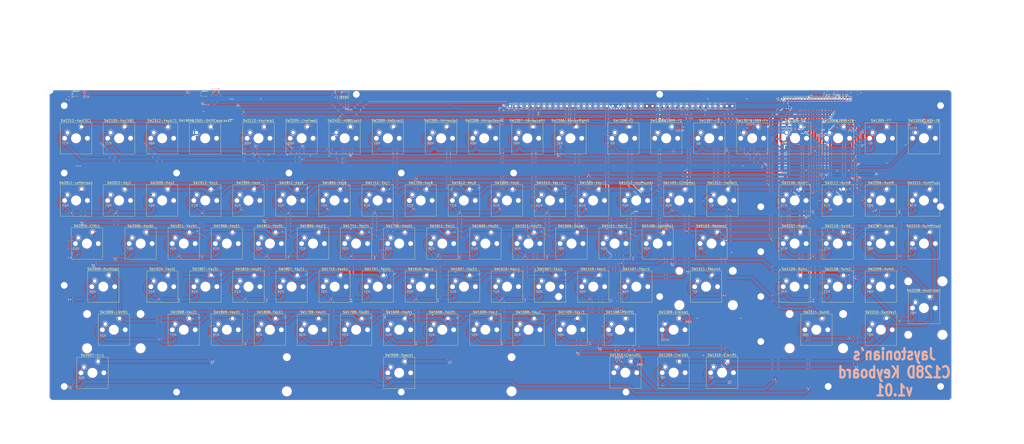
<source format=kicad_pcb>
(kicad_pcb (version 20240108) (generator "pcbnew") (generator_version "8.0")
  (layers (0 "F.Cu" signal) (31 "B.Cu" signal) (34 "B.Paste" user) (35 "F.Paste" user) (36 "B.SilkS" user "B.Silkscreen") (37 "F.SilkS" user "F.Silkscreen") (38 "B.Mask" user) (39 "F.Mask" user) (44 "Edge.Cuts" user))
  (net 0 "")
  (net 1 "/P24")
  (net 2 "GND")
  (net 3 "/P23")
  (net 4 "/P22")
  (net 5 "/P21")
  (net 6 "Net-(R6-Pad2)")
  (net 7 "Net-(R87-Pad2)")
  (net 8 "Net-(R88-Pad2)")
  (net 9 "Net-(R89-Pad2)")
  (net 10 "Net-(R90-Pad2)")
  (net 11 "Net-(R91-Pad2)")
  (net 12 "Net-(R92-Pad2)")
  (net 13 "/P19")
  (net 14 "Net-(R1-Pad2)")
  (net 15 "Net-(R2-Pad2)")
  (net 16 "Net-(R3-Pad2)")
  (net 17 "Net-(R4-Pad2)")
  (net 18 "Net-(R5-Pad2)")
  (net 19 "Net-(R36-Pad2)")
  (net 20 "Net-(R7-Pad2)")
  (net 21 "Net-(R8-Pad2)")
  (net 22 "Net-(R9-Pad2)")
  (net 23 "Net-(R13-Pad2)")
  (net 24 "Net-(R14-Pad2)")
  (net 25 "Net-(R15-Pad2)")
  (net 26 "Net-(R16-Pad2)")
  (net 27 "Net-(D93-A)")
  (net 28 "Net-(R17-Pad2)")
  (net 29 "Net-(R18-Pad2)")
  (net 30 "Net-(R19-Pad2)")
  (net 31 "Net-(R20-Pad2)")
  (net 32 "Net-(R21-Pad2)")
  (net 33 "Net-(R22-Pad2)")
  (net 34 "Net-(R23-Pad2)")
  (net 35 "Net-(R24-Pad2)")
  (net 36 "Net-(R25-Pad2)")
  (net 37 "Net-(R26-Pad2)")
  (net 38 "Net-(R27-Pad2)")
  (net 39 "Net-(R28-Pad2)")
  (net 40 "Net-(R29-Pad2)")
  (net 41 "Net-(R30-Pad2)")
  (net 42 "Net-(R31-Pad2)")
  (net 43 "Net-(R32-Pad2)")
  (net 44 "Net-(R33-Pad2)")
  (net 45 "Net-(R34-Pad2)")
  (net 46 "Net-(R35-Pad2)")
  (net 47 "Net-(R37-Pad2)")
  (net 48 "Net-(R38-Pad2)")
  (net 49 "Net-(R39-Pad2)")
  (net 50 "Net-(R40-Pad2)")
  (net 51 "Net-(R41-Pad2)")
  (net 52 "Net-(R42-Pad2)")
  (net 53 "Net-(R43-Pad2)")
  (net 54 "Net-(R44-Pad2)")
  (net 55 "Net-(D104-A)")
  (net 56 "Net-(D94-A)")
  (net 57 "Net-(R45-Pad2)")
  (net 58 "Net-(R46-Pad2)")
  (net 59 "Net-(R47-Pad2)")
  (net 60 "Net-(R48-Pad2)")
  (net 61 "Net-(R49-Pad2)")
  (net 62 "Net-(R50-Pad2)")
  (net 63 "Net-(R51-Pad2)")
  (net 64 "Net-(R52-Pad2)")
  (net 65 "Net-(R53-Pad2)")
  (net 66 "Net-(R54-Pad2)")
  (net 67 "Net-(R55-Pad2)")
  (net 68 "Net-(R56-Pad2)")
  (net 69 "Net-(R57-Pad2)")
  (net 70 "Net-(R58-Pad2)")
  (net 71 "Net-(R59-Pad2)")
  (net 72 "Net-(R60-Pad2)")
  (net 73 "Net-(R61-Pad2)")
  (net 74 "Net-(R62-Pad2)")
  (net 75 "Net-(R63-Pad2)")
  (net 76 "Net-(R64-Pad2)")
  (net 77 "Net-(R65-Pad2)")
  (net 78 "Net-(R66-Pad2)")
  (net 79 "Net-(R67-Pad2)")
  (net 80 "Net-(R68-Pad2)")
  (net 81 "Net-(R69-Pad2)")
  (net 82 "Net-(R70-Pad2)")
  (net 83 "Net-(R71-Pad2)")
  (net 84 "Net-(R72-Pad2)")
  (net 85 "Net-(R73-Pad2)")
  (net 86 "Net-(R74-Pad2)")
  (net 87 "Net-(R75-Pad2)")
  (net 88 "Net-(R76-Pad2)")
  (net 89 "Net-(R77-Pad2)")
  (net 90 "Net-(R78-Pad2)")
  (net 91 "/P02")
  (net 92 "/P03")
  (net 93 "+5V")
  (net 94 "/P05")
  (net 95 "/P06")
  (net 96 "/P07")
  (net 97 "/P08")
  (net 98 "/P09")
  (net 99 "/P10")
  (net 100 "/P11")
  (net 101 "/P12")
  (net 102 "/P13")
  (net 103 "/P14")
  (net 104 "/P15")
  (net 105 "/P16")
  (net 106 "/P17")
  (net 107 "/P18")
  (net 108 "/P20")
  (net 109 "/P25")
  (net 110 "Net-(R98-Pad1)")
  (net 111 "Net-(R99-Pad1)")
  (net 112 "/~{PushCL}")
  (net 113 "/~{PushCU}")
  (net 114 "Net-(R103-Pad1)")
  (net 115 "Net-(R104-Pad1)")
  (net 116 "Net-(R105-Pad1)")
  (net 117 "Net-(R106-Pad2)")
  (net 118 "/~{PushF2}")
  (net 119 "/~{PushF4}")
  (net 120 "/~{PushF6}")
  (net 121 "/~{PushF8}")
  (net 122 "Net-(R79-Pad2)")
  (net 123 "Net-(R80-Pad2)")
  (net 124 "Net-(R81-Pad2)")
  (net 125 "Net-(R82-Pad2)")
  (net 126 "/P4080")
  (net 127 "/DCL")
  (net 128 "/~{QCL}")
  (net 129 "/~{Q4080}")
  (net 130 "Net-(R83-Pad2)")
  (net 131 "Net-(R84-Pad2)")
  (net 132 "Net-(R85-Pad2)")
  (net 133 "Net-(R86-Pad2)")
  (footprint "Connector_PinHeader_1.27mm:PinHeader_1x25_P1.27mm_Vertical" (layer "F.Cu") (at 389.255 207.01 90)
    (property "Reference" "J1")
    (property "Value" "Conn_01x25")
  )
  (footprint "Button_Switch_Keyboard:SW_Cherry_MX_1.50u_PCB" (layer "F.Cu") (at 360.6165 266.319)
    (property "Reference" "SW0103-Restore1")
    (property "Value" "SW_Push")
  )
  (footprint "Button_Switch_Keyboard:SW_Cherry_MX_1.00u_PCB" (layer "F.Cu") (at 397.8275 219.465)
    (property "Reference" "SW1306-F5")
    (property "Value" "SW_Push")
  )
  (footprint "Button_Switch_Keyboard:SW_Cherry_MX_1.00u_PCB" (layer "F.Cu") (at 321.3735 219.465)
    (property "Reference" "SW1308-F1")
    (property "Value" "SW_Push")
  )
  (footprint "Button_Switch_Keyboard:SW_Cherry_MX_1.00u_PCB" (layer "F.Cu") (at 365.3028 323.7865)
    (property "Reference" "SW1310-CrsrLR1")
    (property "Value" "SW_Push")
  )
  (footprint "Button_Switch_Keyboard:SW_Cherry_MX_1.00u_PCB" (layer "F.Cu") (at 365.4425 247.142)
    (property "Reference" "SW1312-InstDel1")
    (property "Value" "SW_Push")
  )
  (footprint "Button_Switch_Keyboard:SW_Cherry_MX_1.00u_PCB" (layer "F.Cu") (at 346.2655 247.142)
    (property "Reference" "SW1405-ClrHome1")
    (property "Value" "SW_Push")
  )
  (footprint "Button_Switch_Keyboard:SW_Cherry_MX_1.00u_PCB" (layer "F.Cu") (at 336.677 266.319)
    (property "Reference" "SW1406-UpArrow1")
    (property "Value" "SW_Push")
  )
  (footprint "Button_Switch_Keyboard:SW_Cherry_MX_1.00u_PCB" (layer "F.Cu") (at 298.323 304.673)
    (property "Reference" "SW1409-Key/1")
    (property "Value" "SW_Push")
  )
  (footprint "Button_Switch_Keyboard:SW_Cherry_MX_1.00u_PCB" (layer "F.Cu") (at 307.975 285.496)
    (property "Reference" "SW1410-Key;1")
    (property "Value" "SW_Push")
  )
  (footprint "Button_Switch_Keyboard:SW_Cherry_MX_1.00u_PCB" (layer "F.Cu") (at 317.5 266.319)
    (property "Reference" "SW1411-Key*1")
    (property "Value" "SW_Push")
  )
  (footprint "Button_Switch_Keyboard:SW_Cherry_MX_1.00u_PCB" (layer "F.Cu") (at 327.0885 247.142)
    (property "Reference" "SW1412-KeyPound1")
    (property "Value" "SW_Push")
  )
  (footprint "Button_Switch_Keyboard:SW_Cherry_MX_1.00u_PCB" (layer "F.Cu") (at 307.9115 247.142)
    (property "Reference" "SW1505-Key-1")
    (property "Value" "SW_Push")
  )
  (footprint "Button_Switch_Keyboard:SW_Cherry_MX_1.00u_PCB" (layer "F.Cu") (at 298.323 266.319)
    (property "Reference" "SW1506-Key@1")
    (property "Value" "SW_Push")
  )
  (footprint "Button_Switch_Keyboard:SW_Cherry_MX_1.00u_PCB" (layer "F.Cu") (at 288.798 285.496)
    (property "Reference" "SW1507-Key:1")
    (property "Value" "SW_Push")
  )
  (footprint "Button_Switch_Keyboard:SW_Cherry_MX_1.00u_PCB" (layer "F.Cu") (at 279.146 304.673)
    (property "Reference" "SW1508-Key.1")
    (property "Value" "SW_Push")
  )
  (footprint "Button_Switch_Keyboard:SW_Cherry_MX_1.00u_PCB" (layer "F.Cu") (at 259.969 304.673)
    (property "Reference" "SW1509-Key,1")
    (property "Value" "SW_Push")
  )
  (footprint "Button_Switch_Keyboard:SW_Cherry_MX_1.00u_PCB" (layer "F.Cu") (at 269.621 285.496)
    (property "Reference" "SW1510-KeyL1")
    (property "Value" "SW_Push")
  )
  (footprint "Button_Switch_Keyboard:SW_Cherry_MX_1.00u_PCB" (layer "F.Cu") (at 279.146 266.319)
    (property "Reference" "SW1511-KeyP1")
    (property "Value" "SW_Push")
  )
  (footprint "Button_Switch_Keyboard:SW_Cherry_MX_1.00u_PCB" (layer "F.Cu") (at 288.7345 247.142)
    (property "Reference" "SW1512-Key+1")
    (property "Value" "SW_Push")
  )
  (footprint "Button_Switch_Keyboard:SW_Cherry_MX_1.00u_PCB" (layer "F.Cu") (at 269.5575 247.142)
    (property "Reference" "SW1605-Key0")
    (property "Value" "SW_Push")
  )
  (footprint "Button_Switch_Keyboard:SW_Cherry_MX_1.00u_PCB" (layer "F.Cu") (at 240.792 304.673)
    (property "Reference" "SW1608-KeyM1")
    (property "Value" "SW_Push")
  )
  (footprint "Button_Switch_Keyboard:SW_Cherry_MX_1.00u_PCB" (layer "F.Cu") (at 231.267 285.496)
    (property "Reference" "SW1610-KeyJ1")
    (property "Value" "SW_Push")
  )
  (footprint "Button_Switch_Keyboard:SW_Cherry_MX_1.00u_PCB" (layer "F.Cu") (at 240.792 266.319)
    (property "Reference" "SW1611-KeyI1")
    (property "Value" "SW_Push")
  )
  (footprint "Button_Switch_Keyboard:SW_Cherry_MX_1.00u_PCB" (layer "F.Cu") (at 250.3805 247.142)
    (property "Reference" "SW1612-Key9")
    (property "Value" "SW_Push")
  )
  (footprint "Button_Switch_Keyboard:SW_Cherry_MX_1.00u_PCB" (layer "F.Cu") (at 231.2035 247.142)
    (property "Reference" "SW1705-Key8")
    (property "Value" "SW_Push")
  )
  (footprint "Button_Switch_Keyboard:SW_Cherry_MX_1.00u_PCB" (layer "F.Cu") (at 221.615 266.319)
    (property "Reference" "SW1706-KeyU1")
    (property "Value" "SW_Push")
  )
  (footprint "Button_Switch_Keyboard:SW_Cherry_MX_1.00u_PCB" (layer "F.Cu") (at 212.09 285.496)
    (property "Reference" "SW1707-KeyH1")
    (property "Value" "SW_Push")
  )
  (footprint "Button_Switch_Keyboard:SW_Cherry_MX_1.00u_PCB" (layer "F.Cu") (at 202.438 304.673)
    (property "Reference" "SW1708-KeyB1")
    (property "Value" "SW_Push")
  )
  (footprint "Button_Switch_Keyboard:SW_Cherry_MX_1.00u_PCB" (layer "F.Cu") (at 183.261 304.673)
    (property "Reference" "SW1709-KeyV1")
    (property "Value" "SW_Push")
  )
  (footprint "Button_Switch_Keyboard:SW_Cherry_MX_1.00u_PCB" (layer "F.Cu") (at 192.913 285.496)
    (property "Reference" "SW1710-KeyG1")
    (property "Value" "SW_Push")
  )
  (footprint "Button_Switch_Keyboard:SW_Cherry_MX_1.00u_PCB" (layer "F.Cu") (at 202.438 266.319)
    (property "Reference" "SW1711-KeyY1")
    (property "Value" "SW_Push")
  )
  (footprint "Button_Switch_Keyboard:SW_Cherry_MX_1.00u_PCB" (layer "F.Cu") (at 212.0265 247.142)
    (property "Reference" "SW1712-Key7")
    (property "Value" "SW_Push")
  )
  (footprint "Button_Switch_Keyboard:SW_Cherry_MX_1.00u_PCB" (layer "F.Cu") (at 192.8495 247.142)
    (property "Reference" "SW1805-Key6")
    (property "Value" "SW_Push")
  )
  (footprint "Button_Switch_Keyboard:SW_Cherry_MX_1.00u_PCB" (layer "F.Cu") (at 183.261 266.319)
    (property "Reference" "SW1806-KeyT1")
    (property "Value" "SW_Push")
  )
  (footprint "Button_Switch_Keyboard:SW_Cherry_MX_1.00u_PCB" (layer "F.Cu") (at 173.736 285.496)
    (property "Reference" "SW1807-KeyF1")
    (property "Value" "SW_Push")
  )
  (footprint "Button_Switch_Keyboard:SW_Cherry_MX_1.00u_PCB" (layer "F.Cu") (at 164.084 304.673)
    (property "Reference" "SW1808-KeyC1")
    (property "Value" "SW_Push")
  )
  (footprint "Button_Switch_Keyboard:SW_Cherry_MX_1.00u_PCB" (layer "F.Cu") (at 144.907 304.673)
    (property "Reference" "SW1809-KeyX1")
    (property "Value" "SW_Push")
  )
  (footprint "Button_Switch_Keyboard:SW_Cherry_MX_1.00u_PCB" (layer "F.Cu") (at 154.559 285.496)
    (property "Reference" "SW1810-KeyD1")
    (property "Value" "SW_Push")
  )
  (footprint "Button_Switch_Keyboard:SW_Cherry_MX_1.00u_PCB" (layer "F.Cu") (at 164.084 266.319)
    (property "Reference" "SW1811-KeyR1")
    (property "Value" "SW_Push")
  )
  (footprint "Button_Switch_Keyboard:SW_Cherry_MX_1.00u_PCB" (layer "F.Cu") (at 173.6725 247.142)
    (property "Reference" "SW1812-Key5")
    (property "Value" "SW_Push")
  )
  (footprint "Button_Switch_Keyboard:SW_Cherry_MX_1.00u_PCB" (layer "F.Cu") (at 154.4955 247.142)
    (property "Reference" "SW1905-Key4")
    (property "Value" "SW_Push")
  )
  (footprint "Button_Switch_Keyboard:SW_Cherry_MX_1.00u_PCB" (layer "F.Cu") (at 144.907 266.319)
    (property "Reference" "SW1906-KeyE1")
    (property "Value" "SW_Push")
  )
  (footprint "Button_Switch_Keyboard:SW_Cherry_MX_1.00u_PCB" (layer "F.Cu") (at 135.382 285.496)
    (property "Reference" "SW1907-KeyS1")
    (property "Value" "SW_Push")
  )
  (footprint "Button_Switch_Keyboard:SW_Cherry_MX_1.00u_PCB" (layer "F.Cu") (at 125.73 304.673)
    (property "Reference" "SW1908-KeyZ1")
    (property "Value" "SW_Push")
  )
  (footprint "Button_Switch_Keyboard:SW_Cherry_MX_1.00u_PCB" (layer "F.Cu") (at 116.205 285.496)
    (property "Reference" "SW1910-KeyA1")
    (property "Value" "SW_Push")
  )
  (footprint "Button_Switch_Keyboard:SW_Cherry_MX_1.00u_PCB" (layer "F.Cu") (at 125.73 266.319)
    (property "Reference" "SW1911-KeyW1")
    (property "Value" "SW_Push")
  )
  (footprint "Button_Switch_Keyboard:SW_Cherry_MX_1.00u_PCB" (layer "F.Cu") (at 135.3185 247.142)
    (property "Reference" "SW1912-Key3")
    (property "Value" "SW_Push")
  )
  (footprint "Button_Switch_Keyboard:SW_Cherry_MX_1.00u_PCB" (layer "F.Cu") (at 116.1415 247.142)
    (property "Reference" "SW2005-Key2")
    (property "Value" "SW_Push")
  )
  (footprint "Button_Switch_Keyboard:SW_Cherry_MX_1.00u_PCB" (layer "F.Cu") (at 106.553 266.319)
    (property "Reference" "SW2006-KeyQ1")
    (property "Value" "SW_Push")
  )
  (footprint "Button_Switch_Keyboard:SW_Cherry_MX_6.25u_PCB" (layer "F.Cu") (at 221.615 323.85)
    (property "Reference" "SW2008-Space1")
    (property "Value" "SW_Push")
  )
  (footprint "Button_Switch_Keyboard:SW_Cherry_MX_1.50u_PCB" (layer "F.Cu") (at 82.6135 266.319)
    (property "Reference" "SW2010-CTRL1")
    (property "Value" "SW_Push")
  )
  (footprint "Button_Switch_Keyboard:SW_Cherry_MX_1.00u_PCB" (layer "F.Cu") (at 77.7875 247.142)
    (property "Reference" "SW2011-LeftArrow1")
    (property "Value" "SW_Push")
  )
  (footprint "Button_Switch_Keyboard:SW_Cherry_MX_1.00u_PCB" (layer "F.Cu") (at 96.9645 247.142)
    (property "Reference" "SW2012-Key1")
    (property "Value" "SW_Push")
  )
  (footprint "Button_Switch_Keyboard:SW_Cherry_MX_1.00u_PCB" (layer "F.Cu") (at 96.9645 219.465)
    (property "Reference" "SW2105-KeyTAB1")
    (property "Value" "SW_Push")
  )
  (footprint "Button_Switch_Keyboard:SW_Cherry_MX_1.00u_PCB" (layer "F.Cu") (at 397.6195 247.142)
    (property "Reference" "SW2106-Num7")
    (property "Value" "SW_Push")
  )
  (footprint "Button_Switch_Keyboard:SW_Cherry_MX_1.00u_PCB" (layer "F.Cu") (at 397.6195 266.319)
    (property "Reference" "SW2107-Num4")
    (property "Value" "SW_Push")
  )
  (footprint "Button_Switch_Keyboard:SW_Cherry_MX_1.00u_PCB" (layer "F.Cu") (at 416.7965 285.496)
    (property "Reference" "SW2108-Num2")
    (property "Value" "SW_Push")
  )
  (footprint "Button_Switch_Keyboard:SW_Cherry_MX_1.00u_PCB" (layer "F.Cu") (at 397.6195 285.496)
    (property "Reference" "SW2109-Num1")
    (property "Value" "SW_Push")
  )
  (footprint "Button_Switch_Keyboard:SW_Cherry_MX_1.00u_PCB" (layer "F.Cu") (at 416.7965 266.319)
    (property "Reference" "SW2110-Num5")
    (property "Value" "SW_Push")
  )
  (footprint "Button_Switch_Keyboard:SW_Cherry_MX_1.00u_PCB" (layer "F.Cu") (at 416.7965 247.142)
    (property "Reference" "SW2111-Num8")
    (property "Value" "SW_Push")
  )
  (footprint "Button_Switch_Keyboard:SW_Cherry_MX_1.00u_PCB" (layer "F.Cu") (at 159.0167 219.465)
    (property "Reference" "SW2112-KeyHelp1")
    (property "Value" "SW_Push")
  )
  (footprint "Button_Switch_Keyboard:SW_Cherry_MX_1.00u_PCB" (layer "F.Cu") (at 178.1937 219.465)
    (property "Reference" "SW2205-LineFeed1")
    (property "Value" "SW_Push")
  )
  (footprint "Button_Switch_Keyboard:SW_Cherry_MX_1.00u_PCB" (layer "F.Cu") (at 435.9735 247.142)
    (property "Reference" "SW2206-Num9")
    (property "Value" "SW_Push")
  )
  (footprint "Button_Switch_Keyboard:SW_Cherry_MX_1.00u_PCB" (layer "F.Cu") (at 435.9735 266.319)
    (property "Reference" "SW2207-Num6")
    (property "Value" "SW_Push")
  )
  (footprint "Button_Switch_Keyboard:SW_Cherry_MX_2.00u_Vertical_PCB" (layer "F.Cu") (at 455.1505 295.021)
    (property "Reference" "SW2208-NumEnter1")
    (property "Value" "SW_Push")
  )
  (footprint "Button_Switch_Keyboard:SW_Cherry_MX_1.00u_PCB" (layer "F.Cu") (at 435.9735 285.496)
    (property "Reference" "SW2209-Num3")
    (property "Value" "SW_Push")
  )
  (footprint "Button_Switch_Keyboard:SW_Cherry_MX_1.00u_PCB" (layer "F.Cu") (at 455.1505 266.319)
    (property "Reference" "SW2210-NumMinus1")
    (property "Value" "SW_Push")
  )
  (footprint "Button_Switch_Keyboard:SW_Cherry_MX_1.00u_PCB" (layer "F.Cu") (at 455.1505 247.142)
    (property "Reference" "SW2211-NumPlus1")
    (property "Value" "SW_Push")
  )
  (footprint "Button_Switch_Keyboard:SW_Cherry_MX_1.00u_PCB" (layer "F.Cu") (at 77.7875 219.465)
    (property "Reference" "SW2212-KeyESC1")
    (property "Value" "SW_Push")
  )
  (footprint "Button_Switch_Keyboard:SW_Cherry_MX_1.00u_PCB" (layer "F.Cu") (at 216.5477 219.465)
    (property "Reference" "SW2309-NoScroll1")
    (property "Value" "SW_Push")
  )
  (footprint "Button_Switch_Keyboard:SW_Cherry_MX_1.00u_PCB" (layer "F.Cu") (at 435.9735 304.673)
    (property "Reference" "SW2310-NumDec1")
    (property "Value" "SW_Push")
  )
  (footprint "Button_Switch_Keyboard:SW_Cherry_MX_1.00u_PCB" (layer "F.Cu") (at 116.1415 219.465)
    (property "Reference" "SW2312-KeyALT1")
    (property "Value" "SW_Push")
  )
  (footprint "Button_Switch_Keyboard:SW_Cherry_MX_1.00u_PCB" (layer "F.Cu") (at 221.615 304.673)
    (property "Reference" "SW1609-KeyN1")
    (property "Value" "SW_Push")
  )
  (footprint "Button_Switch_Keyboard:SW_Cherry_MX_2.00u_PCB" (layer "F.Cu") (at 407.2715 304.673)
    (property "Reference" "SW2311-Num0")
    (property "Value" "SW_Push")
  )
  (footprint "Button_Switch_Keyboard:SW_Cherry_MX_1.00u_PCB" (layer "F.Cu") (at 327.152 285.496)
    (property "Reference" "SW1407-Key=1")
    (property "Value" "SW_Push")
  )
  (footprint "Button_Switch_Keyboard:SW_Cherry_MX_1.00u_PCB" (layer "F.Cu") (at 250.444 285.496)
    (property "Reference" "SW1607-KeyK1")
    (property "Value" "SW_Push")
  )
  (footprint "Button_Switch_Keyboard:SW_Cherry_MX_1.00u_PCB" (layer "F.Cu") (at 259.969 266.319)
    (property "Reference" "SW1606-KeyO1")
    (property "Value" "SW_Push")
  )
  (footprint "LED_SMD:LED_0805_2012Metric_Pad1.15x1.40mm_HandSolder" (layer "F.Cu") (at 75.311 204.851)
    (property "Reference" "D93")
    (property "Value" "LED_POWER")
  )
  (footprint "LED_SMD:LED_0805_2012Metric_Pad1.15x1.40mm_HandSolder" (layer "F.Cu") (at 132.715 204.851)
    (property "Reference" "D94")
    (property "Value" "LED_Caps")
  )
  (footprint "Button_Switch_Keyboard:SW_Cherry_MX_1.00u_PCB" (layer "F.Cu") (at 259.4435 219.465)
    (property "Reference" "SW2308-XArrowDown1")
    (property "Value" "SW_Push")
  )
  (footprint "Button_Switch_Keyboard:SW_Cherry_MX_1.00u_PCB" (layer "F.Cu") (at 278.638 219.456)
    (property "Reference" "SW2307-XArrowLeft1")
    (property "Value" "SW_Push")
  )
  (footprint "Button_Switch_Keyboard:SW_Cherry_MX_1.00u_PCB" (layer "F.Cu") (at 240.2665 219.465)
    (property "Reference" "SW2305-XArrowUp1")
    (property "Value" "SW_Push")
  )
  (footprint "Button_Switch_Keyboard:SW_Cherry_MX_1.00u_PCB" (layer "F.Cu") (at 297.7975 219.465)
    (property "Reference" "SW2306-XArrowRight1")
    (property "Value" "SW_Push")
  )
  (footprint "Capacitor_SMD:C_0805_2012Metric_Pad1.18x1.45mm_HandSolder" (layer "F.Cu") (at 423.037 204.343)
    (property "Reference" "C1")
    (property "Value" "220pF")
  )
  (footprint "Capacitor_SMD:C_0805_2012Metric_Pad1.18x1.45mm_HandSolder" (layer "F.Cu") (at 418.583 204.343)
    (property "Reference" "C2")
    (property "Value" "220pF")
  )
  (footprint "Capacitor_SMD:C_0805_2012Metric_Pad1.18x1.45mm_HandSolder" (layer "F.Cu") (at 414.147 204.343 180)
    (property "Reference" "C3")
    (property "Value" "220pF")
  )
  (footprint "Capacitor_SMD:C_0805_2012Metric_Pad1.18x1.45mm_HandSolder" (layer "F.Cu") (at 409.702 204.343 180)
    (property "Reference" "C4")
    (property "Value" "220pF")
  )
  (footprint "Button_Switch_Keyboard:SW_Cherry_MX_1.00u_PCB" (layer "F.Cu") (at 436.0545 219.465)
    (property "Reference" "SW1305-F7")
    (property "Value" "SW_Push")
  )
  (footprint "Button_Switch_Keyboard:SW_Cherry_MX_1.00u_PCB" (layer "F.Cu") (at 455.168 219.456)
    (property "Reference" "SW1305&1909-F8")
    (property "Value" "SW_Push")
  )
  (footprint "Button_Switch_Keyboard:SW_Cherry_MX_1.00u_PCB" (layer "F.Cu") (at 416.941 219.456)
    (property "Reference" "SW1306&1909-F6")
    (property "Value" "SW_Push")
  )
  (footprint "Button_Switch_Keyboard:SW_Cherry_MX_1.00u_PCB" (layer "F.Cu") (at 378.714 219.4687)
    (property "Reference" "SW1307&1909-F4")
    (property "Value" "SW_Push")
  )
  (footprint "Button_Switch_Keyboard:SW_Cherry_MX_1.25u_PCB" (layer "F.Cu") (at 343.7636 323.7865)
    (property "Reference" "SW1309-CrsrUD1")
    (property "Value" "SW_Push")
  )
  (footprint "Button_Switch_Keyboard:SW_Cherry_MX_1.25u_PCB" (layer "F.Cu") (at 343.7255 304.673)
    (property "Reference" "SW1309-CrsrUp1")
    (property "Value" "SW_Push")
  )
  (footprint "Button_Switch_Keyboard:SW_Cherry_MX_1.00u_PCB" (layer "F.Cu") (at 322.2498 323.7865)
    (property "Reference" "SW1310-CrsrLeft1")
    (property "Value" "SW_Push")
  )
  (footprint "Button_Switch_Keyboard:SW_Cherry_MX_2.25u_PCB" (layer "F.Cu") (at 358.2035 285.496)
    (property "Reference" "SW1311-Return1")
    (property "Value" "SW_Push")
  )
  (footprint "Button_Switch_Keyboard:SW_Cherry_MX_1.25u_PCB" (layer "F.Cu") (at 319.8622 304.673)
    (property "Reference" "SW1408-RShift1")
    (property "Value" "SW_Push")
  )
  (footprint "Button_Switch_Keyboard:SW_Cherry_MX_1.00u_PCB" (layer "F.Cu") (at 135.255 219.456)
    (property "Reference" "SW1909&2501-ShiftCapsLock1")
    (property "Value" "SW_Push")
  )
  (footprint "Button_Switch_Keyboard:SW_Cherry_MX_2.25u_PCB" (layer "F.Cu") (at 94.615 304.673)
    (property "Reference" "SW1909-LShift1")
    (property "Value" "SW_Push")
  )
  (footprint "Button_Switch_Keyboard:SW_Cherry_MX_1.25u_PCB" (layer "F.Cu") (at 85.09 323.85)
    (property "Reference" "SW2007-C=1")
    (property "Value" "SW_Push")
  )
  (footprint "Button_Switch_Keyboard:SW_Cherry_MX_1.75u_PCB" (layer "F.Cu") (at 89.916 285.496)
    (property "Reference" "SW2009-RunStop1")
    (property "Value" "SW_Push")
  )
  (footprint "Button_Switch_Keyboard:SW_Cherry_MX_1.00u_PCB" (layer "F.Cu") (at 359.6386 219.465)
    (property "Reference" "SW1307-F3")
    (property "Value" "SW_Push")
  )
  (footprint "Button_Switch_Keyboard:SW_Cherry_MX_1.00u_PCB" (layer "F.Cu") (at 340.4743 219.4687)
    (property "Reference" "SW1308&1909-F2")
    (property "Value" "SW_Push")
  )
  (footprint "Button_Switch_Keyboard:SW_Cherry_MX_1.00u_PCB" (layer "F.Cu") (at 197.358 219.456)
    (property "Reference" "SW2401-4080Lock1")
    (property "Value" "SW_Push")
  )
  (footprint "LED_SMD:LED_0805_2012Metric_Pad1.15x1.40mm_HandSolder" (layer "F.Cu") (at 194.818 204.851 180)
    (property "Reference" "D104")
    (property "Value" "LED_4080")
  )
  (footprint "Connector_PinHeader_2.54mm:PinHeader_1x40_P2.54mm_Vertical" (layer "F.Cu") (at 268.351 210.185 90)
    (property "Reference" "J2")
    (property "Value" "Conn_01x40")
  )
  (footprint "Resistor_SMD:R_0805_2012Metric_Pad1.20x1.40mm_HandSolder" (layer "B.Cu") (at 358.14 256.159 180)
    (property "Reference" "R1")
    (property "Value" "120R")
  )
  (footprint "Resistor_SMD:R_0805_2012Metric_Pad1.20x1.40mm_HandSolder" (layer "B.Cu") (at 350.8375 294.513 180)
    (property "Reference" "R2")
    (property "Value" "120R")
  )
  (footprint "Resistor_SMD:R_0805_2012Metric_Pad1.20x1.40mm_HandSolder" (layer "B.Cu") (at 357.9495 332.74 180)
    (property "Reference" "R3")
    (property "Value" "120R")
  )
  (footprint "Resistor_SMD:R_0805_2012Metric_Pad1.20x1.40mm_HandSolder" (layer "B.Cu") (at 314.071 228.473 180)
    (property "Reference" "R5")
    (property "Value" "120R")
  )
  (footprint "Resistor_SMD:R_0805_2012Metric_Pad1.20x1.40mm_HandSolder" (layer "B.Cu") (at 352.3996 228.6 180)
    (property "Reference" "R6")
    (property "Value" "120R")
  )
  (footprint "Resistor_SMD:R_0805_2012Metric_Pad1.20x1.40mm_HandSolder" (layer "B.Cu") (at 336.423 332.74 180)
    (property "Reference" "R8")
    (property "Value" "120R")
  )
  (footprint "Resistor_SMD:R_0805_2012Metric_Pad1.20x1.40mm_HandSolder" (layer "B.Cu") (at 353.314 275.336 180)
    (property "Reference" "R9")
    (property "Value" "120R")
  )
  (footprint "Resistor_SMD:R_0805_2012Metric_Pad1.20x1.40mm_HandSolder" (layer "B.Cu") (at 128.016 256.159 180)
    (property "Reference" "R13")
    (property "Value" "120R")
  )
  (footprint "Resistor_SMD:R_0805_2012Metric_Pad1.20x1.40mm_HandSolder" (layer "B.Cu") (at 118.364 275.336 180)
    (property "Reference" "R14")
    (property "Value" "120R")
  )
  (footprint "Resistor_SMD:R_0805_2012Metric_Pad1.20x1.40mm_HandSolder" (layer "B.Cu") (at 108.839 294.513 180)
    (property "Reference" "R15")
    (property "Value" "120R")
  )
  (footprint "Resistor_SMD:R_0805_2012Metric_Pad1.20x1.40mm_HandSolder" (layer "B.Cu") (at 147.193 256.159 180)
    (property "Reference" "R16")
    (property "Value" "120R")
  )
  (footprint "Resistor_SMD:R_0805_2012Metric_Pad1.20x1.40mm_HandSolder" (layer "B.Cu") (at 118.364 313.69 180)
    (property "Reference" "R17")
    (property "Value" "120R")
  )
  (footprint "Resistor_SMD:R_0805_2012Metric_Pad1.20x1.40mm_HandSolder" (layer "B.Cu") (at 128.016 294.513 180)
    (property "Reference" "R18")
    (property "Value" "120R")
  )
  (footprint "Resistor_SMD:R_0805_2012Metric_Pad1.20x1.40mm_HandSolder" (layer "B.Cu") (at 137.541 275.336 180)
    (property "Reference" "R19")
    (property "Value" "120R")
  )
  (footprint "Resistor_SMD:R_0805_2012Metric_Pad1.20x1.40mm_HandSolder" (layer "B.Cu") (at 166.37 256.159 180)
    (property "Reference" "R21")
    (property "Value" "120R")
  )
  (footprint "Resistor_SMD:R_0805_2012Metric_Pad1.20x1.40mm_HandSolder" (layer "B.Cu") (at 156.718 275.336 180)
    (property "Reference" "R22")
    (property "Value" "120R")
  )
  (footprint "Resistor_SMD:R_0805_2012Metric_Pad1.20x1.40mm_HandSolder" (layer "B.Cu") (at 147.193 294.513 180)
    (property "Reference" "R23")
    (property "Value" "120R")
  )
  (footprint "Resistor_SMD:R_0805_2012Metric_Pad1.20x1.40mm_HandSolder" (layer "B.Cu") (at 185.547 256.159 180)
    (property "Reference" "R24")
    (property "Value" "120R")
  )
  (footprint "Resistor_SMD:R_0805_2012Metric_Pad1.20x1.40mm_HandSolder" (layer "B.Cu") (at 156.718 313.69 180)
    (property "Reference" "R25")
    (property "Value" "120R")
  )
  (footprint "Resistor_SMD:R_0805_2012Metric_Pad1.20x1.40mm_HandSolder" (layer "B.Cu") (at 166.37 294.513 180)
    (property "Reference" "R26")
    (property "Value" "120R")
  )
  (footprint "Resistor_SMD:R_0805_2012Metric_Pad1.20x1.40mm_HandSolder" (layer "B.Cu") (at 175.895 275.336 180)
    (property "Reference" "R27")
    (property "Value" "120R")
  )
  (footprint "Resistor_SMD:R_0805_2012Metric_Pad1.20x1.40mm_HandSolder" (layer "B.Cu") (at 137.541 313.69 180)
    (property "Reference" "R28")
    (property "Value" "120R")
  )
  (footprint "Resistor_SMD:R_0805_2012Metric_Pad1.20x1.40mm_HandSolder" (layer "B.Cu") (at 204.724 256.159 180)
    (property "Reference" "R29")
    (property "Value" "120R")
  )
  (footprint "Resistor_SMD:R_0805_2012Metric_Pad1.20x1.40mm_HandSolder" (layer "B.Cu") (at 195.072 275.336 180)
    (property "Reference" "R30")
    (property "Value" "120R")
  )
  (footprint "Resistor_SMD:R_0805_2012Metric_Pad1.20x1.40mm_HandSolder" (layer "B.Cu") (at 185.547 294.513 180)
    (property "Reference" "R31")
    (property "Value" "120R")
  )
  (footprint "Resistor_SMD:R_0805_2012Metric_Pad1.20x1.40mm_HandSolder" (layer "B.Cu") (at 223.901 256.159 180)
    (property "Reference" "R32")
    (property "Value" "120R")
  )
  (footprint "Resistor_SMD:R_0805_2012Metric_Pad1.20x1.40mm_HandSolder" (layer "B.Cu") (at 195.072 313.69 180)
    (property "Reference" "R33")
    (property "Value" "120R")
  )
  (footprint "Resistor_SMD:R_0805_2012Metric_Pad1.20x1.40mm_HandSolder" (layer "B.Cu") (at 204.724 294.513 180)
    (property "Reference" "R34")
    (property "Value" "120R")
  )
  (footprint "Resistor_SMD:R_0805_2012Metric_Pad1.20x1.40mm_HandSolder" (layer "B.Cu") (at 214.249 275.336 180)
    (property "Reference" "R35")
    (property "Value" "120R")
  )
  (footprint "Resistor_SMD:R_0805_2012Metric_Pad1.20x1.40mm_HandSolder" (layer "B.Cu") (at 175.895 313.69 180)
    (property "Reference" "R36")
    (property "Value" "120R")
  )
  (footprint "Resistor_SMD:R_0805_2012Metric_Pad1.20x1.40mm_HandSolder" (layer "B.Cu") (at 243.078 256.159 180)
    (property "Reference" "R37")
    (property "Value" "120R")
  )
  (footprint "Resistor_SMD:R_0805_2012Metric_Pad1.20x1.40mm_HandSolder" (layer "B.Cu") (at 233.426 275.336 180)
    (property "Reference" "R38")
    (property "Value" "120R")
  )
  (footprint "Resistor_SMD:R_0805_2012Metric_Pad1.20x1.40mm_HandSolder" (layer "B.Cu") (at 223.901 294.513 180)
    (property "Reference" "R39")
    (property "Value" "120R")
  )
  (footprint "Resistor_SMD:R_0805_2012Metric_Pad1.20x1.40mm_HandSolder" (layer "B.Cu") (at 262.255 256.159 180)
    (property "Reference" "R40")
    (property "Value" "120R")
  )
  (footprint "Resistor_SMD:R_0805_2012Metric_Pad1.20x1.40mm_HandSolder" (layer "B.Cu") (at 233.426 313.69 180)
    (property "Reference" "R41")
    (property "Value" "120R")
  )
  (footprint "Resistor_SMD:R_0805_2012Metric_Pad1.20x1.40mm_HandSolder" (layer "B.Cu") (at 243.078 294.513 180)
    (property "Reference" "R42")
    (property "Value" "120R")
  )
  (footprint "Resistor_SMD:R_0805_2012Metric_Pad1.20x1.40mm_HandSolder" (layer "B.Cu") (at 252.603 275.336 180)
    (property "Reference" "R43")
    (property "Value" "120R")
  )
  (footprint "Resistor_SMD:R_0805_2012Metric_Pad1.20x1.40mm_HandSolder" (layer "B.Cu") (at 214.249 313.69 180)
    (property "Reference" "R44")
    (property "Value" "120R")
  )
  (footprint "Resistor_SMD:R_0805_2012Metric_Pad1.20x1.40mm_HandSolder" (layer "B.Cu") (at 281.432 256.159 180)
    (property "Reference" "R45")
    (property "Value" "120R")
  )
  (footprint "Resistor_SMD:R_0805_2012Metric_Pad1.20x1.40mm_HandSolder" (layer "B.Cu") (at 271.78 275.336 180)
    (property "Reference" "R46")
    (property "Value" "120R")
  )
  (footprint "Resistor_SMD:R_0805_2012Metric_Pad1.20x1.40mm_HandSolder" (layer "B.Cu") (at 262.255 294.513 180)
    (property "Reference" "R47")
    (property "Value" "120R")
  )
  (footprint "Resistor_SMD:R_0805_2012Metric_Pad1.20x1.40mm_HandSolder" (layer "B.Cu") (at 300.609 256.159 180)
    (property "Reference" "R48")
    (property "Value" "120R")
  )
  (footprint "Resistor_SMD:R_0805_2012Metric_Pad1.20x1.40mm_HandSolder" (layer "B.Cu") (at 271.78 313.69 180)
    (property "Reference" "R49")
    (property "Value" "120R")
  )
  (footprint "Resistor_SMD:R_0805_2012Metric_Pad1.20x1.40mm_HandSolder" (layer "B.Cu") (at 281.432 294.513 180)
    (property "Reference" "R50")
    (property "Value" "120R")
  )
  (footprint "Resistor_SMD:R_0805_2012Metric_Pad1.20x1.40mm_HandSolder" (layer "B.Cu") (at 290.957 275.336 180)
    (property "Reference" "R51")
    (property "Value" "120R")
  )
  (footprint "Resistor_SMD:R_0805_2012Metric_Pad1.20x1.40mm_HandSolder" (layer "B.Cu") (at 252.603 313.69 180)
    (property "Reference" "R52")
    (property "Value" "120R")
  )
  (footprint "Resistor_SMD:R_0805_2012Metric_Pad1.20x1.40mm_HandSolder" (layer "B.Cu") (at 319.786 256.159 180)
    (property "Reference" "R53")
    (property "Value" "120R")
  )
  (footprint "Resistor_SMD:R_0805_2012Metric_Pad1.20x1.40mm_HandSolder" (layer "B.Cu") (at 310.134 275.336 180)
    (property "Reference" "R54")
    (property "Value" "120R")
  )
  (footprint "Resistor_SMD:R_0805_2012Metric_Pad1.20x1.40mm_HandSolder" (layer "B.Cu") (at 300.609 294.513 180)
    (property "Reference" "R55")
    (property "Value" "120R")
  )
  (footprint "Resistor_SMD:R_0805_2012Metric_Pad1.20x1.40mm_HandSolder" (layer "B.Cu") (at 338.963 256.159 180)
    (property "Reference" "R56")
    (property "Value" "120R")
  )
  (footprint "Resistor_SMD:R_0805_2012Metric_Pad1.20x1.40mm_HandSolder" (layer "B.Cu") (at 312.6105 313.6265 180)
    (property "Reference" "R57")
    (property "Value" "120R")
  )
  (footprint "Resistor_SMD:R_0805_2012Metric_Pad1.20x1.40mm_HandSolder" (layer "B.Cu") (at 319.786 294.513 180)
    (property "Reference" "R58")
    (property "Value" "120R")
  )
  (footprint "Resistor_SMD:R_0805_2012Metric_Pad1.20x1.40mm_HandSolder" (layer "B.Cu") (at 329.311 275.336 180)
    (property "Reference" "R59")
    (property "Value" "120R")
  )
  (footprint "Resistor_SMD:R_0805_2012Metric_Pad1.20x1.40mm_HandSolder" (layer "B.Cu") (at 290.957 313.69 180)
    (property "Reference" "R60")
    (property "Value" "120R")
  )
  (footprint "Resistor_SMD:R_0805_2012Metric_Pad1.20x1.40mm_HandSolder" (layer "B.Cu") (at 89.662 256.159 180)
    (property "Reference" "R61")
    (property "Value" "120R")
  )
  (footprint "Resistor_SMD:R_0805_2012Metric_Pad1.20x1.40mm_HandSolder" (layer "B.Cu") (at 70.485 256.159 180)
    (property "Reference" "R62")
    (property "Value" "120R")
  )
  (footprint "Resistor_SMD:R_0805_2012Metric_Pad1.20x1.40mm_HandSolder" (layer "B.Cu") (at 75.311 275.336 180)
    (property "Reference" "R63")
    (property "Value" "120R")
  )
  (footprint "Resistor_SMD:R_0805_2012Metric_Pad1.20x1.40mm_HandSolder" (layer "B.Cu") (at 108.839 256.159 180)
    (property "Reference" "R64")
    (property "Value" "120R")
  )
  (footprint "Resistor_SMD:R_0805_2012Metric_Pad1.20x1.40mm_HandSolder" (layer "B.Cu") (at 214.249 332.867 180)
    (property "Reference" "R65")
    (property "Value" "120R")
  )
  (footprint "Resistor_SMD:R_0805_2012Metric_Pad1.20x1.40mm_HandSolder" (layer "B.Cu") (at 77.724 332.867 180)
    (property "Reference" "R66")
    (property "Value" "120R")
  )
  (footprint "Resistor_SMD:R_0805_2012Metric_Pad1.20x1.40mm_HandSolder" (layer "B.Cu") (at 99.187 275.336 180)
    (property "Reference" "R67")
    (property "Value" "120R")
  )
  (footprint "Resistor_SMD:R_0805_2012Metric_Pad1.20x1.40mm_HandSolder" (layer "B.Cu") (at 82.55 294.513 180)
    (property "Reference" "R68")
    (property "Value" "120R")
  )
  (footprint "Resistor_SMD:R_0805_2012Metric_Pad1.20x1.40mm_HandSolder" (layer "B.Cu") (at 151.7142 228.473 180)
    (property "Reference" "R69")
    (property "Value" "120R")
  )
  (footprint "Resistor_SMD:R_0805_2012Metric_Pad1.20x1.40mm_HandSolder" (layer "B.Cu") (at 409.448 256.159 180)
    (property "Reference" "R70")
    (property "Value" "120R")
  )
  (footprint "Resistor_SMD:R_0805_2012Metric_Pad1.20x1.40mm_HandSolder" (layer "B.Cu") (at 409.448 275.336 180)
    (property "Reference" "R71")
    (property "Value" "120R")
  )
  (footprint "Resistor_SMD:R_0805_2012Metric_Pad1.20x1.40mm_HandSolder" (layer "B.Cu") (at 89.662 228.473 180)
    (property "Reference" "R72")
    (property "Value" "120R")
  )
  (footprint "Resistor_SMD:R_0805_2012Metric_Pad1.20x1.40mm_HandSolder" (layer "B.Cu") (at 409.439 294.513 180)
    (property "Reference" "R73")
    (property "Value" "120R")
  )
  (footprint "Resistor_SMD:R_0805_2012Metric_Pad1.20x1.40mm_HandSolder" (layer "B.Cu") (at 390.271 275.336 180)
    (property "Reference" "R74")
    (property "Value" "120R")
  )
  (footprint "Resistor_SMD:R_0805_2012Metric_Pad1.20x1.40mm_HandSolder" (layer "B.Cu") (at 390.271 256.159 180)
    (property "Reference" "R75")
    (property "Value" "120R")
  )
  (footprint "Resistor_SMD:R_0805_2012Metric_Pad1.20x1.40mm_HandSolder" (layer "B.Cu") (at 390.271 294.513 180)
    (property "Reference" "R76")
    (property "Value" "120R")
  )
  (footprint "Resistor_SMD:R_0805_2012Metric_Pad1.20x1.40mm_HandSolder" (layer "B.Cu") (at 70.485 228.473 180)
    (property "Reference" "R77")
    (property "Value" "120R")
  )
  (footprint "Resistor_SMD:R_0805_2012Metric_Pad1.20x1.40mm_HandSolder" (layer "B.Cu") (at 447.802 256.159 180)
    (property "Reference" "R78")
    (property "Value" "120R")
  )
  (footprint "Resistor_SMD:R_0805_2012Metric_Pad1.20x1.40mm_HandSolder" (layer "B.Cu") (at 447.802 275.336 180)
    (property "Reference" "R79")
    (property "Value" "120R")
  )
  (footprint "Resistor_SMD:R_0805_2012Metric_Pad1.20x1.40mm_HandSolder" (layer "B.Cu") (at 170.8912 228.473 180)
    (property "Reference" "R80")
    (property "Value" "120R")
  )
  (footprint "Resistor_SMD:R_0805_2012Metric_Pad1.20x1.40mm_HandSolder" (layer "B.Cu") (at 447.802 304.038 180)
    (property "Reference" "R81")
    (property "Value" "120R")
  )
  (footprint "Resistor_SMD:R_0805_2012Metric_Pad1.20x1.40mm_HandSolder" (layer "B.Cu") (at 428.625 275.336 180)
    (property "Reference" "R82")
    (property "Value" "120R")
  )
  (footprint "Resistor_SMD:R_0805_2012Metric_Pad1.20x1.40mm_HandSolder" (layer "B.Cu") (at 428.625 256.159 180)
    (property "Reference" "R83")
    (property "Value" "120R")
  )
  (footprint "Resistor_SMD:R_0805_2012Metric_Pad1.20x1.40mm_HandSolder" (layer "B.Cu") (at 428.625 294.513 180)
    (property "Reference" "R84")
    (property "Value" "120R")
  )
  (footprint "Resistor_SMD:R_0805_2012Metric_Pad1.20x1.40mm_HandSolder" (layer "B.Cu") (at 108.839 228.473 180)
    (property "Reference" "R85")
    (property "Value" "120R")
  )
  (footprint "Resistor_SMD:R_0805_2012Metric_Pad1.20x1.40mm_HandSolder" (layer "B.Cu") (at 399.923 313.69 180)
    (property "Reference" "R86")
    (property "Value" "120R")
  )
  (footprint "Resistor_SMD:R_0805_2012Metric_Pad1.20x1.40mm_HandSolder" (layer "B.Cu") (at 428.625 313.69 180)
    (property "Reference" "R87")
    (property "Value" "120R")
  )
  (footprint "Resistor_SMD:R_0805_2012Metric_Pad1.20x1.40mm_HandSolder" (layer "B.Cu") (at 232.918 228.473 180)
    (property "Reference" "R88")
    (property "Value" "120R")
  )
  (footprint "Resistor_SMD:R_0805_2012Metric_Pad1.20x1.40mm_HandSolder" (layer "B.Cu") (at 252.095 228.473 180)
    (property "Reference" "R89")
    (property "Value" "120R")
  )
  (footprint "Resistor_SMD:R_0805_2012Metric_Pad1.20x1.40mm_HandSolder" (layer "B.Cu") (at 271.272 228.473 180)
    (property "Reference" "R90")
    (property "Value" "120R")
  )
  (footprint "Resistor_SMD:R_0805_2012Metric_Pad1.20x1.40mm_HandSolder" (layer "B.Cu") (at 290.449 228.473 180)
    (property "Reference" "R91")
    (property "Value" "120R")
  )
  (footprint "Resistor_SMD:R_0805_2012Metric_Pad1.20x1.40mm_HandSolder" (layer "B.Cu") (at 209.2452 228.473 180)
    (property "Reference" "R92")
    (property "Value" "120R")
  )
  (footprint "Resistor_SMD:R_0805_2012Metric_Pad1.20x1.40mm_HandSolder" (layer "B.Cu") (at 390.525 228.473 180)
    (property "Reference" "R7")
    (property "Value" "120R")
  )
  (footprint "Resistor_SMD:R_0805_2012Metric_Pad1.20x1.40mm_HandSolder" (layer "B.Cu") (at 428.752 228.473 180)
    (property "Reference" "R4")
    (property "Value" "120R")
  )
  (footprint "Resistor_SMD:R_0805_2012Metric_Pad1.20x1.40mm_HandSolder" (layer "B.Cu") (at 87.249 314.071 180)
    (property "Reference" "R20")
    (property "Value" "120R")
  )
  (footprint "Resistor_SMD:R_0805_2012Metric_Pad1.20x1.40mm_HandSolder" (layer "B.Cu") (at 316.9285 323.9135 180)
    (property "Reference" "R100")
    (property "Value" "47K")
  )
  (footprint "Resistor_SMD:R_0805_2012Metric_Pad1.20x1.40mm_HandSolder" (layer "B.Cu") (at 79.756 204.47)
    (property "Reference" "R10")
    (property "Value" "1k5")
  )
  (footprint "Resistor_SMD:R_0805_2012Metric_Pad1.20x1.40mm_HandSolder" (layer "B.Cu") (at 326.1995 323.6595)
    (property "Reference" "R98")
    (property "Value" "10K")
  )
  (footprint "Resistor_SMD:R_0805_2012Metric_Pad1.20x1.40mm_HandSolder" (layer "B.Cu") (at 347.9165 304.6095)
    (property "Reference" "R99")
    (property "Value" "10K")
  )
  (footprint "Resistor_SMD:R_0805_2012Metric_Pad1.20x1.40mm_HandSolder" (layer "B.Cu") (at 337.3755 312.6105)
    (property "Reference" "R101")
    (property "Value" "47K")
  )
  (footprint "Resistor_SMD:R_0805_2012Metric_Pad1.20x1.40mm_HandSolder" (layer "B.Cu") (at 344.043 219.456)
    (property "Reference" "R103")
    (property "Value" "10K")
  )
  (footprint "Resistor_SMD:R_0805_2012Metric_Pad1.20x1.40mm_HandSolder" (layer "B.Cu") (at 375.412 219.964 180)
    (property "Reference" "R104")
    (property "Value" "10k")
  )
  (footprint "Resistor_SMD:R_0805_2012Metric_Pad1.20x1.40mm_HandSolder" (layer "B.Cu") (at 420.751 219.456)
    (property "Reference" "R105")
    (property "Value" "10K")
  )
  (footprint "Resistor_SMD:R_0805_2012Metric_Pad1.20x1.40mm_HandSolder" (layer "B.Cu") (at 454.152 216.027)
    (property "Reference" "R106")
    (property "Value" "10K")
  )
  (footprint "Resistor_SMD:R_0805_2012Metric_Pad1.20x1.40mm_HandSolder" (layer "B.Cu") (at 406.781 221.615)
    (property "Reference" "R110")
    (property "Value" "47K")
  )
  (footprint "Resistor_SMD:R_0805_2012Metric_Pad1.20x1.40mm_HandSolder" (layer "B.Cu") (at 447.802 218.44)
    (property "Reference" "R111")
    (property "Value" "47K")
  )
  (footprint "Resistor_SMD:R_0805_2012Metric_Pad1.20x1.40mm_HandSolder" (layer "B.Cu") (at 192.024 204.724)
    (property "Reference" "R114")
    (property "Value" "1k5")
  )
  (footprint "Resistor_SMD:R_0805_2012Metric_Pad1.20x1.40mm_HandSolder" (layer "B.Cu") (at 137.287 204.47 180)
    (property "Reference" "R115")
    (property "Value" "1k5")
  )
  (gr_line (start 63.5 203.2) (end 63.5 340.995) (stroke (width 0.05)) (layer "Edge.Cuts"))
  (gr_line (start 464.82 340.995) (end 464.82 203.2) (stroke (width 0.05)) (layer "Edge.Cuts"))
  (gr_line (start 464.82 203.2) (end 63.5 203.2) (stroke (width 0.05)) (layer "Edge.Cuts"))
  (gr_line (start 63.5 340.995) (end 464.82 340.995) (stroke (width 0.05)) (layer "Edge.Cuts"))
  (gr_text "Jaystonian's\nC128D Keyboard\nv1.01" (at 439.42 328.676 0) (layer "B.SilkS") (effects (font (size 5 4) (thickness 1)) (justify mirror)))
  (target plus (at 460 255) (size 5) (width 0.05) (layer "Edge.Cuts"))
  (target plus (at 290 295) (size 5) (width 0.05) (layer "Edge.Cuts"))
  (target plus (at 63.5 203.2) (size 5) (width 0.05) (layer "Edge.Cuts"))
  (segment (start 399.565962 204.239962) (end 353.88458 204.239962) (width 0.4) (layer "F.Cu") (net 1))
  (segment (start 418.465 206.302894) (end 419.257884 205.51001) (width 0.534) (layer "F.Cu") (net 1))
  (segment (start 418.465 207.01) (end 418.465 206.302894) (width 0.534) (layer "F.Cu") (net 1))
  (segment (start 401.32 205.994) (end 399.565962 204.239962) (width 0.4) (layer "F.Cu") (net 1))
  (segment (start 420.84499 205.51001) (end 421.388628 204.966372) (width 0.534) (layer "F.Cu") (net 1))
  (segment (start 349.631 208.493542) (end 349.631 210.185) (width 0.4) (layer "F.Cu") (net 1))
  (segment (start 421.388628 204.966372) (end 422.012 204.343) (width 0.534) (layer "F.Cu") (net 1))
  (segment (start 353.88458 204.239962) (end 349.631 208.493542) (width 0.4) (layer "F.Cu") (net 1))
  (segment (start 419.257884 205.51001) (end 420.84499 205.51001) (width 0.534) (layer "F.Cu") (net 1))
  (via (at 401.32 205.994) (size 0.35) (drill 0.3) (layers "F.Cu" "B.Cu") (net 1))
  (segment (start 401.32 205.994) (end 401.32 205.994) (width 0.25) (layer "B.Cu") (net 1))
  (segment (start 417.965001 206.447999) (end 417.965001 206.510001) (width 0.4) (layer "B.Cu") (net 1))
  (segment (start 402.362997 206.109999) (end 417.627001 206.109999) (width 0.4) (layer "B.Cu") (net 1))
  (segment (start 402.246998 205.994) (end 402.362997 206.109999) (width 0.4) (layer "B.Cu") (net 1))
  (segment (start 417.627001 206.109999) (end 417.965001 206.447999) (width 0.4) (layer "B.Cu") (net 1))
  (segment (start 401.32 205.994) (end 402.246998 205.994) (width 0.4) (layer "B.Cu") (net 1))
  (segment (start 417.965001 206.510001) (end 418.465 207.01) (width 0.4) (layer "B.Cu") (net 1))
  (segment (start 72.0725 206.8195) (end 73.641001 205.250999) (width 2.5) (layer "F.Cu") (net 2))
  (segment (start 371.983 270.383) (end 371.983 236.855) (width 2.5) (layer "F.Cu") (net 2))
  (segment (start 371.094 304.673) (end 371.094 282.703498) (width 2.5) (layer "F.Cu") (net 2))
  (segment (start 367.03 275.336) (end 368.681 273.685) (width 2.5) (layer "F.Cu") (net 2))
  (segment (start 292.05 295) (end 295.02 292.03) (width 1.14) (layer "F.Cu") (net 2))
  (segment (start 373.888 207.317) (end 373.761 207.19) (width 1.5) (layer "F.Cu") (net 2))
  (segment (start 143.637 216.154) (end 143.637 207.01) (width 2.5) (layer "F.Cu") (net 2))
  (segment (start 66.294 234.696) (end 66.294 212.598) (width 2.5) (layer "F.Cu") (net 2))
  (segment (start 295.02 292.03) (end 295.02 287.146) (width 1.14) (layer "F.Cu") (net 2))
  (segment (start 373.888 219.964) (end 373.888 207.317) (width 1.5) (layer "F.Cu") (net 2))
  (segment (start 66.294 212.598) (end 71.501 207.391) (width 2.5) (layer "F.Cu") (net 2))
  (segment (start 368.681 273.685) (end 371.983 270.383) (width 2.5) (layer "F.Cu") (net 2))
  (segment (start 367.03 278.638) (end 367.03 275.336) (width 2.5) (layer "F.Cu") (net 2))
  (segment (start 290 295) (end 292.05 295) (width 1.14) (layer "F.Cu") (net 2))
  (segment (start 295.02 287.146) (end 292.862 284.988) (width 1.14) (layer "F.Cu") (net 2))
  (segment (start 73.641001 205.250999) (end 74.041 204.851) (width 2.5) (layer "F.Cu") (net 2))
  (segment (start 68.453 236.855) (end 66.294 234.696) (width 2.5) (layer "F.Cu") (net 2))
  (segment (start 145.161 207.01) (end 145.161 216.154) (width 2.5) (layer "F.Cu") (net 2))
  (segment (start 367.917502 279.525502) (end 367.03 278.638) (width 2.5) (layer "F.Cu") (net 2))
  (segment (start 371.094 282.703498) (end 367.917502 279.527) (width 2.5) (layer "F.Cu") (net 2))
  (segment (start 77.089 236.855) (end 68.453 236.855) (width 2.5) (layer "F.Cu") (net 2))
  (segment (start 367.917502 279.527) (end 367.917502 279.525502) (width 2.5) (layer "F.Cu") (net 2))
  (via (at 335 205) (size 3.2) (drill 3) (layers "F.Cu" "B.Cu") (net 2))
  (via (at 380 275) (size 3.2) (drill 3) (layers "F.Cu" "B.Cu") (net 2))
  (via (at 120 337.5) (size 3.2) (drill 3) (layers "F.Cu" "B.Cu") (net 2))
  (via (at 419.354 266.446) (size 0.8) (drill 0.4) (layers "F.Cu" "B.Cu") (net 2))
  (via (at 170 240) (size 3.2) (drill 3) (layers "F.Cu" "B.Cu") (net 2))
  (via (at 197.612 264.922) (size 0.8) (drill 0.4) (layers "F.Cu" "B.Cu") (net 2))
  (via (at 232.791 245.745) (size 0.8) (drill 0.4) (layers "F.Cu" "B.Cu") (net 2))
  (via (at 144.399 216.154) (size 0.8) (drill 0.4) (layers "F.Cu" "B.Cu") (net 2))
  (via (at 196.596 245.745) (size 0.8) (drill 0.4) (layers "F.Cu" "B.Cu") (net 2))
  (via (at 131.953 212.598) (size 0.8) (drill 0.4) (layers "F.Cu" "B.Cu") (net 2))
  (via (at 200 205) (size 3.2) (drill 3) (layers "F.Cu" "B.Cu") (net 2))
  (via (at 217.17 284.861) (size 0.8) (drill 0.4) (layers "F.Cu" "B.Cu") (net 2))
  (via (at 220 337.5) (size 3.2) (drill 3) (layers "F.Cu" "B.Cu") (net 2))
  (via (at 410 335) (size 3.2) (drill 3) (layers "F.Cu" "B.Cu") (net 2))
  (via (at 129.794 304.419) (size 0.8) (drill 0.4) (layers "F.Cu" "B.Cu") (net 2))
  (via (at 290 295) (size 3.2) (drill 3) (layers "F.Cu" "B.Cu") (net 2))
  (via (at 354.5205 321.183) (size 0.8) (drill 0.4) (layers "F.Cu" "B.Cu") (net 2))
  (via (at 187.833 232.41) (size 0.8) (drill 0.4) (layers "F.Cu" "B.Cu") (net 2))
  (via (at 292.862 284.988) (size 0.8) (drill 0.4) (layers "F.Cu" "B.Cu") (net 2))
  (via (at 75.311 236.855) (size 0.8) (drill 0.4) (layers "F.Cu" "B.Cu") (net 2))
  (via (at 380 315) (size 3.2) (drill 3) (layers "F.Cu" "B.Cu") (net 2))
  (via (at 373.761 207.01) (size 0.8) (drill 0.4) (layers "F.Cu" "B.Cu") (net 2))
  (via (at 70 290) (size 3.2) (drill 3) (layers "F.Cu" "B.Cu") (net 2))
  (via (at 169.291 231.902) (size 0.8) (drill 0.4) (layers "F.Cu" "B.Cu") (net 2))
  (via (at 380 295) (size 3.2) (drill 3) (layers "F.Cu" "B.Cu") (net 2))
  (via (at 351.79 304.673) (size 0.8) (drill 0.4) (layers "F.Cu" "B.Cu") (net 2))
  (via (at 73.73 204.82) (size 0.8) (drill 0.4) (layers "F.Cu" "B.Cu") (net 2))
  (via (at 292.481 246.761) (size 0.8) (drill 0.4) (layers "F.Cu" "B.Cu") (net 2))
  (via (at 435.991 235.585) (size 0.8) (drill 0.4) (layers "F.Cu" "B.Cu") (net 2))
  (via (at 120 240) (size 3.2) (drill 3) (layers "F.Cu" "B.Cu") (net 2))
  (via (at 460 210) (size 3.2) (drill 3) (layers "F.Cu" "B.Cu") (net 2))
  (via (at 70.89 207.18) (size 0.8) (drill 0.4) (layers "F.Cu" "B.Cu") (net 2))
  (via (at 224.028 303.276) (size 0.8) (drill 0.4) (layers "F.Cu" "B.Cu") (net 2))
  (via (at 143.637 216.154) (size 0.8) (drill 0.4) (layers "F.Cu" "B.Cu") (net 2))
  (via (at 145.161 207.01) (size 0.8) (drill 0.4) (layers "F.Cu" "B.Cu") (net 2))
  (via (at 326.898 244.094) (size 0.8) (drill 0.4) (layers "F.Cu" "B.Cu") (net 2))
  (via (at 73.53 206.27) (size 0.8) (drill 0.4) (layers "F.Cu" "B.Cu") (net 2))
  (via (at 336.2325 334.645) (size 0.8) (drill 0.4) (layers "F.Cu" "B.Cu") (net 2))
  (via (at 283.083 284.099) (size 0.8) (drill 0.4) (layers "F.Cu" "B.Cu") (net 2))
  (via (at 262.255 303.276) (size 0.8) (drill 0.4) (layers "F.Cu" "B.Cu") (net 2))
  (via (at 214.884 247.142) (size 0.8) (drill 0.4) (layers "F.Cu" "B.Cu") (net 2))
  (via (at 428.244 219.456) (size 0.8) (drill 0.4) (layers "F.Cu" "B.Cu") (net 2))
  (via (at 300.736 264.922) (size 0.8) (drill 0.4) (layers "F.Cu" "B.Cu") (net 2))
  (via (at 70 240) (size 3.2) (drill 3) (layers "F.Cu" "B.Cu") (net 2))
  (via (at 272.161 284.099) (size 0.8) (drill 0.4) (layers "F.Cu" "B.Cu") (net 2))
  (via (at 335 295) (size 3.2) (drill 3) (layers "F.Cu" "B.Cu") (net 2))
  (via (at 205.613 266.319) (size 0.8) (drill 0.4) (layers "F.Cu" "B.Cu") (net 2))
  (via (at 243.713 266.319) (size 0.8) (drill 0.4) (layers "F.Cu" "B.Cu") (net 2))
  (via (at 356.362 207.01) (size 0.8) (drill 0.4) (layers "F.Cu" "B.Cu") (net 2))
  (via (at 371.094 304.673) (size 0.8) (drill 0.4) (layers "F.Cu" "B.Cu") (net 2))
  (via (at 420.116 204.343) (size 0.8) (drill 0.4) (layers "F.Cu" "B.Cu") (net 2))
  (via (at 185.928 264.922) (size 0.8) (drill 0.4) (layers "F.Cu" "B.Cu") (net 2))
  (via (at 311.404 264.922) (size 0.8) (drill 0.4) (layers "F.Cu" "B.Cu") (net 2))
  (via (at 371.983 236.855) (size 0.8) (drill 0.4) (layers "F.Cu" "B.Cu") (net 2))
  (via (at 139.573 285.242) (size 0.8) (drill 0.4) (layers "F.Cu" "B.Cu") (net 2))
  (via (at 206.248 304.419) (size 0.8) (drill 0.4) (layers "F.Cu" "B.Cu") (net 2))
  (via (at 250.317 244.221) (size 0.8) (drill 0.4) (layers "F.Cu" "B.Cu") (net 2))
  (via (at 160.909 231.902) (size 0.8) (drill 0.4) (layers "F.Cu" "B.Cu") (net 2))
  (via (at 319.786 266.319) (size 0.8) (drill 0.4) (layers "F.Cu" "B.Cu") (net 2))
  (via (at 129.159 265.938) (size 0.8) (drill 0.4) (layers "F.Cu" "B.Cu") (net 2))
  (via (at 396.875 227.33) (size 0.8) (drill 0.4) (layers "F.Cu" "B.Cu") (net 2))
  (via (at 168.148 304.165) (size 0.8) (drill 0.4) (layers "F.Cu" "B.Cu") (net 2))
  (via (at 144.399 207.01) (size 0.8) (drill 0.4) (layers "F.Cu" "B.Cu") (net 2))
  (via (at 167.132 266.192) (size 0.8) (drill 0.4) (layers "F.Cu" "B.Cu") (net 2))
  (via (at 246.507 245.745) (size 0.8) (drill 0.4) (layers "F.Cu" "B.Cu") (net 2))
  (via (at 179.578 232.156) (size 0.8) (drill 0.4) (layers "F.Cu" "B.Cu") (net 2))
  (via (at 452.628 216.027) (size 0.8) (drill 0.4) (layers "F.Cu" "B.Cu") (net 2))
  (via (at 177.546 285.242) (size 0.8) (drill 0.4) (layers "F.Cu" "B.Cu") (net 2))
  (via (at 70 210) (size 3.2) (drill 3) (layers "F.Cu" "B.Cu") (net 2))
  (via (at 234.061 303.276) (size 0.8) (drill 0.4) (layers "F.Cu" "B.Cu") (net 2))
  (via (at 139.192 246.634) (size 0.8) (drill 0.4) (layers "F.Cu" "B.Cu") (net 2))
  (via (at 424.561 204.343) (size 0.8) (drill 0.4) (layers "F.Cu" "B.Cu") (net 2))
  (via (at 408.305 204.343) (size 0.8) (drill 0.4) (layers "F.Cu" "B.Cu") (net 2))
  (via (at 419.227 285.369) (size 0.8) (drill 0.4) (layers "F.Cu" "B.Cu") (net 2))
  (via (at 72.03 205.99) (size 0.8) (drill 0.4) (layers "F.Cu" "B.Cu") (net 2))
  (via (at 143.637 207.01) (size 0.8) (drill 0.4) (layers "F.Cu" "B.Cu") (net 2))
  (via (at 419.1 238.887) (size 0.8) (drill 0.4) (layers "F.Cu" "B.Cu") (net 2))
  (via (at 76.2 236.855) (size 0.8) (drill 0.4) (layers "F.Cu" "B.Cu") (net 2))
  (via (at 367.03 275.336) (size 0.8) (drill 0.4) (layers "F.Cu" "B.Cu") (net 2))
  (via (at 244.856 304.546) (size 0.8) (drill 0.4) (layers "F.Cu" "B.Cu") (net 2))
  (via (at 208.026 245.745) (size 0.8) (drill 0.4) (layers "F.Cu" "B.Cu") (net 2))
  (via (at 157.48 207.01) (size 0.8) (drill 0.4) (layers "F.Cu" "B.Cu") (net 2))
  (via (at 254.508 246.634) (size 0.8) (drill 0.4) (layers "F.Cu" "B.Cu") (net 2))
  (via (at 220 240) (size 3.2) (drill 3) (layers "F.Cu" "B.Cu") (net 2))
  (via (at 373.888 219.964) (size 0.8) (drill 0.4) (layers "F.Cu" "B.Cu") (net 2))
  (via (at 412.623 204.343) (size 0.8) (drill 0.4) (layers "F.Cu" "B.Cu") (net 2))
  (via (at 77.089 236.855) (size 0.8) (drill 0.4) (layers "F.Cu" "B.Cu") (net 2))
  (via (at 400.177 238.76) (size 0.8) (drill 0.4) (layers "F.Cu" "B.Cu") (net 2))
  (via (at 288.798 244.348) (size 0.8) (drill 0.4) (layers "F.Cu" "B.Cu") (net 2))
  (via (at 345.567 219.456) (size 0.8) (drill 0.4) (layers "F.Cu" "B.Cu") (net 2))
  (via (at 460 255) (size 3.2) (drill 3) (layers "F.Cu" "B.Cu") (net 2))
  (via (at 254.508 284.988) (size 0.8) (drill 0.4) (layers "F.Cu" "B.Cu") (net 2))
  (via (at 331.216 247.142) (size 0.8) (drill 0.4) (layers "F.Cu" "B.Cu") (net 2))
  (via (at 70 335) (size 3.2) (drill 3) (layers "F.Cu" "B.Cu") (net 2))
  (via (at 320 337.5) (size 3.2) (drill 3) (layers "F.Cu" "B.Cu") (net 2))
  (via (at 282.321 266.192) (size 0.8) (drill 0.4) (layers "F.Cu" "B.Cu") (net 2))
  (via (at 72.18 207.61) (size 0.8) (drill 0.4) (layers "F.Cu" "B.Cu") (net 2))
  (via (at 244.221 284.099) (size 0.8) (drill 0.4) (layers "F.Cu" "B.Cu") (net 2))
  (via (at 178.308 246.761) (size 0.8) (drill 0.4) (layers "F.Cu" "B.Cu") (net 2))
  (via (at 414.02 239.014) (size 0.8) (drill 0.4) (layers "F.Cu" "B.Cu") (net 2))
  (via (at 419.735 246.9515) (size 0.8) (drill 0.4) (layers "F.Cu" "B.Cu") (net 2))
  (via (at 460 335) (size 3.2) (drill 3) (layers "F.Cu" "B.Cu") (net 2))
  (via (at 145.161 216.154) (size 0.8) (drill 0.4) (layers "F.Cu" "B.Cu") (net 2))
  (via (at 270 240) (size 3.2) (drill 3) (layers "F.Cu" "B.Cu") (net 2))
  (via (at 444.373 227.457) (size 0.8) (drill 0.4) (layers "F.Cu" "B.Cu") (net 2))
  (via (at 380 255) (size 3.2) (drill 3) (layers "F.Cu" "B.Cu") (net 2))
  (segment (start 143.637 216.154) (end 144.399 216.154) (width 2.5) (layer "B.Cu") (net 2))
  (segment (start 145.161 216.154) (end 185.166 216.154) (width 2.5) (layer "B.Cu") (net 2))
  (segment (start 145.161 207.01) (end 144.399 207.01) (width 2.5) (layer "B.Cu") (net 2))
  (segment (start 144.399 207.01) (end 143.637 207.01) (width 2.5) (layer "B.Cu") (net 2))
  (segment (start 144.399 216.154) (end 145.161 216.154) (width 2.5) (layer "B.Cu") (net 2))
  (segment (start 75.311 236.855) (end 75.311 236.855) (width 2.5) (layer "B.Cu") (net 2))
  (segment (start 76.2 236.855) (end 75.311 236.855) (width 2.5) (layer "B.Cu") (net 2))
  (segment (start 77.089 236.855) (end 76.2 236.855) (width 2.5) (layer "B.Cu") (net 2))
  (segment (start 72.771 206.121) (end 73.406 205.486) (width 2.5) (layer "B.Cu") (net 2))
  (segment (start 73.406 205.486) (end 74.041 204.851) (width 2.5) (layer "B.Cu") (net 2))
  (segment (start 373.761 207.01) (end 373.761 207.01) (width 2.5) (layer "B.Cu") (net 2))
  (segment (start 373.761 207.01) (end 388.378998 207.01) (width 2.5) (layer "B.Cu") (net 2))
  (segment (start 371.094 304.673) (end 371.094 304.673) (width 1.5) (layer "B.Cu") (net 2))
  (segment (start 356.362 207.01) (end 319.532 207.01) (width 2.5) (layer "B.Cu") (net 2))
  (segment (start 421.776 219.456) (end 424.561 216.671) (width 1.5) (layer "B.Cu") (net 2))
  (segment (start 356.595598 219.456) (end 358.654599 221.515001) (width 1.5) (layer "B.Cu") (net 2))
  (segment (start 192.151 207.01) (end 157.48 207.01) (width 2.5) (layer "B.Cu") (net 2))
  (segment (start 189.4205 220.4085) (end 186.426999 217.414999) (width 2.5) (layer "B.Cu") (net 2))
  (segment (start 368.681 207.01) (end 373.761 207.01) (width 2.5) (layer "B.Cu") (net 2))
  (segment (start 312.395001 208.384999) (end 311.635999 208.384999) (width 1.5) (layer "B.Cu") (net 2))
  (segment (start 316.043919 207.01) (end 316.357 207.01) (width 1.5) (layer "B.Cu") (net 2))
  (segment (start 351.7265 304.6095) (end 351.79 304.673) (width 1.5) (layer "B.Cu") (net 2))
  (segment (start 311.912 207.01) (end 310.261 207.01) (width 2.5) (layer "B.Cu") (net 2))
  (segment (start 312.672501 208.662499) (end 311.912 207.901998) (width 1.5) (layer "B.Cu") (net 2))
  (segment (start 358.654599 221.515001) (end 369.823697 221.515001) (width 1.5) (layer "B.Cu") (net 2))
  (segment (start 316.611 207.264) (end 316.357 207.01) (width 1.5) (layer "B.Cu") (net 2))
  (segment (start 314.071 208.982919) (end 312.098081 207.01) (width 1.5) (layer "B.Cu") (net 2))
  (segment (start 145.8365 216.8295) (end 145.161 216.154) (width 2.5) (layer "B.Cu") (net 2))
  (segment (start 314.071 210.060998) (end 312.672501 208.662499) (width 1.5) (layer "B.Cu") (net 2))
  (segment (start 314.071 210.185) (end 314.071 208.982919) (width 1.5) (layer "B.Cu") (net 2))
  (segment (start 72.0725 206.8195) (end 71.900999 206.991001) (width 2.5) (layer "B.Cu") (net 2))
  (segment (start 371.99807 219.340628) (end 373.763628 219.340628) (width 1.5) (layer "B.Cu") (net 2))
  (segment (start 440.944 204.343) (end 452.228001 215.627001) (width 1.5) (layer "B.Cu") (net 2))
  (segment (start 391.045998 204.343) (end 408.305 204.343) (width 1.5) (layer "B.Cu") (net 2))
  (segment (start 77.7875 206.8195) (end 72.0725 206.8195) (width 2.5) (layer "B.Cu") (net 2))
  (segment (start 143.637 207.01) (end 77.978 207.01) (width 2.5) (layer "B.Cu") (net 2))
  (segment (start 316.611 210.185) (end 317.460999 209.335001) (width 1.5) (layer "B.Cu") (net 2))
  (segment (start 348.9415 304.6095) (end 351.7265 304.6095) (width 1.5) (layer "B.Cu") (net 2))
  (segment (start 315.761001 209.208001) (end 314.80346 208.25046) (width 1.5) (layer "B.Cu") (net 2))
  (segment (start 316.611 210.185) (end 316.611 207.264) (width 1.5) (layer "B.Cu") (net 2))
  (segment (start 351.291 304.673) (end 371.094 304.673) (width 1.5) (layer "B.Cu") (net 2))
  (segment (start 355.014 275.336) (end 367.03 275.336) (width 1.5) (layer "B.Cu") (net 2))
  (segment (start 368.681 207.01) (end 356.362 207.01) (width 2.5) (layer "B.Cu") (net 2))
  (segment (start 312.672501 208.662499) (end 312.395001 208.384999) (width 1.5) (layer "B.Cu") (net 2))
  (segment (start 76.2 207.01) (end 74.041 204.851) (width 2.5) (layer "B.Cu") (net 2))
  (segment (start 316.357 207.01) (end 311.912 207.01) (width 2.5) (layer "B.Cu") (net 2))
  (segment (start 314.071 208.982919) (end 314.80346 208.25046) (width 1.5) (layer "B.Cu") (net 2))
  (segment (start 319.532 207.01) (end 316.357 207.01) (width 2.5) (layer "B.Cu") (net 2))
  (segment (start 185.166 216.154) (end 189.4205 220.4085) (width 2.5) (layer "B.Cu") (net 2))
  (segment (start 71.501 207.391) (end 72.771 206.121) (width 2.5) (layer "B.Cu") (net 2))
  (segment (start 371.983 236.855) (end 77.089 236.855) (width 2.5) (layer "B.Cu") (net 2))
  (segment (start 388.378998 207.01) (end 391.045998 204.343) (width 1.5) (layer "B.Cu") (net 2))
  (segment (start 157.48 207.01) (end 145.161 207.01) (width 2.5) (layer "B.Cu") (net 2))
  (segment (start 258.953 207.01) (end 197.612 207.01) (width 2.5) (layer "B.Cu") (net 2))
  (segment (start 197.612 207.01) (end 192.151 207.01) (width 2.5) (layer "B.Cu") (net 2))
  (segment (start 317.460999 209.335001) (end 317.460999 209.081001) (width 1.5) (layer "B.Cu") (net 2))
  (segment (start 424.561 216.671) (end 424.561 204.343) (width 1.5) (layer "B.Cu") (net 2))
  (segment (start 316.611 210.185) (end 315.761001 209.335001) (width 1.5) (layer "B.Cu") (net 2))
  (segment (start 310.261 207.01) (end 258.953 207.01) (width 2.5) (layer "B.Cu") (net 2))
  (segment (start 345.068 219.456) (end 356.595598 219.456) (width 1.5) (layer "B.Cu") (net 2))
  (segment (start 314.071 210.185) (end 316.611 210.185) (width 1.5) (layer "B.Cu") (net 2))
  (segment (start 354.339 275.336) (end 355.014 275.336) (width 1.5) (layer "B.Cu") (net 2))
  (segment (start 134.747 216.154) (end 143.637 216.154) (width 2.5) (layer "B.Cu") (net 2))
  (segment (start 191.008 221.996) (end 189.4205 220.4085) (width 2.5) (layer "B.Cu") (net 2))
  (segment (start 311.912 207.901998) (end 311.912 207.01) (width 1.5) (layer "B.Cu") (net 2))
  (segment (start 408.305 204.343) (end 424.561 204.343) (width 1.5) (layer "B.Cu") (net 2))
  (segment (start 452.228001 215.627001) (end 452.628 216.027) (width 1.5) (layer "B.Cu") (net 2))
  (segment (start 128.905 221.996) (end 134.747 216.154) (width 2.5) (layer "B.Cu") (net 2))
  (segment (start 77.978 207.01) (end 77.7875 206.8195) (width 2.5) (layer "B.Cu") (net 2))
  (segment (start 373.763628 219.340628) (end 374.387 219.964) (width 1.5) (layer "B.Cu") (net 2))
  (segment (start 312.098081 207.01) (end 311.912 207.01) (width 1.5) (layer "B.Cu") (net 2))
  (segment (start 71.900999 206.991001) (end 71.501 207.391) (width 2.5) (layer "B.Cu") (net 2))
  (segment (start 369.823697 221.515001) (end 371.99807 219.340628) (width 1.5) (layer "B.Cu") (net 2))
  (segment (start 77.978 207.01) (end 76.2 207.01) (width 2.5) (layer "B.Cu") (net 2))
  (segment (start 314.80346 208.25046) (end 316.043919 207.01) (width 1.5) (layer "B.Cu") (net 2))
  (segment (start 314.071 210.185) (end 314.071 210.060998) (width 1.5) (layer "B.Cu") (net 2))
  (segment (start 424.561 204.343) (end 440.944 204.343) (width 1.5) (layer "B.Cu") (net 2))
  (segment (start 317.460999 209.081001) (end 319.532 207.01) (width 1.5) (layer "B.Cu") (net 2))
  (segment (start 311.635999 208.384999) (end 310.261 207.01) (width 1.5) (layer "B.Cu") (net 2))
  (segment (start 315.761001 209.335001) (end 315.761001 209.208001) (width 1.5) (layer "B.Cu") (net 2))
  (segment (start 417.195 207.01) (end 417.195 204.706) (width 0.534) (layer "F.Cu") (net 3))
  (segment (start 417.195 215.521266) (end 422.151011 220.477276) (width 0.92) (layer "F.Cu") (net 3))
  (segment (start 420.886501 286.160444) (end 417.826499 289.220446) (width 0.92) (layer "F.Cu") (net 3))
  (segment (start 417.826499 289.220446) (end 417.826499 300.714197) (width 0.92) (layer "F.Cu") (net 3))
  (segment (start 417.195 207.01) (end 417.195 215.521266) (width 0.92) (layer "F.Cu") (net 3))
  (segment (start 419.481 302.368698) (end 419.481 313.124315) (width 0.92) (layer "F.Cu") (net 3))
  (segment (start 417.826499 300.714197) (end 419.481 302.368698) (width 0.92) (layer "F.Cu") (net 3))
  (segment (start 419.481 313.124315) (end 419.481 313.69) (width 0.92) (layer "F.Cu") (net 3))
  (segment (start 422.151011 220.477276) (end 422.151011 247.303489) (width 0.92) (layer "F.Cu") (net 3))
  (segment (start 422.151011 247.303489) (end 420.886501 248.567999) (width 0.92) (layer "F.Cu") (net 3))
  (segment (start 420.886501 248.567999) (end 420.886501 286.160444) (width 0.92) (layer "F.Cu") (net 3))
  (segment (start 417.195 204.706) (end 417.558 204.343) (width 0.534) (layer "F.Cu") (net 3))
  (via (at 419.481 313.69) (size 0.8) (drill 0.4) (layers "F.Cu" "B.Cu") (net 3))
  (via (at 422.148 232.791) (size 0.8) (drill 0.4) (layers "F.Cu" "B.Cu") (net 3))
  (segment (start 209.37019 230.17301) (end 210.2702 229.273) (width 1.5) (layer "B.Cu") (net 3))
  (segment (start 429.65 314.49) (end 429.65 313.69) (width 1.5) (layer "B.Cu") (net 3))
  (segment (start 423.99701 315.39001) (end 428.74999 315.39001) (width 1.5) (layer "B.Cu") (net 3))
  (segment (start 109.864 228.473) (end 110.539 228.473) (width 1.5) (layer "B.Cu") (net 3))
  (segment (start 234.618 228.473) (end 236.31801 230.17301) (width 1.5) (layer "B.Cu") (net 3))
  (segment (start 428.74999 315.39001) (end 429.65 314.49) (width 1.5) (layer "B.Cu") (net 3))
  (segment (start 271.39699 230.17301) (end 272.297 229.273) (width 1.5) (layer "B.Cu") (net 3))
  (segment (start 273.99701 230.17301) (end 290.57399 230.17301) (width 1.5) (layer "B.Cu") (net 3))
  (segment (start 422.297 313.69) (end 423.99701 315.39001) (width 1.5) (layer "B.Cu") (net 3))
  (segment (start 293.19198 232.791) (end 422.148 232.791) (width 1.5) (layer "B.Cu") (net 3))
  (segment (start 272.297 229.273) (end 272.297 228.473) (width 1.5) (layer "B.Cu") (net 3))
  (segment (start 211.17021 230.17301) (end 233.04299 230.17301) (width 1.5) (layer "B.Cu") (net 3))
  (segment (start 210.2702 229.273) (end 211.17021 230.17301) (width 1.5) (layer "B.Cu") (net 3))
  (segment (start 110.539 228.473) (end 112.23901 230.17301) (width 1.5) (layer "B.Cu") (net 3))
  (segment (start 233.943 229.273) (end 233.943 228.473) (width 1.5) (layer "B.Cu") (net 3))
  (segment (start 400.948 313.69) (end 422.297 313.69) (width 1.5) (layer "B.Cu") (net 3))
  (segment (start 290.57399 230.17301) (end 291.474 229.273) (width 1.5) (layer "B.Cu") (net 3))
  (segment (start 254.82001 230.17301) (end 271.39699 230.17301) (width 1.5) (layer "B.Cu") (net 3))
  (segment (start 210.2702 229.273) (end 210.2702 228.473) (width 1.5) (layer "B.Cu") (net 3))
  (segment (start 252.21999 230.17301) (end 253.12 229.273) (width 1.5) (layer "B.Cu") (net 3))
  (segment (start 236.31801 230.17301) (end 252.21999 230.17301) (width 1.5) (layer "B.Cu") (net 3))
  (segment (start 233.04299 230.17301) (end 233.943 229.273) (width 1.5) (layer "B.Cu") (net 3))
  (segment (start 233.943 228.473) (end 234.618 228.473) (width 1.5) (layer "B.Cu") (net 3))
  (segment (start 253.12 229.273) (end 253.12 228.473) (width 1.5) (layer "B.Cu") (net 3))
  (segment (start 291.474 229.273) (end 291.474 228.473) (width 1.5) (layer "B.Cu") (net 3))
  (segment (start 112.23901 230.17301) (end 209.37019 230.17301) (width 1.5) (layer "B.Cu") (net 3))
  (segment (start 290.57399 230.17301) (end 293.19198 232.791) (width 1.5) (layer "B.Cu") (net 3))
  (segment (start 253.12 228.473) (end 254.82001 230.17301) (width 1.5) (layer "B.Cu") (net 3))
  (segment (start 272.297 228.473) (end 273.99701 230.17301) (width 1.5) (layer "B.Cu") (net 3))
  (segment (start 441.706 305.6255) (end 441.72049 305.61101) (width 1.5) (layer "F.Cu") (net 4))
  (segment (start 441.714684 276.995684) (end 441.706 305.6255) (width 1.5) (layer "F.Cu") (net 4))
  (segment (start 421.005 234.442) (end 421.031001 241.597314) (width 0.92) (layer "F.Cu") (net 4))
  (segment (start 430.504498 256.667) (end 431.038 256.667) (width 1) (layer "F.Cu") (net 4))
  (segment (start 423.672 242.189) (end 423.672 249.834502) (width 1) (layer "F.Cu") (net 4))
  (segment (start 441.72049 257.85901) (end 441.714684 276.995684) (width 1.5) (layer "F.Cu") (net 4))
  (segment (start 415.925 207.01) (end 415.925 215.835198) (width 0.92) (layer "F.Cu") (net 4))
  (segment (start 175.8315 233.304815) (end 175.8315 228.4095) (width 1.5) (layer "F.Cu") (net 4))
  (segment (start 421.031001 241.597314) (end 421.031001 242.162999) (width 0.92) (layer "F.Cu") (net 4))
  (segment (start 175.8315 233.8705) (end 175.8315 233.304815) (width 1.5) (layer "F.Cu") (net 4))
  (segment (start 415.925 205.096) (end 415.172 204.343) (width 0.534) (layer "F.Cu") (net 4))
  (segment (start 423.672 249.834502) (end 430.504498 256.667) (width 1) (layer "F.Cu") (net 4))
  (segment (start 421.031001 220.941199) (end 421.005 234.442) (width 0.92) (layer "F.Cu") (net 4))
  (segment (start 415.925 215.835198) (end 421.031001 220.941199) (width 0.92) (layer "F.Cu") (net 4))
  (segment (start 415.925 207.01) (end 415.925 205.096) (width 0.534) (layer "F.Cu") (net 4))
  (via (at 441.706 305.6255) (size 0.8) (drill 0.4) (layers "F.Cu" "B.Cu") (net 4))
  (via (at 441.714684 276.995684) (size 0.8) (drill 0.4) (layers "F.Cu" "B.Cu") (net 4))
  (via (at 431.038 256.667) (size 0.8) (drill 0.4) (layers "F.Cu" "B.Cu") (net 4))
  (via (at 421.005 234.442) (size 0.8) (drill 0.4) (layers "F.Cu" "B.Cu") (net 4))
  (via (at 175.8315 233.8705) (size 0.8) (drill 0.4) (layers "F.Cu" "B.Cu") (net 4))
  (via (at 441.72049 257.85901) (size 0.8) (drill 0.4) (layers "F.Cu" "B.Cu") (net 4))
  (via (at 423.672 242.189) (size 0.8) (drill 0.4) (layers "F.Cu" "B.Cu") (net 4))
  (via (at 175.8315 228.4095) (size 0.8) (drill 0.4) (layers "F.Cu" "B.Cu") (net 4))
  (via (at 421.031001 242.162999) (size 0.8) (drill 0.4) (layers "F.Cu" "B.Cu") (net 4))
  (segment (start 441.72049 257.85901) (end 447.92699 257.85901) (width 1.5) (layer "B.Cu") (net 4))
  (segment (start 423.672 242.189) (end 423.7355 242.189) (width 1) (layer "B.Cu") (net 4))
  (segment (start 429.65 275.336) (end 430.325 275.336) (width 1.5) (layer "B.Cu") (net 4))
  (segment (start 430.325 294.513) (end 441.55001 305.73801) (width 1.5) (layer "B.Cu") (net 4))
  (segment (start 432.02501 277.03601) (end 447.92699 277.03601) (width 1.5) (layer "B.Cu") (net 4))
  (segment (start 432.02501 257.85901) (end 441.72049 257.85901) (width 1.5) (layer "B.Cu") (net 4))
  (segment (start 421.622687 242.189) (end 423.672 242.189) (width 1) (layer "B.Cu") (net 4))
  (segment (start 447.92699 257.85901) (end 448.827 256.959) (width 1.5) (layer "B.Cu") (net 4))
  (segment (start 448.827 256.959) (end 448.827 256.159) (width 1.5) (layer "B.Cu") (net 4))
  (segment (start 430.325 275.336) (end 432.02501 277.03601) (width 1.5) (layer "B.Cu") (net 4))
  (segment (start 441.55001 305.73801) (end 447.92699 305.73801) (width 1.5) (layer "B.Cu") (net 4))
  (segment (start 448.827 276.136) (end 448.827 275.336) (width 1.5) (layer "B.Cu") (net 4))
  (segment (start 71.51 228.473) (end 72.185 228.473) (width 1.5) (layer "B.Cu") (net 4))
  (segment (start 447.92699 277.03601) (end 448.827 276.136) (width 1.5) (layer "B.Cu") (net 4))
  (segment (start 421.596686 242.162999) (end 421.622687 242.189) (width 1) (layer "B.Cu") (net 4))
  (segment (start 77.5825 233.8705) (end 175.8315 233.8705) (width 1.5) (layer "B.Cu") (net 4))
  (segment (start 421.031001 242.162999) (end 421.596686 242.162999) (width 1) (layer "B.Cu") (net 4))
  (segment (start 176.45201 234.49101) (end 292.487813 234.49101) (width 1.5) (layer "B.Cu") (net 4))
  (segment (start 430.325 256.159) (end 432.02501 257.85901) (width 1.5) (layer "B.Cu") (net 4))
  (segment (start 292.487813 234.49101) (end 421.005 234.49101) (width 1.5) (layer "B.Cu") (net 4))
  (segment (start 429.65 256.159) (end 430.325 256.159) (width 1.5) (layer "B.Cu") (net 4))
  (segment (start 175.768 228.473) (end 175.8315 228.4095) (width 1.5) (layer "B.Cu") (net 4))
  (segment (start 72.185 228.473) (end 77.5825 233.8705) (width 1.5) (layer "B.Cu") (net 4))
  (segment (start 448.827 304.838) (end 448.827 304.038) (width 1.5) (layer "B.Cu") (net 4))
  (segment (start 175.8315 233.8705) (end 176.45201 234.49101) (width 1.5) (layer "B.Cu") (net 4))
  (segment (start 447.92699 305.73801) (end 448.827 304.838) (width 1.5) (layer "B.Cu") (net 4))
  (segment (start 171.9162 228.473) (end 175.768 228.473) (width 1.5) (layer "B.Cu") (net 4))
  (segment (start 429.65 294.513) (end 430.325 294.513) (width 1.5) (layer "B.Cu") (net 4))
  (segment (start 403.352 296.2275) (end 403.352 296.291) (width 1.5) (layer "F.Cu") (net 5))
  (segment (start 414.655 207.01) (end 414.655 206.848838) (width 0.534) (layer "F.Cu") (net 5))
  (segment (start 417.061001 223.259199) (end 417.061001 243.982699) (width 0.92) (layer "F.Cu") (net 5))
  (segment (start 414.655 206.848838) (end 413.800162 205.994) (width 0.534) (layer "F.Cu") (net 5))
  (segment (start 412.378 205.994) (end 410.727 204.343) (width 0.534) (layer "F.Cu") (net 5))
  (segment (start 412.206501 250.526801) (end 410.845 251.888302) (width 0.92) (layer "F.Cu") (net 5))
  (segment (start 403.352 277.616185) (end 403.352 296.2275) (width 1.5) (layer "F.Cu") (net 5))
  (segment (start 403.36649 277.03601) (end 403.36649 277.601695) (width 1.5) (layer "F.Cu") (net 5))
  (segment (start 403.23949 276.90901) (end 403.36649 277.03601) (width 1.5) (layer "F.Cu") (net 5))
  (segment (start 159.385 236.601) (end 154.94 232.156) (width 1.5) (layer "F.Cu") (net 5))
  (segment (start 410.845 251.888302) (end 410.845 256.159) (width 0.92) (layer "F.Cu") (net 5))
  (segment (start 159.385 261.112) (end 159.385 236.601) (width 1.5) (layer "F.Cu") (net 5))
  (segment (start 154.94 232.156) (end 154.94 228.4095) (width 1.5) (layer "F.Cu") (net 5))
  (segment (start 414.655 207.01) (end 414.655 220.853198) (width 0.92) (layer "F.Cu") (net 5))
  (segment (start 413.800162 205.994) (end 412.378 205.994) (width 0.534) (layer "F.Cu") (net 5))
  (segment (start 414.655 220.853198) (end 417.061001 223.259199) (width 0.92) (layer "F.Cu") (net 5))
  (segment (start 412.206501 248.837199) (end 412.206501 250.526801) (width 0.92) (layer "F.Cu") (net 5))
  (segment (start 417.061001 243.982699) (end 412.206501 248.837199) (width 0.92) (layer "F.Cu") (net 5))
  (segment (start 403.23949 257.85901) (end 403.23949 276.90901) (width 1.5) (layer "F.Cu") (net 5))
  (segment (start 403.36649 277.601695) (end 403.352 277.616185) (width 1.5) (layer "F.Cu") (net 5))
  (via (at 154.94 228.4095) (size 0.8) (drill 0.4) (layers "F.Cu" "B.Cu") (net 5))
  (via (at 403.36649 277.03601) (size 0.8) (drill 0.4) (layers "F.Cu" "B.Cu") (net 5))
  (via (at 403.352 296.2275) (size 0.8) (drill 0.4) (layers "F.Cu" "B.Cu") (net 5))
  (via (at 154.94 232.156) (size 0.8) (drill 0.4) (layers "F.Cu" "B.Cu") (net 5))
  (via (at 410.845 256.159) (size 0.8) (drill 0.4) (layers "F.Cu" "B.Cu") (net 5))
  (via (at 403.23949 257.85901) (size 0.8) (drill 0.4) (layers "F.Cu" "B.Cu") (net 5))
  (via (at 159.385 261.112) (size 0.8) (drill 0.4) (layers "F.Cu" "B.Cu") (net 5))
  (segment (start 403.36649 277.03601) (end 409.57299 277.03601) (width 1.5) (layer "B.Cu") (net 5))
  (segment (start 403.23949 257.85901) (end 409.57299 257.85901) (width 1.5) (layer "B.Cu") (net 5))
  (segment (start 409.57299 257.85901) (end 410.473 256.959) (width 1.5) (layer "B.Cu") (net 5))
  (segment (start 409.57299 277.03601) (end 410.473 276.136) (width 1.5) (layer "B.Cu") (net 5))
  (segment (start 154.8765 228.473) (end 154.94 228.4095) (width 1.5) (layer "B.Cu") (net 5))
  (segment (start 409.56399 296.21301) (end 410.464 295.313) (width 1.5) (layer "B.Cu") (net 5))
  (segment (start 391.971 275.336) (end 393.67101 277.03601) (width 1.5) (layer "B.Cu") (net 5))
  (segment (start 391.971 294.513) (end 393.67101 296.21301) (width 1.5) (layer "B.Cu") (net 5))
  (segment (start 90.687 228.473) (end 91.362 228.473) (width 1.5) (layer "B.Cu") (net 5))
  (segment (start 152.7392 228.473) (end 154.8765 228.473) (width 1.5) (layer "B.Cu") (net 5))
  (segment (start 393.67101 257.85901) (end 403.23949 257.85901) (width 1.5) (layer "B.Cu") (net 5))
  (segment (start 403.23949 257.85901) (end 402.839491 258.259009) (width 1.5) (layer "B.Cu") (net 5))
  (segment (start 402.839491 258.259009) (end 402.839491 258.785632) (width 1.5) (layer "B.Cu") (net 5))
  (segment (start 410.473 276.136) (end 410.473 275.336) (width 1.5) (layer "B.Cu") (net 5))
  (segment (start 391.971 256.159) (end 393.67101 257.85901) (width 1.5) (layer "B.Cu") (net 5))
  (segment (start 91.362 228.473) (end 95.045 232.156) (width 1.5) (layer "B.Cu") (net 5))
  (segment (start 393.67101 296.21301) (end 409.56399 296.21301) (width 1.5) (layer "B.Cu") (net 5))
  (segment (start 410.464 295.313) (end 410.464 294.513) (width 1.5) (layer "B.Cu") (net 5))
  (segment (start 410.473 256.959) (end 410.473 256.159) (width 1.5) (layer "B.Cu") (net 5))
  (segment (start 391.296 256.159) (end 391.971 256.159) (width 1.5) (layer "B.Cu") (net 5))
  (segment (start 400.513123 261.112) (end 159.385 261.112) (width 1.5) (layer "B.Cu") (net 5))
  (segment (start 391.296 275.336) (end 391.971 275.336) (width 1.5) (layer "B.Cu") (net 5))
  (segment (start 95.045 232.156) (end 154.94 232.156) (width 1.5) (layer "B.Cu") (net 5))
  (segment (start 391.296 294.513) (end 391.971 294.513) (width 1.5) (layer "B.Cu") (net 5))
  (segment (start 402.839491 258.785632) (end 400.513123 261.112) (width 1.5) (layer "B.Cu") (net 5))
  (segment (start 393.67101 277.03601) (end 403.36649 277.03601) (width 1.5) (layer "B.Cu") (net 5))
  (segment (start 351.3996 228.5396) (end 349.46 226.6) (width 0.92) (layer "B.Cu") (net 6))
  (segment (start 351.215 222.005) (end 353.2886 222.005) (width 0.92) (layer "B.Cu") (net 6))
  (segment (start 351.3996 228.6) (end 351.3996 228.5396) (width 0.92) (layer "B.Cu") (net 6))
  (segment (start 349.46 226.6) (end 349.46 223.76) (width 0.92) (layer "B.Cu") (net 6))
  (segment (start 349.46 223.76) (end 351.215 222.005) (width 0.92) (layer "B.Cu") (net 6))
  (segment (start 427.625 313.585) (end 425.68 311.64) (width 0.92) (layer "B.Cu") (net 7))
  (segment (start 427.625 313.69) (end 427.625 313.585) (width 0.92) (layer "B.Cu") (net 7))
  (segment (start 425.68 309.07) (end 427.537 307.213) (width 0.92) (layer "B.Cu") (net 7))
  (segment (start 427.537 307.213) (end 429.6235 307.213) (width 0.92) (layer "B.Cu") (net 7))
  (segment (start 425.68 311.64) (end 425.68 309.07) (width 0.92) (layer "B.Cu") (net 7))
  (segment (start 231.918 228.473) (end 231.918 228.248) (width 0.92) (layer "B.Cu") (net 8))
  (segment (start 231.595 222.005) (end 233.9165 222.005) (width 0.92) (layer "B.Cu") (net 8))
  (segment (start 230.1 226.43) (end 230.1 223.5) (width 0.92) (layer "B.Cu") (net 8))
  (segment (start 231.918 228.248) (end 230.1 226.43) (width 0.92) (layer "B.Cu") (net 8))
  (segment (start 230.1 223.5) (end 231.595 222.005) (width 0.92) (layer "B.Cu") (net 8))
  (segment (start 250.705 222.005) (end 253.0935 222.005) (width 0.92) (layer "B.Cu") (net 9))
  (segment (start 251.095 228.355) (end 249.18 226.44) (width 0.92) (layer "B.Cu") (net 9))
  (segment (start 251.095 228.473) (end 251.095 228.355) (width 0.92) (layer "B.Cu") (net 9))
  (segment (start 249.18 223.53) (end 250.705 222.005) (width 0.92) (layer "B.Cu") (net 9))
  (segment (start 249.18 226.44) (end 249.18 223.53) (width 0.92) (layer "B.Cu") (net 9))
  (segment (start 268.28 223.73) (end 270.014 221.996) (width 0.92) (layer "B.Cu") (net 10))
  (segment (start 268.28 226.44) (end 268.28 223.73) (width 0.92) (layer "B.Cu") (net 10))
  (segment (start 270.272 228.432) (end 268.28 226.44) (width 0.92) (layer "B.Cu") (net 10))
  (segment (start 270.014 221.996) (end 272.288 221.996) (width 0.92) (layer "B.Cu") (net 10))
  (segment (start 270.272 228.473) (end 270.272 228.432) (width 0.92) (layer "B.Cu") (net 10))
  (segment (start 287.63 223.64) (end 289.265 222.005) (width 0.92) (layer "B.Cu") (net 11))
  (segment (start 289.265 222.005) (end 291.4475 222.005) (width 0.92) (layer "B.Cu") (net 11))
  (segment (start 287.63 226.65) (end 287.63 223.64) (width 0.92) (layer "B.Cu") (net 11))
  (segment (start 289.449 228.469) (end 287.63 226.65) (width 0.92) (layer "B.Cu") (net 11))
  (segment (start 289.449 228.473) (end 289.449 228.469) (width 0.92) (layer "B.Cu") (net 11))
  (segment (start 206.16 226.39) (end 206.16 223.57) (width 0.92) (layer "B.Cu") (net 12))
  (segment (start 208.2452 228.473) (end 208.243 228.473) (width 0.92) (layer "B.Cu") (net 12))
  (segment (start 208.243 228.473) (end 206.16 226.39) (width 0.92) (layer "B.Cu") (net 12))
  (segment (start 207.725 222.005) (end 210.1977 222.005) (width 0.92) (layer "B.Cu") (net 12))
  (segment (start 206.16 223.57) (end 207.725 222.005) (width 0.92) (layer "B.Cu") (net 12))
  (segment (start 149.733651 250.698651) (end 149.905501 250.526801) (width 0.92) (layer "F.Cu") (net 13))
  (segment (start 281.051 212.979) (end 281.051 210.185) (width 1.5) (layer "F.Cu") (net 13))
  (segment (start 412.115 207.01) (end 412.115 212.979) (width 0.92) (layer "F.Cu") (net 13))
  (segment (start 149.86 213.36) (end 149.86 212.852) (width 0.92) (layer "F.Cu") (net 13))
  (segment (start 131.41601 257.85901) (end 131.41601 258.424695) (width 1.5) (layer "F.Cu") (net 13))
  (segment (start 121.0945 277.607185) (end 121.0945 296.164) (width 1.5) (layer "F.Cu") (net 13))
  (segment (start 121.08901 277.03601) (end 121.08901 277.601695) (width 1.5) (layer "F.Cu") (net 13))
  (segment (start 149.905501 250.526801) (end 149.905501 241.853501) (width 0.92) (layer "F.Cu") (net 13))
  (segment (start 112.23901 296.21301) (end 112.23901 296.778695) (width 1.5) (layer "F.Cu") (net 13))
  (segment (start 131.318 258.522705) (end 131.318 276.987) (width 1.5) (layer "F.Cu") (net 13))
  (segment (start 149.905501 241.853501) (end 149.86 241.808) (width 0.92) (layer "F.Cu") (net 13))
  (segment (start 121.08901 277.601695) (end 121.0945 277.607185) (width 1.5) (layer "F.Cu") (net 13))
  (segment (start 131.41601 258.424695) (end 131.318 258.522705) (width 1.5) (layer "F.Cu") (net 13))
  (segment (start 148.73702 256.159) (end 149.295499 255.600521) (width 0.92) (layer "F.Cu") (net 13))
  (segment (start 149.86 241.808) (end 149.86 213.36) (width 0.92) (layer "F.Cu") (net 13))
  (segment (start 112.268 296.807685) (end 112.268 314.0075) (width 1.5) (layer "F.Cu") (net 13))
  (segment (start 149.295499 255.600521) (end 149.295499 251.136803) (width 0.92) (layer "F.Cu") (net 13))
  (segment (start 112.23901 296.778695) (end 112.268 296.807685) (width 1.5) (layer "F.Cu") (net 13))
  (segment (start 149.295499 251.136803) (end 149.733651 250.698651) (width 0.92) (layer "F.Cu") (net 13))
  (via (at 149.86 212.852) (size 0.8) (drill 0.4) (layers "F.Cu" "B.Cu") (net 13))
  (via (at 121.0945 296.164) (size 0.8) (drill 0.4) (layers "F.Cu" "B.Cu") (net 13))
  (via (at 112.23901 296.21301) (size 0.8) (drill 0.4) (layers "F.Cu" "B.Cu") (net 13))
  (via (at 121.08901 277.03601) (size 0.8) (drill 0.4) (layers "F.Cu" "B.Cu") (net 13))
  (via (at 131.41601 257.85901) (size 0.8) (drill 0.4) (layers "F.Cu" "B.Cu") (net 13))
  (via (at 148.73702 256.159) (size 0.8) (drill 0.4) (layers "F.Cu" "B.Cu") (net 13))
  (via (at 131.318 276.987) (size 0.8) (drill 0.4) (layers "F.Cu" "B.Cu") (net 13))
  (via (at 412.115 212.979) (size 0.8) (drill 0.4) (layers "F.Cu" "B.Cu") (net 13))
  (via (at 112.268 314.0075) (size 0.8) (drill 0.4) (layers "F.Cu" "B.Cu") (net 13))
  (via (at 281.051 212.979) (size 0.8) (drill 0.4) (layers "F.Cu" "B.Cu") (net 13))
  (segment (start 131.41601 257.85901) (end 147.31799 257.85901) (width 1.5) (layer "B.Cu") (net 13))
  (segment (start 112.23901 296.21301) (end 128.14099 296.21301) (width 1.5) (layer "B.Cu") (net 13))
  (segment (start 281.051 212.979) (end 412.115 212.979) (width 1.5) (layer "B.Cu") (net 13))
  (segment (start 148.218 256.959) (end 148.218 256.159) (width 1.5) (layer "B.Cu") (net 13))
  (segment (start 129.041 256.159) (end 129.716 256.159) (width 1.5) (layer "B.Cu") (net 13))
  (segment (start 109.864 294.513) (end 110.539 294.513) (width 1.5) (layer "B.Cu") (net 13))
  (segment (start 118.48899 315.39001) (end 119.389 314.49) (width 1.5) (layer "B.Cu") (net 13))
  (segment (start 119.389 275.336) (end 121.08901 277.03601) (width 1.5) (layer "B.Cu") (net 13))
  (segment (start 121.08901 277.03601) (end 137.66599 277.03601) (width 1.5) (layer "B.Cu") (net 13))
  (segment (start 279.146 212.979) (end 149.86 212.979) (width 1.5) (layer "B.Cu") (net 13))
  (segment (start 113.60901 315.39001) (end 118.48899 315.39001) (width 1.5) (layer "B.Cu") (net 13))
  (segment (start 129.041 295.313) (end 129.041 294.513) (width 1.5) (layer "B.Cu") (net 13))
  (segment (start 279.146 212.979) (end 281.051 212.979) (width 1.5) (layer "B.Cu") (net 13))
  (segment (start 128.14099 296.21301) (end 129.041 295.313) (width 1.5) (layer "B.Cu") (net 13))
  (segment (start 88.274 314.071) (end 112.29 314.071) (width 1.5) (layer "B.Cu") (net 13))
  (segment (start 138.566 276.136) (end 138.566 275.336) (width 1.5) (layer "B.Cu") (net 13))
  (segment (start 147.31799 257.85901) (end 148.218 256.959) (width 1.5) (layer "B.Cu") (net 13))
  (segment (start 110.539 294.513) (end 112.23901 296.21301) (width 1.5) (layer "B.Cu") (net 13))
  (segment (start 137.66599 277.03601) (end 138.566 276.136) (width 1.5) (layer "B.Cu") (net 13))
  (segment (start 112.29 314.071) (end 113.60901 315.39001) (width 1.5) (layer "B.Cu") (net 13))
  (segment (start 129.716 256.159) (end 131.41601 257.85901) (width 1.5) (layer "B.Cu") (net 13))
  (segment (start 119.389 314.49) (end 119.389 313.69) (width 1.5) (layer "B.Cu") (net 13))
  (segment (start 356.648 249.682) (end 359.0925 249.682) (width 0.92) (layer "B.Cu") (net 14))
  (segment (start 354.98 251.35) (end 356.648 249.682) (width 0.92) (layer "B.Cu") (net 14))
  (segment (start 357.14 256.14) (end 354.98 253.98) (width 0.92) (layer "B.Cu") (net 14))
  (segment (start 354.98 253.98) (end 354.98 251.35) (width 0.92) (layer "B.Cu") (net 14))
  (segment (start 357.14 256.159) (end 357.14 256.14) (width 0.92) (layer "B.Cu") (net 14))
  (segment (start 349.8375 294.513) (end 349.8375 294.4275) (width 0.92) (layer "B.Cu") (net 15))
  (segment (start 347.92 289.87) (end 349.754 288.036) (width 0.92) (layer "B.Cu") (net 15))
  (segment (start 349.8375 294.4275) (end 347.92 292.51) (width 0.92) (layer "B.Cu") (net 15))
  (segment (start 349.754 288.036) (end 351.8535 288.036) (width 0.92) (layer "B.Cu") (net 15))
  (segment (start 347.92 292.51) (end 347.92 289.87) (width 0.92) (layer "B.Cu") (net 15))
  (segment (start 355.07 330.78) (end 355.07 328.17) (width 0.92) (layer "B.Cu") (net 16))
  (segment (start 358.9215 326.3705) (end 358.9528 326.3392) (width 1.5) (layer "B.Cu") (net 16))
  (segment (start 355.07 328.17) (end 356.9135 326.3265) (width 0.92) (layer "B.Cu") (net 16))
  (segment (start 356.9495 332.6595) (end 355.07 330.78) (width 0.92) (layer "B.Cu") (net 16))
  (segment (start 356.9495 332.74) (end 356.9495 332.6595) (width 0.92) (layer "B.Cu") (net 16))
  (segment (start 356.9135 326.3265) (end 358.9528 326.3265) (width 0.92) (layer "B.Cu") (net 16))
  (segment (start 425.45 222.04) (end 425.45 227.54) (width 1.5) (layer "F.Cu") (net 17))
  (via (at 425.45 227.54) (size 0.8) (drill 0.4) (layers "F.Cu" "B.Cu") (net 17))
  (via (at 425.45 222.04) (size 0.8) (drill 0.4) (layers "F.Cu" "B.Cu") (net 17))
  (segment (start 427.727 228.473) (end 426.383 228.473) (width 1.5) (layer "B.Cu") (net 17))
  (segment (start 425.485 222.005) (end 425.45 222.04) (width 1.5) (layer "B.Cu") (net 17))
  (segment (start 429.7045 222.005) (end 425.485 222.005) (width 1.5) (layer "B.Cu") (net 17))
  (segment (start 426.383 228.473) (end 425.45 227.54) (width 1.5) (layer "B.Cu") (net 17))
  (segment (start 313.071 228.391) (end 311.16 226.48) (width 0.92) (layer "B.Cu") (net 18))
  (segment (start 312.665 222.005) (end 315.0235 222.005) (width 0.92) (layer "B.Cu") (net 18))
  (segment (start 311.16 226.48) (end 311.16 223.51) (width 0.92) (layer "B.Cu") (net 18))
  (segment (start 313.071 228.473) (end 313.071 228.391) (width 0.92) (layer "B.Cu") (net 18))
  (segment (start 311.16 223.51) (end 312.665 222.005) (width 0.92) (layer "B.Cu") (net 18))
  (segment (start 175.097 307.213) (end 176.911 307.213) (width 0.92) (layer "B.Cu") (net 19))
  (segment (start 174.895 313.575) (end 173.2 311.88) (width 0.92) (layer "B.Cu") (net 19))
  (segment (start 173.2 309.11) (end 175.097 307.213) (width 0.92) (layer "B.Cu") (net 19))
  (segment (start 174.895 313.69) (end 174.895 313.575) (width 0.92) (layer "B.Cu") (net 19))
  (segment (start 173.2 311.88) (end 173.2 309.11) (width 0.92) (layer "B.Cu") (net 19))
  (segment (start 389.525 228.473) (end 388.283 228.473) (width 0.92) (layer "B.Cu") (net 20))
  (segment (start 388.283 228.473) (end 385.83 226.02) (width 0.92) (layer "B.Cu") (net 20))
  (segment (start 385.83 223.83) (end 387.655 222.005) (width 0.92) (layer "B.Cu") (net 20))
  (segment (start 385.83 226.02) (end 385.83 223.83) (width 0.92) (layer "B.Cu") (net 20))
  (segment (start 387.655 222.005) (end 391.4775 222.005) (width 0.92) (layer "B.Cu") (net 20))
  (segment (start 335.0735 326.3265) (end 337.4136 326.3265) (width 0.92) (layer "B.Cu") (net 21))
  (segment (start 337.3814 326.307) (end 337.4136 326.3392) (width 1.5) (layer "B.Cu") (net 21))
  (segment (start 333.46 330.61) (end 333.46 327.94) (width 0.92) (layer "B.Cu") (net 21))
  (segment (start 335.423 332.573) (end 333.46 330.61) (width 0.92) (layer "B.Cu") (net 21))
  (segment (start 335.423 332.74) (end 335.423 332.573) (width 0.92) (layer "B.Cu") (net 21))
  (segment (start 333.46 327.94) (end 335.0735 326.3265) (width 0.92) (layer "B.Cu") (net 21))
  (segment (start 351.911 268.859) (end 354.2665 268.859) (width 0.92) (layer "B.Cu") (net 22))
  (segment (start 350.49 273.512) (end 350.49 270.28) (width 0.92) (layer "B.Cu") (net 22))
  (segment (start 352.314 275.336) (end 350.49 273.512) (width 0.92) (layer "B.Cu") (net 22))
  (segment (start 350.49 270.28) (end 351.911 268.859) (width 0.92) (layer "B.Cu") (net 22))
  (segment (start 124.95 251.41) (end 126.678 249.682) (width 0.92) (layer "B.Cu") (net 23))
  (segment (start 124.95 254.18) (end 124.95 251.41) (width 0.92) (layer "B.Cu") (net 23))
  (segment (start 126.678 249.682) (end 128.9685 249.682) (width 0.92) (layer "B.Cu") (net 23))
  (segment (start 127.016 256.159) (end 126.929 256.159) (width 0.92) (layer "B.Cu") (net 23))
  (segment (start 126.929 256.159) (end 124.95 254.18) (width 0.92) (layer "B.Cu") (net 23))
  (segment (start 115.33 270.47) (end 116.941 268.859) (width 0.92) (layer "B.Cu") (net 24))
  (segment (start 117.326 275.336) (end 115.33 273.34) (width 0.92) (layer "B.Cu") (net 24))
  (segment (start 117.364 275.336) (end 117.326 275.336) (width 0.92) (layer "B.Cu") (net 24))
  (segment (start 115.33 273.34) (end 115.33 270.47) (width 0.92) (layer "B.Cu") (net 24))
  (segment (start 116.941 268.859) (end 119.38 268.859) (width 0.92) (layer "B.Cu") (net 24))
  (segment (start 105.81 289.73) (end 107.504 288.036) (width 0.92) (layer "B.Cu") (net 25))
  (segment (start 105.81 292.29) (end 105.81 289.73) (width 0.92) (layer "B.Cu") (net 25))
  (segment (start 107.839 294.513) (end 107.839 294.319) (width 0.92) (layer "B.Cu") (net 25))
  (segment (start 107.839 294.319) (end 105.81 292.29) (width 0.92) (layer "B.Cu") (net 25))
  (segment (start 107.504 288.036) (end 109.855 288.036) (width 0.92) (layer "B.Cu") (net 25))
  (segment (start 144.37 254.32) (end 144.37 251.19) (width 0.92) (layer "B.Cu") (net 26))
  (segment (start 146.193 256.159) (end 146.193 256.143) (width 0.92) (layer "B.Cu") (net 26))
  (segment (start 145.878 249.682) (end 148.1455 249.682) (width 0.92) (layer "B.Cu") (net 26))
  (segment (start 146.193 256.143) (end 144.37 254.32) (width 0.92) (layer "B.Cu") (net 26))
  (segment (start 144.37 251.19) (end 145.878 249.682) (width 0.92) (layer "B.Cu") (net 26))
  (segment (start 78.613 204.343) (end 78.613 204.343) (width 1.5) (layer "F.Cu") (net 27))
  (segment (start 78.105 204.851) (end 78.613 204.343) (width 1.5) (layer "F.Cu") (net 27))
  (segment (start 76.336 204.851) (end 78.105 204.851) (width 1.5) (layer "F.Cu") (net 27))
  (via (at 78.613 204.343) (size 0.8) (drill 0.4) (layers "F.Cu" "B.Cu") (net 27))
  (segment (start 117.364 313.69) (end 117.33 313.69) (width 0.92) (layer "B.Cu") (net 28))
  (segment (start 115.48 311.84) (end 115.48 308.76) (width 0.92) (layer "B.Cu") (net 28))
  (segment (start 117.33 313.69) (end 115.48 311.84) (width 0.92) (layer "B.Cu") (net 28))
  (segment (start 117.027 307.213) (end 119.38 307.213) (width 0.92) (layer "B.Cu") (net 28))
  (segment (start 115.48 308.76) (end 117.027 307.213) (width 0.92) (layer "B.Cu") (net 28))
  (segment (start 127.016 294.486) (end 124.82 292.29) (width 0.92) (layer "B.Cu") (net 29))
  (segment (start 127.016 294.513) (end 127.016 294.486) (width 0.92) (layer "B.Cu") (net 29))
  (segment (start 126.614 288.036) (end 129.032 288.036) (width 0.92) (layer "B.Cu") (net 29))
  (segment (start 124.82 289.83) (end 126.614 288.036) (width 0.92) (layer "B.Cu") (net 29))
  (segment (start 124.82 292.29) (end 124.82 289.83) (width 0.92) (layer "B.Cu") (net 29))
  (segment (start 136.446 275.336) (end 134.53 273.42) (width 0.92) (layer "B.Cu") (net 30))
  (segment (start 134.53 273.42) (end 134.53 270.77) (width 0.92) (layer "B.Cu") (net 30))
  (segment (start 134.53 270.77) (end 136.441 268.859) (width 0.92) (layer "B.Cu") (net 30))
  (segment (start 136.441 268.859) (end 138.557 268.859) (width 0.92) (layer "B.Cu") (net 30))
  (segment (start 136.541 275.336) (end 136.446 275.336) (width 0.92) (layer "B.Cu") (net 30))
  (segment (start 86.249 314.071) (end 86.249 314.019) (width 0.92) (layer "B.Cu") (net 31))
  (segment (start 84.27 308.92) (end 85.977 307.213) (width 0.92) (layer "B.Cu") (net 31))
  (segment (start 84.27 312.04) (end 84.27 308.92) (width 0.92) (layer "B.Cu") (net 31))
  (segment (start 86.249 314.019) (end 84.27 312.04) (width 0.92) (layer "B.Cu") (net 31))
  (segment (start 85.977 307.213) (end 88.265 307.213) (width 0.92) (layer "B.Cu") (net 31))
  (segment (start 165.339 256.159) (end 163.29 254.11) (width 0.92) (layer "B.Cu") (net 32))
  (segment (start 163.29 254.11) (end 163.29 251.36) (width 0.92) (layer "B.Cu") (net 32))
  (segment (start 165.37 256.159) (end 165.339 256.159) (width 0.92) (layer "B.Cu") (net 32))
  (segment (start 163.29 251.36) (end 164.968 249.682) (width 0.92) (layer "B.Cu") (net 32))
  (segment (start 164.968 249.682) (end 167.3225 249.682) (width 0.92) (layer "B.Cu") (net 32))
  (segment (start 155.626 275.336) (end 153.62 273.33) (width 0.92) (layer "B.Cu") (net 33))
  (segment (start 155.718 275.336) (end 155.626 275.336) (width 0.92) (layer "B.Cu") (net 33))
  (segment (start 153.62 270.42) (end 155.181 268.859) (width 0.92) (layer "B.Cu") (net 33))
  (segment (start 153.62 273.33) (end 153.62 270.42) (width 0.92) (layer "B.Cu") (net 33))
  (segment (start 155.181 268.859) (end 157.734 268.859) (width 0.92) (layer "B.Cu") (net 33))
  (segment (start 146.193 294.513) (end 146.193 294.453) (width 0.92) (layer "B.Cu") (net 34))
  (segment (start 144.42 289.75) (end 146.134 288.036) (width 0.92) (layer "B.Cu") (net 34))
  (segment (start 144.42 292.68) (end 144.42 289.75) (width 0.92) (layer "B.Cu") (net 34))
  (segment (start 146.193 294.453) (end 144.42 292.68) (width 0.92) (layer "B.Cu") (net 34))
  (segment (start 146.134 288.036) (end 148.209 288.036) (width 0.92) (layer "B.Cu") (net 34))
  (segment (start 184.547 256.147) (end 182.4 254) (width 0.92) (layer "B.Cu") (net 35))
  (segment (start 184.138 249.682) (end 186.4995 249.682) (width 0.92) (layer "B.Cu") (net 35))
  (segment (start 182.4 254) (end 182.4 251.42) (width 0.92) (layer "B.Cu") (net 35))
  (segment (start 182.4 251.42) (end 184.138 249.682) (width 0.92) (layer "B.Cu") (net 35))
  (segment (start 184.547 256.159) (end 184.547 256.147) (width 0.92) (layer "B.Cu") (net 35))
  (segment (start 153.69 311.59) (end 153.69 308.86) (width 0.92) (layer "B.Cu") (net 36))
  (segment (start 155.718 313.69) (end 155.718 313.618) (width 0.92) (layer "B.Cu") (net 36))
  (segment (start 155.337 307.213) (end 157.734 307.213) (width 0.92) (layer "B.Cu") (net 36))
  (segment (start 153.69 308.86) (end 155.337 307.213) (width 0.92) (layer "B.Cu") (net 36))
  (segment (start 155.718 313.618) (end 153.69 311.59) (width 0.92) (layer "B.Cu") (net 36))
  (segment (start 163.2 292.19) (end 163.2 289.78) (width 0.92) (layer "B.Cu") (net 37))
  (segment (start 164.944 288.036) (end 167.386 288.036) (width 0.92) (layer "B.Cu") (net 37))
  (segment (start 163.2 289.78) (end 164.944 288.036) (width 0.92) (layer "B.Cu") (net 37))
  (segment (start 165.37 294.513) (end 165.37 294.36) (width 0.92) (layer "B.Cu") (net 37))
  (segment (start 165.37 294.36) (end 163.2 292.19) (width 0.92) (layer "B.Cu") (net 37))
  (segment (start 173.07 270.23) (end 174.441 268.859) (width 0.92) (layer "B.Cu") (net 38))
  (segment (start 174.895 275.336) (end 174.836 275.336) (width 0.92) (layer "B.Cu") (net 38))
  (segment (start 173.07 273.57) (end 173.07 270.23) (width 0.92) (layer "B.Cu") (net 38))
  (segment (start 174.836 275.336) (end 173.07 273.57) (width 0.92) (layer "B.Cu") (net 38))
  (segment (start 174.441 268.859) (end 176.911 268.859) (width 0.92) (layer "B.Cu") (net 38))
  (segment (start 136.541 313.681) (end 134.7 311.84) (width 0.92) (layer "B.Cu") (net 39))
  (segment (start 134.7 311.84) (end 134.7 309.02) (width 0.92) (layer "B.Cu") (net 39))
  (segment (start 136.507 307.213) (end 138.557 307.213) (width 0.92) (layer "B.Cu") (net 39))
  (segment (start 134.7 309.02) (end 136.507 307.213) (width 0.92) (layer "B.Cu") (net 39))
  (segment (start 136.541 313.69) (end 136.541 313.681) (width 0.92) (layer "B.Cu") (net 39))
  (segment (start 203.724 256.004) (end 201.74 254.02) (width 0.92) (layer "B.Cu") (net 40))
  (segment (start 201.74 254.02) (end 201.74 251.23) (width 0.92) (layer "B.Cu") (net 40))
  (segment (start 201.74 251.23) (end 203.288 249.682) (width 0.92) (layer "B.Cu") (net 40))
  (segment (start 203.288 249.682) (end 205.6765 249.682) (width 0.92) (layer "B.Cu") (net 40))
  (segment (start 203.724 256.159) (end 203.724 256.004) (width 0.92) (layer "B.Cu") (net 40))
  (segment (start 194.072 275.322) (end 192.11 273.36) (width 0.92) (layer "B.Cu") (net 41))
  (segment (start 193.781 268.859) (end 196.088 268.859) (width 0.92) (layer "B.Cu") (net 41))
  (segment (start 192.11 270.53) (end 193.781 268.859) (width 0.92) (layer "B.Cu") (net 41))
  (segment (start 192.11 273.36) (end 192.11 270.53) (width 0.92) (layer "B.Cu") (net 41))
  (segment (start 194.072 275.336) (end 194.072 275.322) (width 0.92) (layer "B.Cu") (net 41))
  (segment (start 184.547 294.457) (end 182.46 292.37) (width 0.92) (layer "B.Cu") (net 42))
  (segment (start 182.46 289.41) (end 183.834 288.036) (width 0.92) (layer "B.Cu") (net 42))
  (segment (start 183.834 288.036) (end 186.563 288.036) (width 0.92) (layer "B.Cu") (net 42))
  (segment (start 184.547 294.513) (end 184.547 294.457) (width 0.92) (layer "B.Cu") (net 42))
  (segment (start 182.46 292.37) (end 182.46 289.41) (width 0.92) (layer "B.Cu") (net 42))
  (segment (start 222.288 249.682) (end 224.8535 249.682) (width 0.92) (layer "B.Cu") (net 43))
  (segment (start 220.75 253.89) (end 220.75 251.22) (width 0.92) (layer "B.Cu") (net 43))
  (segment (start 222.901 256.041) (end 220.75 253.89) (width 0.92) (layer "B.Cu") (net 43))
  (segment (start 222.901 256.159) (end 222.901 256.041) (width 0.92) (layer "B.Cu") (net 43))
  (segment (start 220.75 251.22) (end 222.288 249.682) (width 0.92) (layer "B.Cu") (net 43))
  (segment (start 193.517 307.213) (end 196.088 307.213) (width 0.92) (layer "B.Cu") (net 44))
  (segment (start 194.072 313.602) (end 191.94 311.47) (width 0.92) (layer "B.Cu") (net 44))
  (segment (start 191.94 311.47) (end 191.94 308.79) (width 0.92) (layer "B.Cu") (net 44))
  (segment (start 191.94 308.79) (end 193.517 307.213) (width 0.92) (layer "B.Cu") (net 44))
  (segment (start 194.072 313.69) (end 194.072 313.602) (width 0.92) (layer "B.Cu") (net 44))
  (segment (start 201.81 289.65) (end 203.424 288.036) (width 0.92) (layer "B.Cu") (net 45))
  (segment (start 201.81 292.57) (end 201.81 289.65) (width 0.92) (layer "B.Cu") (net 45))
  (segment (start 203.724 294.513) (end 203.724 294.484) (width 0.92) (layer "B.Cu") (net 45))
  (segment (start 203.424 288.036) (end 205.74 288.036) (width 0.92) (layer "B.Cu") (net 45))
  (segment (start 203.724 294.484) (end 201.81 292.57) (width 0.92) (layer "B.Cu") (net 45))
  (segment (start 213.249 275.329) (end 211.3 273.38) (width 0.92) (layer "B.Cu") (net 46))
  (segment (start 211.3 273.38) (end 211.3 270.41) (width 0.92) (layer "B.Cu") (net 46))
  (segment (start 212.851 268.859) (end 215.265 268.859) (width 0.92) (layer "B.Cu") (net 46))
  (segment (start 211.3 270.41) (end 212.851 268.859) (width 0.92) (layer "B.Cu") (net 46))
  (segment (start 213.249 275.336) (end 213.249 275.329) (width 0.92) (layer "B.Cu") (net 46))
  (segment (start 242.019 256.159) (end 240.01 254.15) (width 0.92) (layer "B.Cu") (net 47))
  (segment (start 242.078 256.159) (end 242.019 256.159) (width 0.92) (layer "B.Cu") (net 47))
  (segment (start 241.708 249.682) (end 244.0305 249.682) (width 0.92) (layer "B.Cu") (net 47))
  (segment (start 240.01 251.38) (end 241.708 249.682) (width 0.92) (layer "B.Cu") (net 47))
  (segment (start 240.01 254.15) (end 240.01 251.38) (width 0.92) (layer "B.Cu") (net 47))
  (segment (start 230.56 273.37) (end 230.56 270.38) (width 0.92) (layer "B.Cu") (net 48))
  (segment (start 232.426 275.336) (end 232.426 275.236) (width 0.92) (layer "B.Cu") (net 48))
  (segment (start 230.56 270.38) (end 232.081 268.859) (width 0.92) (layer "B.Cu") (net 48))
  (segment (start 232.426 275.236) (end 230.56 273.37) (width 0.92) (layer "B.Cu") (net 48))
  (segment (start 232.081 268.859) (end 234.442 268.859) (width 0.92) (layer "B.Cu") (net 48))
  (segment (start 222.901 294.441) (end 220.84 292.38) (width 0.92) (layer "B.Cu") (net 49))
  (segment (start 220.84 292.38) (end 220.84 289.79) (width 0.92) (layer "B.Cu") (net 49))
  (segment (start 222.901 294.513) (end 222.901 294.441) (width 0.92) (layer "B.Cu") (net 49))
  (segment (start 220.84 289.79) (end 222.594 288.036) (width 0.92) (layer "B.Cu") (net 49))
  (segment (start 222.594 288.036) (end 224.917 288.036) (width 0.92) (layer "B.Cu") (net 49))
  (segment (start 259.29 254.26) (end 259.29 251.43) (width 0.92) (layer "B.Cu") (net 50))
  (segment (start 259.29 251.43) (end 261.038 249.682) (width 0.92) (layer "B.Cu") (net 50))
  (segment (start 261.189 256.159) (end 259.29 254.26) (width 0.92) (layer "B.Cu") (net 50))
  (segment (start 261.038 249.682) (end 263.2075 249.682) (width 0.92) (layer "B.Cu") (net 50))
  (segment (start 261.255 256.159) (end 261.189 256.159) (width 0.92) (layer "B.Cu") (net 50))
  (segment (start 231.987 307.213) (end 234.442 307.213) (width 0.92) (layer "B.Cu") (net 51))
  (segment (start 230.29 311.52) (end 230.29 308.91) (width 0.92) (layer "B.Cu") (net 51))
  (segment (start 232.426 313.69) (end 232.426 313.656) (width 0.92) (layer "B.Cu") (net 51))
  (segment (start 230.29 308.91) (end 231.987 307.213) (width 0.92) (layer "B.Cu") (net 51))
  (segment (start 232.426 313.656) (end 230.29 311.52) (width 0.92) (layer "B.Cu") (net 51))
  (segment (start 240.15 289.96) (end 242.074 288.036) (width 0.92) (layer "B.Cu") (net 52))
  (segment (start 240.15 292.51) (end 240.15 289.96) (width 0.92) (layer "B.Cu") (net 52))
  (segment (start 242.078 294.513) (end 242.078 294.438) (width 0.92) (layer "B.Cu") (net 52))
  (segment (start 242.078 294.438) (end 240.15 292.51) (width 0.92) (layer "B.Cu") (net 52))
  (segment (start 242.074 288.036) (end 244.094 288.036) (width 0.92) (layer "B.Cu") (net 52))
  (segment (start 249.54 270.69) (end 251.371 268.859) (width 0.92) (layer "B.Cu") (net 53))
  (segment (start 249.54 273.38) (end 249.54 270.69) (width 0.92) (layer "B.Cu") (net 53))
  (segment (start 251.496 275.336) (end 249.54 273.38) (width 0.92) (layer "B.Cu") (net 53))
  (segment (start 251.371 268.859) (end 253.619 268.859) (width 0.92) (layer "B.Cu") (net 53))
  (segment (start 251.603 275.336) (end 251.496 275.336) (width 0.92) (layer "B.Cu") (net 53))
  (segment (start 213.249 313.679) (end 211.23 311.66) (width 0.92) (layer "B.Cu") (net 54))
  (segment (start 212.757 307.213) (end 215.265 307.213) (width 0.92) (layer "B.Cu") (net 54))
  (segment (start 211.23 308.74) (end 212.757 307.213) (width 0.92) (layer "B.Cu") (net 54))
  (segment (start 211.23 311.66) (end 211.23 308.74) (width 0.92) (layer "B.Cu") (net 54))
  (segment (start 213.249 313.69) (end 213.249 313.679) (width 0.92) (layer "B.Cu") (net 54))
  (via (at 193.421 204.343) (size 0.8) (drill 0.4) (layers "F.Cu" "B.Cu") (net 55))
  (segment (start 136.017 204.216) (end 136.017 204.216) (width 1.5) (layer "F.Cu") (net 56))
  (segment (start 133.74 204.851) (end 134.415 204.851) (width 1.5) (layer "F.Cu") (net 56))
  (segment (start 135.05 204.216) (end 136.017 204.216) (width 1.5) (layer "F.Cu") (net 56))
  (segment (start 134.415 204.851) (end 135.05 204.216) (width 1.5) (layer "F.Cu") (net 56))
  (via (at 136.017 204.216) (size 0.8) (drill 0.4) (layers "F.Cu" "B.Cu") (net 56))
  (segment (start 280.168 249.682) (end 282.3845 249.682) (width 0.92) (layer "B.Cu") (net 57))
  (segment (start 278.32 253.95) (end 278.32 251.53) (width 0.92) (layer "B.Cu") (net 57))
  (segment (start 280.432 256.062) (end 278.32 253.95) (width 0.92) (layer "B.Cu") (net 57))
  (segment (start 280.432 256.159) (end 280.432 256.062) (width 0.92) (layer "B.Cu") (net 57))
  (segment (start 278.32 251.53) (end 280.168 249.682) (width 0.92) (layer "B.Cu") (net 57))
  (segment (start 268.81 273.37) (end 268.81 270.4) (width 0.92) (layer "B.Cu") (net 58))
  (segment (start 270.776 275.336) (end 268.81 273.37) (width 0.92) (layer "B.Cu") (net 58))
  (segment (start 270.78 275.336) (end 270.776 275.336) (width 0.92) (layer "B.Cu") (net 58))
  (segment (start 270.351 268.859) (end 272.796 268.859) (width 0.92) (layer "B.Cu") (net 58))
  (segment (start 268.81 270.4) (end 270.351 268.859) (width 0.92) (layer "B.Cu") (net 58))
  (segment (start 259.13 289.89) (end 260.984 288.036) (width 0.92) (layer "B.Cu") (net 59))
  (segment (start 259.13 292.18) (end 259.13 289.89) (width 0.92) (layer "B.Cu") (net 59))
  (segment (start 260.984 288.036) (end 263.271 288.036) (width 0.92) (layer "B.Cu") (net 59))
  (segment (start 261.255 294.513) (end 261.255 294.305) (width 0.92) (layer "B.Cu") (net 59))
  (segment (start 261.255 294.305) (end 259.13 292.18) (width 0.92) (layer "B.Cu") (net 59))
  (segment (start 297.43 251.22) (end 298.968 249.682) (width 0.92) (layer "B.Cu") (net 60))
  (segment (start 299.609 256.059) (end 297.43 253.88) (width 0.92) (layer "B.Cu") (net 60))
  (segment (start 298.968 249.682) (end 301.5615 249.682) (width 0.92) (layer "B.Cu") (net 60))
  (segment (start 299.609 256.159) (end 299.609 256.059) (width 0.92) (layer "B.Cu") (net 60))
  (segment (start 297.43 253.88) (end 297.43 251.22) (width 0.92) (layer "B.Cu") (net 60))
  (segment (start 270.78 313.69) (end 269.26 312.17) (width 0.92) (layer "B.Cu") (net 61))
  (segment (start 270.997 307.213) (end 272.796 307.213) (width 0.92) (layer "B.Cu") (net 61))
  (segment (start 269.26 312.17) (end 269.26 308.95) (width 0.92) (layer "B.Cu") (net 61))
  (segment (start 269.26 308.95) (end 270.997 307.213) (width 0.92) (layer "B.Cu") (net 61))
  (segment (start 280.432 294.513) (end 280.432 294.492) (width 0.92) (layer "B.Cu") (net 62))
  (segment (start 280.432 294.492) (end 278.6 292.66) (width 0.92) (layer "B.Cu") (net 62))
  (segment (start 280.134 288.036) (end 282.448 288.036) (width 0.92) (layer "B.Cu") (net 62))
  (segment (start 278.6 289.57) (end 280.134 288.036) (width 0.92) (layer "B.Cu") (net 62))
  (segment (start 278.6 292.66) (end 278.6 289.57) (width 0.92) (layer "B.Cu") (net 62))
  (segment (start 289.957 275.317) (end 287.96 273.32) (width 0.92) (layer "B.Cu") (net 63))
  (segment (start 289.711 268.859) (end 291.973 268.859) (width 0.92) (layer "B.Cu") (net 63))
  (segment (start 289.957 275.336) (end 289.957 275.317) (width 0.92) (layer "B.Cu") (net 63))
  (segment (start 287.96 273.32) (end 287.96 270.61) (width 0.92) (layer "B.Cu") (net 63))
  (segment (start 287.96 270.61) (end 289.711 268.859) (width 0.92) (layer "B.Cu") (net 63))
  (segment (start 251.307 307.213) (end 253.619 307.213) (width 0.92) (layer "B.Cu") (net 64))
  (segment (start 249.69 308.83) (end 251.307 307.213) (width 0.92) (layer "B.Cu") (net 64))
  (segment (start 251.603 313.69) (end 251.6 313.69) (width 0.92) (layer "B.Cu") (net 64))
  (segment (start 249.69 311.78) (end 249.69 308.83) (width 0.92) (layer "B.Cu") (net 64))
  (segment (start 251.6 313.69) (end 249.69 311.78) (width 0.92) (layer "B.Cu") (net 64))
  (segment (start 316.58 251.58) (end 318.478 249.682) (width 0.92) (layer "B.Cu") (net 65))
  (segment (start 318.786 255.976) (end 316.58 253.77) (width 0.92) (layer "B.Cu") (net 65))
  (segment (start 318.478 249.682) (end 320.7385 249.682) (width 0.92) (layer "B.Cu") (net 65))
  (segment (start 316.58 253.77) (end 316.58 251.58) (width 0.92) (layer "B.Cu") (net 65))
  (segment (start 318.786 256.159) (end 318.786 255.976) (width 0.92) (layer "B.Cu") (net 65))
  (segment (start 309.021 268.859) (end 311.15 268.859) (width 0.92) (layer "B.Cu") (net 66))
  (segment (start 307.3 273.48) (end 307.3 270.58) (width 0.92) (layer "B.Cu") (net 66))
  (segment (start 309.134 275.314) (end 307.3 273.48) (width 0.92) (layer "B.Cu") (net 66))
  (segment (start 307.3 270.58) (end 309.021 268.859) (width 0.92) (layer "B.Cu") (net 66))
  (segment (start 309.134 275.336) (end 309.134 275.314) (width 0.92) (layer "B.Cu") (net 66))
  (segment (start 297.93 289.56) (end 299.454 288.036) (width 0.92) (layer "B.Cu") (net 67))
  (segment (start 297.93 292.76) (end 297.93 289.56) (width 0.92) (layer "B.Cu") (net 67))
  (segment (start 299.609 294.439) (end 297.93 292.76) (width 0.92) (layer "B.Cu") (net 67))
  (segment (start 299.454 288.036) (end 301.625 288.036) (width 0.92) (layer "B.Cu") (net 67))
  (segment (start 299.609 294.513) (end 299.609 294.439) (width 0.92) (layer "B.Cu") (net 67))
  (segment (start 335.88 251.39) (end 337.588 249.682) (width 0.92) (layer "B.Cu") (net 68))
  (segment (start 337.963 256.093) (end 335.88 254.01) (width 0.92) (layer "B.Cu") (net 68))
  (segment (start 335.88 254.01) (end 335.88 251.39) (width 0.92) (layer "B.Cu") (net 68))
  (segment (start 337.963 256.159) (end 337.963 256.093) (width 0.92) (layer "B.Cu") (net 68))
  (segment (start 337.588 249.682) (end 339.9155 249.682) (width 0.92) (layer "B.Cu") (net 68))
  (segment (start 309.84 308.88) (end 311.507 307.213) (width 0.92) (layer "B.Cu") (net 69))
  (segment (start 313.4927 307.1935) (end 313.5122 307.213) (width 1.5) (layer "B.Cu") (net 69))
  (segment (start 311.507 307.213) (end 313.5122 307.213) (width 0.92) (layer "B.Cu") (net 69))
  (segment (start 311.6105 313.6265) (end 311.5265 313.6265) (width 0.92) (layer "B.Cu") (net 69))
  (segment (start 311.5265 313.6265) (end 309.84 311.94) (width 0.92) (layer "B.Cu") (net 69))
  (segment (start 309.84 311.94) (end 309.84 308.88) (width 0.92) (layer "B.Cu") (net 69))
  (segment (start 318.504 288.036) (end 320.802 288.036) (width 0.92) (layer "B.Cu") (net 70))
  (segment (start 318.733 294.513) (end 316.77 292.55) (width 0.92) (layer "B.Cu") (net 70))
  (segment (start 316.77 289.77) (end 318.504 288.036) (width 0.92) (layer "B.Cu") (net 70))
  (segment (start 316.77 292.55) (end 316.77 289.77) (width 0.92) (layer "B.Cu") (net 70))
  (segment (start 318.786 294.513) (end 318.733 294.513) (width 0.92) (layer "B.Cu") (net 70))
  (segment (start 326.36 273.35) (end 326.36 270.23) (width 0.92) (layer "B.Cu") (net 71))
  (segment (start 328.311 275.336) (end 328.311 275.301) (width 0.92) (layer "B.Cu") (net 71))
  (segment (start 327.731 268.859) (end 330.327 268.859) (width 0.92) (layer "B.Cu") (net 71))
  (segment (start 326.36 270.23) (end 327.731 268.859) (width 0.92) (layer "B.Cu") (net 71))
  (segment (start 328.311 275.301) (end 326.36 273.35) (width 0.92) (layer "B.Cu") (net 71))
  (segment (start 287.88 308.89) (end 289.557 307.213) (width 0.92) (layer "B.Cu") (net 72))
  (segment (start 287.88 311.32) (end 287.88 308.89) (width 0.92) (layer "B.Cu") (net 72))
  (segment (start 289.557 307.213) (end 291.973 307.213) (width 0.92) (layer "B.Cu") (net 72))
  (segment (start 289.957 313.397) (end 287.88 311.32) (width 0.92) (layer "B.Cu") (net 72))
  (segment (start 289.957 313.69) (end 289.957 313.397) (width 0.92) (layer "B.Cu") (net 72))
  (segment (start 88.398 249.682) (end 90.6145 249.682) (width 0.92) (layer "B.Cu") (net 73))
  (segment (start 86.79 254.23) (end 86.79 251.29) (width 0.92) (layer "B.Cu") (net 73))
  (segment (start 88.662 256.102) (end 86.79 254.23) (width 0.92) (layer "B.Cu") (net 73))
  (segment (start 86.79 251.29) (end 88.398 249.682) (width 0.92) (layer "B.Cu") (net 73))
  (segment (start 88.662 256.159) (end 88.662 256.102) (width 0.92) (layer "B.Cu") (net 73))
  (segment (start 69.485 256.159) (end 68.02 254.694) (width 0.92) (layer "B.Cu") (net 74))
  (segment (start 68.02 254.694) (end 68.02 251.26) (width 0.92) (layer "B.Cu") (net 74))
  (segment (start 69.598 249.682) (end 71.4375 249.682) (width 0.92) (layer "B.Cu") (net 74))
  (segment (start 68.02 251.26) (end 69.598 249.682) (width 0.92) (layer "B.Cu") (net 74))
  (segment (start 72.32 273.32) (end 72.32 270.59) (width 0.92) (layer "B.Cu") (net 75))
  (segment (start 74.311 275.336) (end 74.311 275.311) (width 0.92) (layer "B.Cu") (net 75))
  (segment (start 74.051 268.859) (end 76.2635 268.859) (width 0.92) (layer "B.Cu") (net 75))
  (segment (start 74.311 275.311) (end 72.32 273.32) (width 0.92) (layer "B.Cu") (net 75))
  (segment (start 72.32 270.59) (end 74.051 268.859) (width 0.92) (layer "B.Cu") (net 75))
  (segment (start 105.86 254.21) (end 105.86 251.3) (width 0.92) (layer "B.Cu") (net 76))
  (segment (start 107.809 256.159) (end 105.86 254.21) (width 0.92) (layer "B.Cu") (net 76))
  (segment (start 105.86 251.3) (end 107.478 249.682) (width 0.92) (layer "B.Cu") (net 76))
  (segment (start 107.839 256.159) (end 107.809 256.159) (width 0.92) (layer "B.Cu") (net 76))
  (segment (start 107.478 249.682) (end 109.7915 249.682) (width 0.92) (layer "B.Cu") (net 76))
  (segment (start 213.249 332.749) (end 211.16 330.66) (width 0.92) (layer "B.Cu") (net 77))
  (segment (start 211.16 330.66) (end 211.16 327.74) (width 0.92) (layer "B.Cu") (net 77))
  (segment (start 212.51 326.39) (end 215.265 326.39) (width 0.92) (layer "B.Cu") (net 77))
  (segment (start 213.249 332.867) (end 213.249 332.749) (width 0.92) (layer "B.Cu") (net 77))
  (segment (start 211.16 327.74) (end 212.51 326.39) (width 0.92) (layer "B.Cu") (net 77))
  (segment (start 76.724 332.867) (end 76.724 332.814) (width 0.92) (layer "B.Cu") (net 78))
  (segment (start 74.73 330.82) (end 74.73 328.02) (width 0.92) (layer "B.Cu") (net 78))
  (segment (start 76.724 332.814) (end 74.73 330.82) (width 0.92) (layer "B.Cu") (net 78))
  (segment (start 74.73 328.02) (end 76.36 326.39) (width 0.92) (layer "B.Cu") (net 78))
  (segment (start 76.36 326.39) (end 78.74 326.39) (width 0.92) (layer "B.Cu") (net 78))
  (segment (start 97.921 268.859) (end 100.203 268.859) (width 0.92) (layer "B.Cu") (net 79))
  (segment (start 96.09 270.69) (end 97.921 268.859) (width 0.92) (layer "B.Cu") (net 79))
  (segment (start 96.09 273.27) (end 96.09 270.69) (width 0.92) (layer "B.Cu") (net 79))
  (segment (start 98.187 275.336) (end 98.156 275.336) (width 0.92) (layer "B.Cu") (net 79))
  (segment (start 98.156 275.336) (end 96.09 273.27) (width 0.92) (layer "B.Cu") (net 79))
  (segment (start 81.55 294.35) (end 79.72 292.52) (width 0.92) (layer "B.Cu") (net 80))
  (segment (start 79.72 289.53) (end 81.214 288.036) (width 0.92) (layer "B.Cu") (net 80))
  (segment (start 81.55 294.513) (end 81.55 294.35) (width 0.92) (layer "B.Cu") (net 80))
  (segment (start 81.214 288.036) (end 83.566 288.036) (width 0.92) (layer "B.Cu") (net 80))
  (segment (start 79.72 292.52) (end 79.72 289.53) (width 0.92) (layer "B.Cu") (net 80))
  (segment (start 150.265 222.005) (end 152.6667 222.005) (width 0.92) (layer "B.Cu") (net 81))
  (segment (start 150.7142 228.3342) (end 148.79 226.41) (width 0.92) (layer "B.Cu") (net 81))
  (segment (start 150.7142 228.473) (end 150.7142 228.3342) (width 0.92) (layer "B.Cu") (net 81))
  (segment (start 148.79 226.41) (end 148.79 223.48) (width 0.92) (layer "B.Cu") (net 81))
  (segment (start 148.79 223.48) (end 150.265 222.005) (width 0.92) (layer "B.Cu") (net 81))
  (segment (start 408.448 256.159) (end 408.429 256.159) (width 0.92) (layer "B.Cu") (net 82))
  (segment (start 408.429 256.159) (end 406.54 254.27) (width 0.92) (layer "B.Cu") (net 82))
  (segment (start 406.54 254.27) (end 406.54 251.51) (width 0.92) (layer "B.Cu") (net 82))
  (segment (start 408.368 249.682) (end 410.4465 249.682) (width 0.92) (layer "B.Cu") (net 82))
  (segment (start 406.54 251.51) (end 408.368 249.682) (width 0.92) (layer "B.Cu") (net 82))
  (segment (start 408.171 268.859) (end 410.4465 268.859) (width 0.92) (layer "B.Cu") (net 83))
  (segment (start 408.386 275.336) (end 406.45 273.4) (width 0.92) (layer "B.Cu") (net 83))
  (segment (start 406.45 270.58) (end 408.171 268.859) (width 0.92) (layer "B.Cu") (net 83))
  (segment (start 406.45 273.4) (end 406.45 270.58) (width 0.92) (layer "B.Cu") (net 83))
  (segment (start 408.448 275.336) (end 408.386 275.336) (width 0.92) (layer "B.Cu") (net 83))
  (segment (start 86.68 223.35) (end 88.025 222.005) (width 0.92) (layer "B.Cu") (net 84))
  (segment (start 88.662 228.473) (end 88.662 228.252) (width 0.92) (layer "B.Cu") (net 84))
  (segment (start 88.662 228.252) (end 86.68 226.27) (width 0.92) (layer "B.Cu") (net 84))
  (segment (start 86.68 226.27) (end 86.68 223.35) (width 0.92) (layer "B.Cu") (net 84))
  (segment (start 88.025 222.005) (end 90.6145 222.005) (width 0.92) (layer "B.Cu") (net 84))
  (segment (start 408.084 288.036) (end 410.4465 288.036) (width 0.92) (layer "B.Cu") (net 85))
  (segment (start 408.263 294.513) (end 406.5 292.75) (width 0.92) (layer "B.Cu") (net 85))
  (segment (start 406.5 292.75) (end 406.5 289.62) (width 0.92) (layer "B.Cu") (net 85))
  (segment (start 406.5 289.62) (end 408.084 288.036) (width 0.92) (layer "B.Cu") (net 85))
  (segment (start 408.439 294.513) (end 408.263 294.513) (width 0.92) (layer "B.Cu") (net 85))
  (segment (start 388.881 268.859) (end 391.2695 268.859) (width 0.92) (layer "B.Cu") (net 86))
  (segment (start 387.41 270.33) (end 388.881 268.859) (width 0.92) (layer "B.Cu") (net 86))
  (segment (start 387.41 273.37) (end 387.41 270.33) (width 0.92) (layer "B.Cu") (net 86))
  (segment (start 389.271 275.336) (end 389.271 275.231) (width 0.92) (layer "B.Cu") (net 86))
  (segment (start 389.271 275.231) (end 387.41 273.37) (width 0.92) (layer "B.Cu") (net 86))
  (segment (start 389.271 256.159) (end 389.271 256.131) (width 0.92) (layer "B.Cu") (net 87))
  (segment (start 389.271 256.131) (end 387.38 254.24) (width 0.92) (layer "B.Cu") (net 87))
  (segment (start 387.38 251.25) (end 388.948 249.682) (width 0.92) (layer "B.Cu") (net 87))
  (segment (start 387.38 254.24) (end 387.38 251.25) (width 0.92) (layer "B.Cu") (net 87))
  (segment (start 388.948 249.682) (end 391.2695 249.682) (width 0.92) (layer "B.Cu") (net 87))
  (segment (start 389.271 294.301) (end 387.35 292.38) (width 0.92) (layer "B.Cu") (net 88))
  (segment (start 387.35 289.77) (end 389.084 288.036) (width 0.92) (layer "B.Cu") (net 88))
  (segment (start 389.084 288.036) (end 391.2695 288.036) (width 0.92) (layer "B.Cu") (net 88))
  (segment (start 387.35 292.38) (end 387.35 289.77) (width 0.92) (layer "B.Cu") (net 88))
  (segment (start 389.271 294.513) (end 389.271 294.301) (width 0.92) (layer "B.Cu") (net 88))
  (segment (start 69.485 228.473) (end 68.04 227.028) (width 0.92) (layer "B.Cu") (net 89))
  (segment (start 68.04 227.028) (end 68.04 223.26) (width 0.92) (layer "B.Cu") (net 89))
  (segment (start 69.295 222.005) (end 71.4375 222.005) (width 0.92) (layer "B.Cu") (net 89))
  (segment (start 68.04 223.26) (end 69.295 222.005) (width 0.92) (layer "B.Cu") (net 89))
  (segment (start 446.918 249.682) (end 448.8005 249.682) (width 0.92) (layer "B.Cu") (net 90))
  (segment (start 446.802 256.159) (end 446.802 256.132) (width 0.92) (layer "B.Cu") (net 90))
  (segment (start 444.94 254.27) (end 444.94 251.66) (width 0.92) (layer "B.Cu") (net 90))
  (segment (start 446.802 256.132) (end 444.94 254.27) (width 0.92) (layer "B.Cu") (net 90))
  (segment (start 444.94 251.66) (end 446.918 249.682) (width 0.92) (layer "B.Cu") (net 90))
  (segment (start 384.556 269.24) (end 384.53301 269.21701) (width 0.92) (layer "F.Cu") (net 92))
  (segment (start 391.685001 208.141038) (end 390.276038 209.55) (width 0.92) (layer "F.Cu") (net 92))
  (segment (start 361.716499 267.418999) (end 361.906999 267.418999) (width 1.5) (layer "F.Cu") (net 92))
  (segment (start 384.53301 215.293028) (end 384.556 269.24) (width 0.92) (layer "F.Cu") (net 92))
  (segment (start 360.6165 266.319) (end 361.716499 267.418999) (width 1.5) (layer "F.Cu") (net 92))
  (segment (start 390.276038 209.55) (end 384.53301 215.293028) (width 0.92) (layer "F.Cu") (net 92))
  (segment (start 361.906999 267.418999) (end 363.728 269.24) (width 1.5) (layer "F.Cu") (net 92))
  (segment (start 391.685001 207.119999) (end 391.685001 208.141038) (width 0.92) (layer "F.Cu") (net 92))
  (segment (start 391.795 207.01) (end 391.685001 207.119999) (width 0.92) (layer "F.Cu") (net 92))
  (via (at 363.728 269.24) (size 0.8) (drill 0.4) (layers "F.Cu" "B.Cu") (net 92))
  (via (at 384.556 269.24) (size 0.8) (drill 0.4) (layers "F.Cu" "B.Cu") (net 92))
  (segment (start 363.728 269.24) (end 384.556 269.24) (width 1.5) (layer "B.Cu") (net 92))
  (segment (start 392.303 210.439) (end 392.303 210.852906) (width 2.5) (layer "F.Cu") (net 93))
  (segment (start 124.714 204.47) (end 124.714 204.47) (width 1.5) (layer "F.Cu") (net 93))
  (segment (start 392.557 210.185) (end 392.557 210.312) (width 1.5) (layer "F.Cu") (net 93))
  (segment (start 336.042 312.6105) (end 336.042 312.6105) (width 1.5) (layer "F.Cu") (net 93))
  (segment (start 190.100001 206.737001) (end 190.100001 208.296715) (width 2.5) (layer "F.Cu") (net 93))
  (segment (start 391.668 211.201) (end 391.668 211.614906) (width 2.5) (layer "F.Cu") (net 93))
  (segment (start 327.211081 206.883) (end 326.263 206.883) (width 2.5) (layer "F.Cu") (net 93))
  (segment (start 318.135 323.347815) (end 328.872315 312.6105) (width 1.5) (layer "F.Cu") (net 93))
  (segment (start 318.135 323.9135) (end 318.135 323.347815) (width 1.5) (layer "F.Cu") (net 93))
  (segment (start 129.36 210.49) (end 134.69 210.49) (width 1.5) (layer "F.Cu") (net 93))
  (segment (start 326.263 206.883) (end 328.549 206.883) (width 2.5) (layer "F.Cu") (net 93))
  (segment (start 190.100001 208.296715) (end 195.042393 213.239107) (width 2.5) (layer "F.Cu") (net 93))
  (segment (start 392.92499 209.81701) (end 392.92499 209.677) (width 1.5) (layer "F.Cu") (net 93))
  (segment (start 329.311 210.185) (end 329.311 208.982919) (width 2.5) (layer "F.Cu") (net 93))
  (segment (start 392.557 210.185) (end 392.557 210.185) (width 1.5) (layer "F.Cu") (net 93))
  (segment (start 138.811 206.369) (end 138.811 204.47) (width 1.5) (layer "F.Cu") (net 93))
  (segment (start 329.311 208.982919) (end 327.211081 206.883) (width 2.5) (layer "F.Cu") (net 93))
  (segment (start 391.668 211.614906) (end 386.466346 216.816561) (width 2.5) (layer "F.Cu") (net 93))
  (segment (start 386.466346 216.816561) (end 386.466346 331.337654) (width 2.5) (layer "F.Cu") (net 93))
  (segment (start 328.872315 312.6105) (end 336.042 312.6105) (width 1.5) (layer "F.Cu") (net 93))
  (segment (start 134.69 210.49) (end 138.811 206.369) (width 1.5) (layer "F.Cu") (net 93))
  (segment (start 392.557 210.312) (end 391.668 211.201) (width 1.5) (layer "F.Cu") (net 93))
  (segment (start 329.311 210.185) (end 331.851 210.185) (width 2.5) (layer "F.Cu") (net 93))
  (segment (start 124.714 205.844) (end 129.36 210.49) (width 1.5) (layer "F.Cu") (net 93))
  (segment (start 393.065 207.01) (end 393.065 209.677) (width 1.14) (layer "F.Cu") (net 93))
  (segment (start 205.105 206.883) (end 326.263 206.883) (width 2.5) (layer "F.Cu") (net 93))
  (segment (start 393.065 209.677) (end 392.557 210.185) (width 1.14) (layer "F.Cu") (net 93))
  (segment (start 392.557 210.185) (end 392.92499 209.81701) (width 1.5) (layer "F.Cu") (net 93))
  (segment (start 124.714 204.47) (end 124.714 205.844) (width 1.5) (layer "F.Cu") (net 93))
  (segment (start 328.549 206.883) (end 331.851 210.185) (width 2.5) (layer "F.Cu") (net 93))
  (segment (start 198.748893 213.239107) (end 205.105 206.883) (width 2.5) (layer "F.Cu") (net 93))
  (segment (start 190.100001 204.869999) (end 190.100001 206.737001) (width 1.5) (layer "F.Cu") (net 93))
  (segment (start 190.5 204.47) (end 190.100001 204.869999) (width 1.5) (layer "F.Cu") (net 93))
  (segment (start 195.042393 213.239107) (end 198.748893 213.239107) (width 2.5) (layer "F.Cu") (net 93))
  (via (at 124.714 204.47) (size 0.8) (drill 0.4) (layers "F.Cu" "B.Cu") (net 93))
  (via (at 138.811 204.47) (size 0.8) (drill 0.4) (layers "F.Cu" "B.Cu") (net 93))
  (via (at 387.04 224.79) (size 0.8) (drill 0.4) (layers "F.Cu" "B.Cu") (net 93))
  (via (at 446.278 218.44) (size 0.8) (drill 0.4) (layers "F.Cu" "B.Cu") (net 93))
  (via (at 392.557 210.185) (size 0.8) (drill 0.4) (layers "F.Cu" "B.Cu") (net 93))
  (via (at 392.303 211.27899) (size 0.8) (drill 0.4) (layers "F.Cu" "B.Cu") (net 93))
  (via (at 336.042 312.6105) (size 0.8) (drill 0.4) (layers "F.Cu" "B.Cu") (net 93))
  (via (at 386.461 331.724) (size 0.8) (drill 0.4) (layers "F.Cu" "B.Cu") (net 93))
  (via (at 318.135 323.9135) (size 0.8) (drill 0.4) (layers "F.Cu" "B.Cu") (net 93))
  (via (at 391.33601 211.27899) (size 0.8) (drill 0.4) (layers "F.Cu" "B.Cu") (net 93))
  (via (at 190.5 204.47) (size 0.8) (drill 0.4) (layers "F.Cu" "B.Cu") (net 93))
  (segment (start 392.303 211.27899) (end 392.303 211.27899) (width 1.5) (layer "B.Cu") (net 93))
  (segment (start 391.33601 211.27899) (end 392.303 211.27899) (width 1.5) (layer "B.Cu") (net 93))
  (segment (start 190.5 204.47) (end 190.745 204.47) (width 1.5) (layer "B.Cu") (net 93))
  (segment (start 138.312 204.47) (end 190.5 204.47) (width 1.5) (layer "B.Cu") (net 93))
  (segment (start 326.589801 329.358803) (end 326.589801 328.002499) (width 1.5) (layer "B.Cu") (net 93))
  (segment (start 403.734491 220.268491) (end 400.058011 220.268491) (width 1.5) (layer "B.Cu") (net 93))
  (segment (start 317.9535 324.6135) (end 317.9535 323.9135) (width 1.5) (layer "B.Cu") (net 93))
  (segment (start 391.70901 210.185) (end 392.303 210.77899) (width 2.5) (layer "B.Cu") (net 93))
  (segment (start 388.509499 224.79) (end 387.04 224.79) (width 0.534) (layer "B.Cu") (net 93))
  (segment (start 405.081 221.615) (end 403.734491 220.268491) (width 1.5) (layer "B.Cu") (net 93))
  (segment (start 412.616001 227.196001) (end 419.055801 227.196001) (width 0.92) (layer "B.Cu") (net 93))
  (segment (start 406.379372 223.829174) (end 409.014188 226.46399) (width 0.92) (layer "B.Cu") (net 93))
  (segment (start 333.401509 336.170511) (end 326.589801 329.358803) (width 1.5) (layer "B.Cu") (net 93))
  (segment (start 389.662479 225.94298) (end 388.509499 224.79) (width 0.534) (layer "B.Cu") (net 93))
  (segment (start 326.589801 328.002499) (end 324.423803 325.836501) (width 1.5) (layer "B.Cu") (net 93))
  (segment (start 391.044322 225.94298) (end 389.662479 225.94298) (width 0.534) (layer "B.Cu") (net 93))
  (segment (start 400.058011 220.268491) (end 398.811501 221.515001) (width 1.5) (layer "B.Cu") (net 93))
  (segment (start 409.014188 226.46399) (end 411.88399 226.46399) (width 0.92) (layer "B.Cu") (net 93))
  (segment (start 419.055801 227.196001) (end 423.939999 222.311803) (width 0.92) (layer "B.Cu") (net 93))
  (segment (start 411.88399 226.46399) (end 412.616001 227.196001) (width 0.92) (layer "B.Cu") (net 93))
  (segment (start 393.237501 222.839499) (end 392.557 223.52) (width 0.92) (layer "B.Cu") (net 93))
  (segment (start 445.542999 217.704999) (end 445.878001 218.040001) (width 0.92) (layer "B.Cu") (net 93))
  (segment (start 394.053999 221.515001) (end 393.237501 222.331499) (width 0.92) (layer "B.Cu") (net 93))
  (segment (start 405.756 221.615) (end 405.081 221.615) (width 1.5) (layer "B.Cu") (net 93))
  (segment (start 364.871 210.185) (end 367.411 210.185) (width 2.5) (layer "B.Cu") (net 93))
  (segment (start 398.811501 221.515001) (end 394.108001 221.515001) (width 1.5) (layer "B.Cu") (net 93))
  (segment (start 324.423803 325.836501) (end 319.176501 325.836501) (width 1.5) (layer "B.Cu") (net 93))
  (segment (start 405.756 221.615) (end 406.379372 222.238372) (width 0.92) (layer "B.Cu") (net 93))
  (segment (start 392.557 223.52) (end 391.717501 224.359499) (width 0.92) (layer "B.Cu") (net 93))
  (segment (start 391.717501 225.269801) (end 391.044322 225.94298) (width 0.92) (layer "B.Cu") (net 93))
  (segment (start 393.237501 222.331499) (end 393.237501 222.839499) (width 0.92) (layer "B.Cu") (net 93))
  (segment (start 386.461 331.724) (end 382.014489 336.170511) (width 1.5) (layer "B.Cu") (net 93))
  (segment (start 367.411 210.185) (end 391.70901 210.185) (width 2.5) (layer "B.Cu") (net 93))
  (segment (start 423.939999 222.311803) (end 423.939999 219.861999) (width 0.92) (layer "B.Cu") (net 93))
  (segment (start 445.878001 218.040001) (end 446.278 218.44) (width 0.92) (layer "B.Cu") (net 93))
  (segment (start 406.379372 222.238372) (end 406.379372 223.829174) (width 0.92) (layer "B.Cu") (net 93))
  (segment (start 80.781 204.47) (end 81.456 204.47) (width 1.5) (layer "B.Cu") (net 93))
  (segment (start 81.456 204.47) (end 124.714 204.47) (width 1.5) (layer "B.Cu") (net 93))
  (segment (start 364.871 210.185) (end 367.50902 210.185) (width 1.5) (layer "B.Cu") (net 93))
  (segment (start 391.717501 224.359499) (end 391.717501 225.269801) (width 0.92) (layer "B.Cu") (net 93))
  (segment (start 190.745 204.47) (end 190.999 204.724) (width 1.5) (layer "B.Cu") (net 93))
  (segment (start 382.014489 336.170511) (end 333.401509 336.170511) (width 1.5) (layer "B.Cu") (net 93))
  (segment (start 319.176501 325.836501) (end 317.9535 324.6135) (width 1.5) (layer "B.Cu") (net 93))
  (segment (start 394.108001 221.515001) (end 394.053999 221.515001) (width 0.92) (layer "B.Cu") (net 93))
  (segment (start 423.939999 219.861999) (end 426.096999 217.704999) (width 0.92) (layer "B.Cu") (net 93))
  (segment (start 426.096999 217.704999) (end 445.542999 217.704999) (width 0.92) (layer "B.Cu") (net 93))
  (segment (start 389.509 239.014) (end 389.509 226.568) (width 1.5) (layer "F.Cu") (net 94))
  (segment (start 366.47601 206.03999) (end 394.072096 206.03999) (width 0.4) (layer "F.Cu") (net 94))
  (segment (start 241.006499 245.641999) (end 242.443 247.0785) (width 1.5) (layer "F.Cu") (net 94))
  (segment (start 192.8495 245.586366) (end 192.8495 247.142) (width 1.5) (layer "F.Cu") (net 94))
  (segment (start 346.2655 239.0775) (end 346.202 239.014) (width 1.5) (layer "F.Cu") (net 94))
  (segment (start 362.331 210.185) (end 366.47601 206.03999) (width 0.4) (layer "F.Cu") (net 94))
  (segment (start 346.2655 247.142) (end 346.2655 239.0775) (width 1.5) (layer "F.Cu") (net 94))
  (segment (start 192.8495 233.996798) (end 192.8495 245.586366) (width 1.5) (layer "F.Cu") (net 94))
  (segment (start 116.1415 245.586366) (end 116.1415 247.142) (width 1.5) (layer "F.Cu") (net 94))
  (segment (start 240.2665 219.465) (end 241.006499 220.204999) (width 1.5) (layer "F.Cu") (net 94))
  (segment (start 179.293699 220.564999) (end 179.417701 220.564999) (width 1.5) (layer "F.Cu") (net 94))
  (segment (start 178.1937 219.465) (end 179.293699 220.564999) (width 1.5) (layer "F.Cu") (net 94))
  (segment (start 100.368501 222.744999) (end 116.1415 238.517998) (width 1.5) (layer "F.Cu") (net 94))
  (segment (start 394.072096 206.03999) (end 394.335 206.302894) (width 0.4) (layer "F.Cu") (net 94))
  (segment (start 388.697499 225.756499) (end 389.509 226.568) (width 0.92) (layer "F.Cu") (net 94))
  (segment (start 388.697499 217.286569) (end 388.697499 225.756499) (width 0.92) (layer "F.Cu") (net 94))
  (segment (start 241.006499 220.204999) (end 241.006499 245.641999) (width 1.5) (layer "F.Cu") (net 94))
  (segment (start 96.9645 219.465) (end 100.244499 222.744999) (width 1.5) (layer "F.Cu") (net 94))
  (segment (start 179.417701 220.564999) (end 192.8495 233.996798) (width 1.5) (layer "F.Cu") (net 94))
  (segment (start 394.335 211.649068) (end 388.697499 217.286569) (width 0.92) (layer "F.Cu") (net 94))
  (segment (start 394.335 207.01) (end 394.335 211.649068) (width 0.92) (layer "F.Cu") (net 94))
  (segment (start 116.1415 238.517998) (end 116.1415 245.586366) (width 1.5) (layer "F.Cu") (net 94))
  (segment (start 100.244499 222.744999) (end 100.368501 222.744999) (width 1.5) (layer "F.Cu") (net 94))
  (segment (start 394.335 206.302894) (end 394.335 207.01) (width 0.4) (layer "F.Cu") (net 94))
  (via (at 242.443 247.0785) (size 0.8) (drill 0.4) (layers "F.Cu" "B.Cu") (net 94))
  (via (at 389.509 239.014) (size 0.8) (drill 0.4) (layers "F.Cu" "B.Cu") (net 94))
  (via (at 389.509 226.949) (size 0.8) (drill 0.4) (layers "F.Cu" "B.Cu") (net 94))
  (via (at 346.202 239.014) (size 0.8) (drill 0.4) (layers "F.Cu" "B.Cu") (net 94))
  (segment (start 270.657499 246.042001) (end 284.600499 246.042001) (width 1.5) (layer "B.Cu") (net 94))
  (segment (start 143.364997 246.042001) (end 153.395501 246.042001) (width 1.5) (layer "B.Cu") (net 94))
  (segment (start 132.268497 247.125999) (end 134.334499 249.192001) (width 1.5) (layer "B.Cu") (net 94))
  (segment (start 326.517 249.8725) (end 331.304498 249.8725) (width 1.5) (layer "B.Cu") (net 94))
  (segment (start 255.276997 249.192001) (end 258.426997 246.042001) (width 1.5) (layer "B.Cu") (net 94))
  (segment (start 116.1415 247.142) (end 117.697134 247.142) (width 1.5) (layer "B.Cu") (net 94))
  (segment (start 117.697134 247.142) (end 117.713135 247.125999) (width 1.5) (layer "B.Cu") (net 94))
  (segment (start 389.509 226.949) (end 389.636 226.949) (width 0.92) (layer "B.Cu") (net 94))
  (segment (start 331.304498 249.8725) (end 335.134997 246.042001) (width 1.5) (layer "B.Cu") (net 94))
  (segment (start 293.630997 249.192001) (end 296.780997 246.042001) (width 1.5) (layer "B.Cu") (net 94))
  (segment (start 194.421135 247.125999) (end 208.976497 247.125999) (width 1.5) (layer "B.Cu") (net 94))
  (segment (start 335.134997 246.042001) (end 345.165501 246.042001) (width 1.5) (layer "B.Cu") (net 94))
  (segment (start 309.483135 247.125999) (end 323.770499 247.125999) (width 1.5) (layer "B.Cu") (net 94))
  (segment (start 392.809045 227.06299) (end 394.450064 228.70401) (width 0.92) (layer "B.Cu") (net 94))
  (segment (start 134.334499 249.192001) (end 140.214997 249.192001) (width 1.5) (layer "B.Cu") (net 94))
  (segment (start 249.396499 249.192001) (end 255.276997 249.192001) (width 1.5) (layer "B.Cu") (net 94))
  (segment (start 191.749501 246.042001) (end 192.8495 247.142) (width 1.5) (layer "B.Cu") (net 94))
  (segment (start 238.165999 247.125999) (end 247.330497 247.125999) (width 1.5) (layer "B.Cu") (net 94))
  (segment (start 306.811501 246.042001) (end 307.9115 247.142) (width 1.5) (layer "B.Cu") (net 94))
  (segment (start 389.636 226.949) (end 389.74999 227.06299) (width 0.92) (layer "B.Cu") (net 94))
  (segment (start 424.130998 225.171) (end 426.924499 225.171) (width 0.92) (layer "B.Cu") (net 94))
  (segment (start 431.464501 222.849801) (end 431.464501 220.807499) (width 0.92) (layer "B.Cu") (net 94))
  (segment (start 346.202 239.014) (end 389.509 239.014) (width 0.92) (layer "B.Cu") (net 94))
  (segment (start 258.426997 246.042001) (end 268.457501 246.042001) (width 1.5) (layer "B.Cu") (net 94))
  (segment (start 211.042499 249.192001) (end 216.922997 249.192001) (width 1.5) (layer "B.Cu") (net 94))
  (segment (start 389.74999 227.06299) (end 392.809045 227.06299) (width 0.92) (layer "B.Cu") (net 94))
  (segment (start 430.53 224.684302) (end 430.53 223.784302) (width 0.92) (layer "B.Cu") (net 94))
  (segment (start 309.467134 247.142) (end 309.483135 247.125999) (width 1.5) (layer "B.Cu") (net 94))
  (segment (start 230.103501 246.042001) (end 231.2035 247.142) (width 1.5) (layer "B.Cu") (net 94))
  (segment (start 220.072997 246.042001) (end 230.103501 246.042001) (width 1.5) (layer "B.Cu") (net 94))
  (segment (start 426.924499 225.171) (end 427.8085 226.055001) (width 0.92) (layer "B.Cu") (net 94))
  (segment (start 231.2035 247.142) (end 238.149998 247.142) (width 1.5) (layer "B.Cu") (net 94))
  (segment (start 420.597988 228.70401) (end 424.130998 225.171) (width 0.92) (layer "B.Cu") (net 94))
  (segment (start 307.9115 247.142) (end 309.467134 247.142) (width 1.5) (layer "B.Cu") (net 94))
  (segment (start 181.718997 246.042001) (end 191.749501 246.042001) (width 1.5) (layer "B.Cu") (net 94))
  (segment (start 178.568997 249.192001) (end 181.718997 246.042001) (width 1.5) (layer "B.Cu") (net 94))
  (segment (start 345.165501 246.042001) (end 346.2655 247.142) (width 1.5) (layer "B.Cu") (net 94))
  (segment (start 432.807 219.465) (end 436.0545 219.465) (width 0.92) (layer "B.Cu") (net 94))
  (segment (start 154.4955 247.142) (end 156.051134 247.142) (width 1.5) (layer "B.Cu") (net 94))
  (segment (start 172.688499 249.192001) (end 178.568997 249.192001) (width 1.5) (layer "B.Cu") (net 94))
  (segment (start 169.558998 246.0625) (end 172.688499 249.192001) (width 1.5) (layer "B.Cu") (net 94))
  (segment (start 194.405134 247.142) (end 194.421135 247.125999) (width 1.5) (layer "B.Cu") (net 94))
  (segment (start 140.214997 249.192001) (end 143.364997 246.042001) (width 1.5) (layer "B.Cu") (net 94))
  (segment (start 192.8495 247.142) (end 194.405134 247.142) (width 1.5) (layer "B.Cu") (net 94))
  (segment (start 429.159301 226.055001) (end 430.53 224.684302) (width 0.92) (layer "B.Cu") (net 94))
  (segment (start 117.713135 247.125999) (end 132.268497 247.125999) (width 1.5) (layer "B.Cu") (net 94))
  (segment (start 287.750499 249.192001) (end 293.630997 249.192001) (width 1.5) (layer "B.Cu") (net 94))
  (segment (start 427.8085 226.055001) (end 429.159301 226.055001) (width 0.92) (layer "B.Cu") (net 94))
  (segment (start 394.450064 228.70401) (end 420.597988 228.70401) (width 0.92) (layer "B.Cu") (net 94))
  (segment (start 268.457501 246.042001) (end 269.5575 247.142) (width 1.5) (layer "B.Cu") (net 94))
  (segment (start 156.051134 247.142) (end 157.130634 246.0625) (width 1.5) (layer "B.Cu") (net 94))
  (segment (start 296.780997 246.042001) (end 306.811501 246.042001) (width 1.5) (layer "B.Cu") (net 94))
  (segment (start 431.464501 220.807499) (end 432.807 219.465) (width 0.92) (layer "B.Cu") (net 94))
  (segment (start 269.5575 247.142) (end 270.657499 246.042001) (width 1.5) (layer "B.Cu") (net 94))
  (segment (start 323.770499 247.125999) (end 326.517 249.8725) (width 1.5) (layer "B.Cu") (net 94))
  (segment (start 153.395501 246.042001) (end 154.4955 247.142) (width 1.5) (layer "B.Cu") (net 94))
  (segment (start 208.976497 247.125999) (end 211.042499 249.192001) (width 1.5) (layer "B.Cu") (net 94))
  (segment (start 157.130634 246.0625) (end 169.558998 246.0625) (width 1.5) (layer "B.Cu") (net 94))
  (segment (start 238.149998 247.142) (end 238.165999 247.125999) (width 1.5) (layer "B.Cu") (net 94))
  (segment (start 216.922997 249.192001) (end 220.072997 246.042001) (width 1.5) (layer "B.Cu") (net 94))
  (segment (start 430.53 223.784302) (end 431.464501 222.849801) (width 0.92) (layer "B.Cu") (net 94))
  (segment (start 284.600499 246.042001) (end 287.750499 249.192001) (width 1.5) (layer "B.Cu") (net 94))
  (segment (start 247.330497 247.125999) (end 249.396499 249.192001) (width 1.5) (layer "B.Cu") (net 94))
  (segment (start 298.323 264.763366) (end 298.323 266.319) (width 1.5) (layer "F.Cu") (net 95))
  (segment (start 395.556002 207.01) (end 395.605 207.01) (width 0.25) (layer "F.Cu") (net 95))
  (segment (start 297.7975 219.465) (end 297.7975 221.020634) (width 1.5) (layer "F.Cu") (net 95))
  (segment (start 393.446 214.122) (end 395.605 211.963) (width 0.92) (layer "F.Cu") (net 95))
  (segment (start 395.605 211.963) (end 395.605 207.01) (width 0.92) (layer "F.Cu") (net 95))
  (segment (start 391.541 216.027) (end 391.541 219.456) (width 0.92) (layer "F.Cu") (net 95))
  (segment (start 298.323 221.546134) (end 298.323 264.763366) (width 1.5) (layer "F.Cu") (net 95))
  (segment (start 393.446 214.122) (end 391.541 216.027) (width 0.92) (layer "F.Cu") (net 95))
  (segment (start 398.272 247.7945) (end 397.6195 247.142) (width 1.5) (layer "F.Cu") (net 95))
  (segment (start 383.413 245.364) (end 383.413 219.456) (width 0.92) (layer "F.Cu") (net 95))
  (segment (start 398.272 263.652) (end 398.272 247.7945) (width 1.5) (layer "F.Cu") (net 95))
  (segment (start 296.291 217.9585) (end 296.291 210.185) (width 1.5) (layer "F.Cu") (net 95))
  (segment (start 297.7975 219.465) (end 296.291 217.9585) (width 1.5) (layer "F.Cu") (net 95))
  (segment (start 297.7975 221.020634) (end 298.323 221.546134) (width 1.5) (layer "F.Cu") (net 95))
  (via (at 391.541 219.456) (size 0.8) (drill 0.4) (layers "F.Cu" "B.Cu") (net 95))
  (via (at 383.413 219.456) (size 0.8) (drill 0.4) (layers "F.Cu" "B.Cu") (net 95))
  (via (at 398.272 263.652) (size 0.8) (drill 0.4) (layers "F.Cu" "B.Cu") (net 95))
  (via (at 383.413 245.364) (size 0.8) (drill 0.4) (layers "F.Cu" "B.Cu") (net 95))
  (segment (start 210.547997 265.219001) (end 220.515001 265.219001) (width 1.5) (layer "B.Cu") (net 95))
  (segment (start 248.901997 265.219001) (end 258.869001 265.219001) (width 1.5) (layer "B.Cu") (net 95))
  (segment (start 169.043997 268.369001) (end 172.193997 265.219001) (width 1.5) (layer "B.Cu") (net 95))
  (segment (start 122.679997 266.302999) (end 124.745999 268.369001) (width 1.5) (layer "B.Cu") (net 95))
  (segment (start 338.232634 266.319) (end 340.899634 263.652) (width 1.5) (layer "B.Cu") (net 95))
  (segment (start 222.714999 265.219001) (end 236.657999 265.219001) (width 1.5) (layer "B.Cu") (net 95))
  (segment (start 207.397997 268.369001) (end 210.547997 265.219001) (width 1.5) (layer "B.Cu") (net 95))
  (segment (start 133.712997 265.219001) (end 143.807001 265.219001) (width 1.5) (layer "B.Cu") (net 95))
  (segment (start 421.646997 249.192001) (end 424.796997 246.042001) (width 1.5) (layer "B.Cu") (net 95))
  (segment (start 325.398998 265.43) (end 335.788 265.43) (width 1.5) (layer "B.Cu") (net 95))
  (segment (start 399.175134 247.142) (end 399.191135 247.125999) (width 1.5) (layer "B.Cu") (net 95))
  (segment (start 143.807001 265.219001) (end 144.907 266.319) (width 1.5) (layer "B.Cu") (net 95))
  (segment (start 130.562997 268.369001) (end 133.712997 265.219001) (width 1.5) (layer "B.Cu") (net 95))
  (segment (start 316.515999 268.369001) (end 322.459997 268.369001) (width 1.5) (layer "B.Cu") (net 95))
  (segment (start 190.159999 266.302999) (end 199.387997 266.302999) (width 1.5) (layer "B.Cu") (net 95))
  (segment (start 297.223001 265.219001) (end 298.323 266.319) (width 1.5) (layer "B.Cu") (net 95))
  (segment (start 182.161001 265.219001) (end 183.261 266.319) (width 1.5) (layer "B.Cu") (net 95))
  (segment (start 108.108634 266.319) (end 108.124635 266.302999) (width 1.5) (layer "B.Cu") (net 95))
  (segment (start 258.869001 265.219001) (end 259.969 266.319) (width 1.5) (layer "B.Cu") (net 95))
  (segment (start 424.796997 246.042001) (end 434.873501 246.042001) (width 1.5) (layer "B.Cu") (net 95))
  (segment (start 108.124635 266.302999) (end 122.679997 266.302999) (width 1.5) (layer "B.Cu") (net 95))
  (segment (start 106.553 266.319) (end 108.108634 266.319) (width 1.5) (layer "B.Cu") (net 95))
  (segment (start 190.143998 266.319) (end 190.159999 266.302999) (width 1.5) (layer "B.Cu") (net 95))
  (segment (start 220.515001 265.219001) (end 221.615 266.319) (width 1.5) (layer "B.Cu") (net 95))
  (segment (start 284.105997 268.369001) (end 287.255997 265.219001) (width 1.5) (layer "B.Cu") (net 95))
  (segment (start 336.677 266.319) (end 338.232634 266.319) (width 1.5) (layer "B.Cu") (net 95))
  (segment (start 221.615 266.319) (end 222.714999 265.219001) (width 1.5) (layer "B.Cu") (net 95))
  (segment (start 239.807999 268.369001) (end 245.751997 268.369001) (width 1.5) (layer "B.Cu") (net 95))
  (segment (start 245.751997 268.369001) (end 248.901997 265.219001) (width 1.5) (layer "B.Cu") (net 95))
  (segment (start 335.788 265.43) (end 336.677 266.319) (width 1.5) (layer "B.Cu") (net 95))
  (segment (start 298.323 266.319) (end 305.332998 266.319) (width 1.5) (layer "B.Cu") (net 95))
  (segment (start 199.387997 266.302999) (end 201.453999 268.369001) (width 1.5) (layer "B.Cu") (net 95))
  (segment (start 305.332998 266.319) (end 305.348999 266.302999) (width 1.5) (layer "B.Cu") (net 95))
  (segment (start 415.812499 249.192001) (end 421.646997 249.192001) (width 1.5) (layer "B.Cu") (net 95))
  (segment (start 399.191135 247.125999) (end 413.746497 247.125999) (width 1.5) (layer "B.Cu") (net 95))
  (segment (start 275.011999 265.219001) (end 278.161999 268.369001) (width 1.5) (layer "B.Cu") (net 95))
  (segment (start 163.099999 268.369001) (end 169.043997 268.369001) (width 1.5) (layer "B.Cu") (net 95))
  (segment (start 434.873501 246.042001) (end 435.9735 247.142) (width 1.5) (layer "B.Cu") (net 95))
  (segment (start 340.899634 263.652) (end 398.272 263.652) (width 1.5) (layer "B.Cu") (net 95))
  (segment (start 413.746497 247.125999) (end 415.812499 249.192001) (width 1.5) (layer "B.Cu") (net 95))
  (segment (start 159.949999 265.219001) (end 163.099999 268.369001) (width 1.5) (layer "B.Cu") (net 95))
  (segment (start 278.161999 268.369001) (end 284.105997 268.369001) (width 1.5) (layer "B.Cu") (net 95))
  (segment (start 287.255997 265.219001) (end 297.223001 265.219001) (width 1.5) (layer "B.Cu") (net 95))
  (segment (start 236.657999 265.219001) (end 239.807999 268.369001) (width 1.5) (layer "B.Cu") (net 95))
  (segment (start 146.006999 265.219001) (end 159.949999 265.219001) (width 1.5) (layer "B.Cu") (net 95))
  (segment (start 259.969 266.319) (end 261.068999 265.219001) (width 1.5) (layer "B.Cu") (net 95))
  (segment (start 172.193997 265.219001) (end 182.161001 265.219001) (width 1.5) (layer "B.Cu") (net 95))
  (segment (start 397.6195 247.142) (end 399.175134 247.142) (width 1.5) (layer "B.Cu") (net 95))
  (segment (start 305.348999 266.302999) (end 314.449997 266.302999) (width 1.5) (layer "B.Cu") (net 95))
  (segment (start 314.449997 266.302999) (end 316.515999 268.369001) (width 1.5) (layer "B.Cu") (net 95))
  (segment (start 144.907 266.319) (end 146.006999 265.219001) (width 1.5) (layer "B.Cu") (net 95))
  (segment (start 201.453999 268.369001) (end 207.397997 268.369001) (width 1.5) (layer "B.Cu") (net 95))
  (segment (start 397.6195 247.142) (end 395.8415 245.364) (width 1.5) (layer "B.Cu") (net 95))
  (segment (start 383.413 219.456) (end 397.8185 219.456) (width 0.92) (layer "B.Cu") (net 95))
  (segment (start 395.8415 245.364) (end 383.413 245.364) (width 1.5) (layer "B.Cu") (net 95))
  (segment (start 124.745999 268.369001) (end 130.562997 268.369001) (width 1.5) (layer "B.Cu") (net 95))
  (segment (start 183.261 266.319) (end 190.143998 266.319) (width 1.5) (layer "B.Cu") (net 95))
  (segment (start 322.459997 268.369001) (end 325.398998 265.43) (width 1.5) (layer "B.Cu") (net 95))
  (segment (start 261.068999 265.219001) (end 275.011999 265.219001) (width 1.5) (layer "B.Cu") (net 95))
  (segment (start 397.8185 219.456) (end 397.8275 219.465) (width 0.92) (layer "B.Cu") (net 95))
  (segment (start 135.382 288.749998) (end 135.792001 289.159999) (width 1.5) (layer "F.Cu") (net 96))
  (segment (start 278.638 219.456) (end 278.638 217.900366) (width 1.5) (layer "F.Cu") (net 96))
  (segment (start 277.661001 216.923367) (end 277.661001 211.034999) (width 1.5) (layer "F.Cu") (net 96))
  (segment (start 396.72501 214.27199) (end 393.065 217.932) (width 0.92) (layer "F.Cu") (net 96))
  (segment (start 359.6386 221.020634) (end 360.048601 221.430635) (width 1.5) (layer "F.Cu") (net 96))
  (segment (start 396.72501 207.606792) (end 396.72501 214.27199) (width 0.92) (layer "F.Cu") (net 96))
  (segment (start 135.486999 308.888999) (end 135.486999 323.827999) (width 1.5) (layer "F.Cu") (net 96))
  (segment (start 279.048001 223.119999) (end 279.048001 263.382997) (width 1.5) (layer "F.Cu") (net 96))
  (segment (start 359.6386 219.465) (end 359.6386 221.020634) (width 1.5) (layer "F.Cu") (net 96))
  (segment (start 135.382 285.496) (end 135.382 288.749998) (width 1.5) (layer "F.Cu") (net 96))
  (segment (start 135.792001 289.159999) (end 135.792001 308.583997) (width 1.5) (layer "F.Cu") (net 96))
  (segment (start 347.091 258.649498) (end 347.091 283.845) (width 1.5) (layer "F.Cu") (net 96))
  (segment (start 360.048601 245.691897) (end 347.091 258.649498) (width 1.5) (layer "F.Cu") (net 96))
  (segment (start 135.792001 308.583997) (end 135.486999 308.888999) (width 1.5) (layer "F.Cu") (net 96))
  (segment (start 278.638 219.456) (end 278.638 222.709998) (width 1.5) (layer "F.Cu") (net 96))
  (segment (start 277.095999 267.303001) (end 279.654 269.861002) (width 1.5) (layer "F.Cu") (net 96))
  (segment (start 396.875 207.01) (end 396.875 207.456802) (width 0.92) (layer "F.Cu") (net 96))
  (segment (start 277.661001 211.034999) (end 278.511 210.185) (width 1.5) (layer "F.Cu") (net 96))
  (segment (start 278.638 222.709998) (end 279.048001 223.119999) (width 1.5) (layer "F.Cu") (net 96))
  (segment (start 396.875 207.456802) (end 396.72501 207.606792) (width 0.92) (layer "F.Cu") (net 96))
  (segment (start 279.654 269.861002) (end 279.654 282.702) (width 1.5) (layer "F.Cu") (net 96))
  (segment (start 360.048601 221.430635) (end 360.048601 245.691897) (width 1.5) (layer "F.Cu") (net 96))
  (segment (start 278.638 217.900366) (end 277.661001 216.923367) (width 1.5) (layer "F.Cu") (net 96))
  (segment (start 277.095999 265.334999) (end 277.095999 267.303001) (width 1.5) (layer "F.Cu") (net 96))
  (segment (start 279.048001 263.382997) (end 277.095999 265.334999) (width 1.5) (layer "F.Cu") (net 96))
  (via (at 135.486999 323.85) (size 0.8) (drill 0.4) (layers "F.Cu" "B.Cu") (net 96))
  (via (at 347.091 283.845) (size 0.8) (drill 0.4) (layers "F.Cu" "B.Cu") (net 96))
  (via (at 279.654 282.702) (size 0.8) (drill 0.4) (layers "F.Cu" "B.Cu") (net 96))
  (via (at 347.091 265.811) (size 0.8) (drill 0.4) (layers "F.Cu" "B.Cu") (net 96))
  (via (at 393.065 217.932) (size 0.8) (drill 0.4) (layers "F.Cu" "B.Cu") (net 96))
  (segment (start 176.536009 282.695991) (end 209.289991 282.695991) (width 1.5) (layer "B.Cu") (net 96))
  (segment (start 379.558801 217.708699) (end 361.394901 217.708699) (width 0.92) (layer "B.Cu") (net 96))
  (segment (start 253.244009 282.695991) (end 285.997991 282.695991) (width 1.5) (layer "B.Cu") (net 96))
  (segment (start 361.600501 268.369001) (end 356.810503 268.369001) (width 1.5) (layer "B.Cu") (net 96))
  (segment (start 413.746497 266.302999) (end 415.812499 268.369001) (width 1.5) (layer "B.Cu") (net 96))
  (segment (start 250.444 285.496) (end 253.244009 282.695991) (width 1.5) (layer "B.Cu") (net 96))
  (segment (start 415.812499 268.369001) (end 421.646997 268.369001) (width 1.5) (layer "B.Cu") (net 96))
  (segment (start 356.810503 268.369001) (end 354.252502 265.811) (width 1.5) (layer "B.Cu") (net 96))
  (segment (start 344.884999 286.051001) (end 346.691001 284.244999) (width 1.5) (layer "B.Cu") (net 96))
  (segment (start 326.052001 284.396001) (end 327.152 285.496) (width 1.5) (layer "B.Cu") (net 96))
  (segment (start 138.182009 282.695991) (end 170.935991 282.695991) (width 1.5) (layer "B.Cu") (net 96))
  (segment (start 329.262635 286.051001) (end 344.884999 286.051001) (width 1.5) (layer "B.Cu") (net 96))
  (segment (start 354.252502 265.811) (end 347.091 265.811) (width 1.5) (layer "B.Cu") (net 96))
  (segment (start 399.175134 266.319) (end 399.191135 266.302999) (width 1.5) (layer "B.Cu") (net 96))
  (segment (start 363.666503 266.302999) (end 361.600501 268.369001) (width 1.5) (layer "B.Cu") (net 96))
  (segment (start 324.351991 282.695991) (end 326.052001 284.396001) (width 1.5) (layer "B.Cu") (net 96))
  (segment (start 209.289991 282.695991) (end 210.990001 284.396001) (width 1.5) (layer "B.Cu") (net 96))
  (segment (start 287.698001 284.396001) (end 288.798 285.496) (width 1.5) (layer "B.Cu") (net 96))
  (segment (start 396.063866 266.319) (end 396.047865 266.302999) (width 1.5) (layer "B.Cu") (net 96))
  (segment (start 397.6195 266.319) (end 399.175134 266.319) (width 1.5) (layer "B.Cu") (net 96))
  (segment (start 328.707634 285.496) (end 329.262635 286.051001) (width 1.5) (layer "B.Cu") (net 96))
  (segment (start 170.935991 282.695991) (end 172.636001 284.396001) (width 1.5) (layer "B.Cu") (net 96))
  (segment (start 424.796997 265.219001) (end 434.873501 265.219001) (width 1.5) (layer "B.Cu") (net 96))
  (segment (start 399.191135 266.302999) (end 413.746497 266.302999) (width 1.5) (layer "B.Cu") (net 96))
  (segment (start 210.990001 284.396001) (end 212.09 285.496) (width 1.5) (layer "B.Cu") (net 96))
  (segment (start 285.997991 282.695991) (end 287.698001 284.396001) (width 1.5) (layer "B.Cu") (net 96))
  (segment (start 397.6195 266.319) (end 396.063866 266.319) (width 1.5) (layer "B.Cu") (net 96))
  (segment (start 172.636001 284.396001) (end 173.736 285.496) (width 1.5) (layer "B.Cu") (net 96))
  (segment (start 173.736 285.496) (end 176.536009 282.695991) (width 1.5) (layer "B.Cu") (net 96))
  (segment (start 360.738599 218.365001) (end 359.6386 219.465) (width 0.92) (layer "B.Cu") (net 96))
  (segment (start 434.873501 265.219001) (end 435.9735 266.319) (width 1.5) (layer "B.Cu") (net 96))
  (segment (start 361.394901 217.708699) (end 360.738599 218.365001) (width 0.92) (layer "B.Cu") (net 96))
  (segment (start 85.09 323.85) (end 86.645634 323.85) (width 1.5) (layer "B.Cu") (net 96))
  (segment (start 291.598009 282.695991) (end 324.351991 282.695991) (width 1.5) (layer "B.Cu") (net 96))
  (segment (start 393.065 217.932) (end 379.782102 217.932) (width 0.92) (layer "B.Cu") (net 96))
  (segment (start 421.646997 268.369001) (end 424.796997 265.219001) (width 1.5) (layer "B.Cu") (net 96))
  (segment (start 379.782102 217.932) (end 379.558801 217.708699) (width 0.92) (layer "B.Cu") (net 96))
  (segment (start 214.890009 282.695991) (end 247.643991 282.695991) (width 1.5) (layer "B.Cu") (net 96))
  (segment (start 212.09 285.496) (end 214.890009 282.695991) (width 1.5) (layer "B.Cu") (net 96))
  (segment (start 135.382 285.496) (end 138.182009 282.695991) (width 1.5) (layer "B.Cu") (net 96))
  (segment (start 249.344001 284.396001) (end 250.444 285.496) (width 1.5) (layer "B.Cu") (net 96))
  (segment (start 288.798 285.496) (end 291.598009 282.695991) (width 1.5) (layer "B.Cu") (net 96))
  (segment (start 327.152 285.496) (end 328.707634 285.496) (width 1.5) (layer "B.Cu") (net 96))
  (segment (start 86.645634 323.85) (end 135.486999 323.85) (width 1.5) (layer "B.Cu") (net 96))
  (segment (start 396.047865 266.302999) (end 363.666503 266.302999) (width 1.5) (layer "B.Cu") (net 96))
  (segment (start 346.691001 284.244999) (end 347.091 283.845) (width 1.5) (layer "B.Cu") (net 96))
  (segment (start 247.643991 282.695991) (end 249.344001 284.396001) (width 1.5) (layer "B.Cu") (net 96))
  (segment (start 322.525323 256.159) (end 321.3735 257.310823) (width 1.5) (layer "F.Cu") (net 97))
  (segment (start 393.237501 222.331499) (end 393.237501 222.849801) (width 0.92) (layer "F.Cu") (net 97))
  (segment (start 327.498501 250.805999) (end 327.498501 253.638001) (width 1.5) (layer "F.Cu") (net 97))
  (segment (start 321.3735 221.020634) (end 321.783501 221.430635) (width 1.5) (layer "F.Cu") (net 97))
  (segment (start 394.56601 218.46299) (end 394.56601 221.00299) (width 0.92) (layer "F.Cu") (net 97))
  (segment (start 324.977502 256.159) (end 322.525323 256.159) (width 1.5) (layer "F.Cu") (net 97))
  (segment (start 327.498501 253.638001) (end 324.977502 256.159) (width 1.5) (layer "F.Cu") (net 97))
  (segment (start 392.176 240.411) (end 388.489499 244.097501) (width 0.92) (layer "F.Cu") (net 97))
  (segment (start 240.792 304.673) (end 240.792 306.228634) (width 1.5) (layer "F.Cu") (net 97))
  (segment (start 317.6905 289.753498) (end 317.6905 301.1805) (width 1.5) (layer "F.Cu") (net 97))
  (segment (start 240.792 306.228634) (end 241.3 306.736634) (width 1.5) (layer "F.Cu") (net 97))
  (segment (start 321.783501 245.090999) (end 327.498501 250.805999) (width 1.5) (layer "F.Cu") (net 97))
  (segment (start 321.3735 219.465) (end 321.3735 221.020634) (width 1.5) (layer "F.Cu") (net 97))
  (segment (start 241.3 306.736634) (end 241.3 323.9135) (width 1.5) (layer "F.Cu") (net 97))
  (segment (start 394.56601 221.00299) (end 393.237501 222.331499) (width 0.92) (layer "F.Cu") (net 97))
  (segment (start 393.237501 222.849801) (end 392.303 223.784302) (width 0.92) (layer "F.Cu") (net 97))
  (segment (start 398.145 207.01) (end 398.145 214.884) (width 0.92) (layer "F.Cu") (net 97))
  (segment (start 321.783501 221.430635) (end 321.783501 245.090999) (width 1.5) (layer "F.Cu") (net 97))
  (segment (start 321.3735 267.401498) (end 317.910001 270.864997) (width 1.5) (layer "F.Cu") (net 97))
  (segment (start 317.910001 270.864997) (end 317.910001 289.533997) (width 1.5) (layer "F.Cu") (net 97))
  (segment (start 392.303 223.784302) (end 392.303 224.663) (width 0.92) (layer "F.Cu") (net 97))
  (segment (start 392.303 224.663) (end 392.303 225.497302) (width 0.92) (layer "F.Cu") (net 97))
  (segment (start 392.176 225.624302) (end 392.176 240.411) (width 0.92) (layer "F.Cu") (net 97))
  (segment (start 317.910001 289.533997) (end 317.6905 289.753498) (width 1.5) (layer "F.Cu") (net 97))
  (segment (start 398.145 214.884) (end 394.56601 218.46299) (width 0.92) (layer "F.Cu") (net 97))
  (segment (start 392.303 225.497302) (end 392.176 225.624302) (width 0.92) (layer "F.Cu") (net 97))
  (segment (start 321.3735 210.5025) (end 321.691 210.185) (width 1.5) (layer "F.Cu") (net 97))
  (segment (start 321.3735 219.465) (end 321.3735 210.5025) (width 1.5) (layer "F.Cu") (net 97))
  (segment (start 321.3735 257.310823) (end 321.3735 267.401498) (width 1.5) (layer "F.Cu") (net 97))
  (segment (start 388.489499 244.097501) (end 388.489499 283.079499) (width 0.92) (layer "F.Cu") (net 97))
  (via (at 388.493 283.083) (size 0.8) (drill 0.4) (layers "F.Cu" "B.Cu") (net 97))
  (via (at 317.6905 301.1805) (size 0.8) (drill 0.4) (layers "F.Cu" "B.Cu") (net 97))
  (via (at 318.008 280.162) (size 0.8) (drill 0.4) (layers "F.Cu" "B.Cu") (net 97))
  (via (at 241.3 323.9135) (size 0.8) (drill 0.4) (layers "F.Cu" "B.Cu") (net 97))
  (segment (start 388.493 283.083) (end 385.191 283.083) (width 1.5) (layer "B.Cu") (net 97))
  (segment (start 319.604499 217.695999) (end 320.273501 218.365001) (width 0.92) (layer "B.Cu") (net 97))
  (segment (start 164.084 304.673) (end 166.884009 301.872991) (width 1.5) (layer "B.Cu") (net 97))
  (segment (start 166.884009 301.872991) (end 199.637991 301.872991) (width 1.5) (layer "B.Cu") (net 97))
  (segment (start 128.530009 301.872991) (end 161.283991 301.872991) (width 1.5) (layer "B.Cu") (net 97))
  (segment (start 414.3835 283.083) (end 388.493 283.083) (width 1.5) (layer "B.Cu") (net 97))
  (segment (start 416.7965 285.496) (end 414.3835 283.083) (width 1.5) (layer "B.Cu") (net 97))
  (segment (start 455.1505 293.465366) (end 455.1505 295.021) (width 1.5) (layer "B.Cu") (net 97))
  (segment (start 259.4435 219.465) (end 261.212501 217.695999) (width 0.92) (layer "B.Cu") (net 97))
  (segment (start 333.883 280.162) (end 318.008 280.162) (width 1.5) (layer "B.Cu") (net 97))
  (segment (start 202.438 304.673) (end 205.238009 301.872991) (width 1.5) (layer "B.Cu") (net 97))
  (segment (start 320.273501 218.365001) (end 321.3735 219.465) (width 0.92) (layer "B.Cu") (net 97))
  (segment (start 239.692001 303.573001) (end 240.792 304.673) (width 1.5) (layer "B.Cu") (net 97))
  (segment (start 278.046001 303.573001) (end 279.146 304.673) (width 1.5) (layer "B.Cu") (net 97))
  (segment (start 419.596509 282.695991) (end 444.381125 282.695991) (width 1.5) (layer "B.Cu") (net 97))
  (segment (start 319.0875 301.1805) (end 319.8622 301.9552) (width 1.5) (layer "B.Cu") (net 97))
  (segment (start 279.146 304.673) (end 282.6385 301.1805) (width 1.5) (layer "B.Cu") (net 97))
  (segment (start 201.338001 303.573001) (end 202.438 304.673) (width 1.5) (layer "B.Cu") (net 97))
  (segment (start 162.984001 303.573001) (end 164.084 304.673) (width 1.5) (layer "B.Cu") (net 97))
  (segment (start 161.283991 301.872991) (end 162.984001 303.573001) (width 1.5) (layer "B.Cu") (net 97))
  (segment (start 237.991991 301.872991) (end 239.692001 303.573001) (width 1.5) (layer "B.Cu") (net 97))
  (segment (start 282.6385 301.1805) (end 317.6905 301.1805) (width 1.5) (layer "B.Cu") (net 97))
  (segment (start 416.7965 285.496) (end 419.596509 282.695991) (width 1.5) (layer "B.Cu") (net 97))
  (segment (start 276.345991 301.872991) (end 278.046001 303.573001) (width 1.5) (layer "B.Cu") (net 97))
  (segment (start 385.191 283.083) (end 380.909491 278.801491) (width 1.5) (layer "B.Cu") (net 97))
  (segment (start 317.6905 301.1805) (end 319.0875 301.1805) (width 1.5) (layer "B.Cu") (net 97))
  (segment (start 335.243509 278.801491) (end 333.883 280.162) (width 1.5) (layer "B.Cu") (net 97))
  (segment (start 125.73 304.673) (end 128.530009 301.872991) (width 1.5) (layer "B.Cu") (net 97))
  (segment (start 261.212501 217.695999) (end 319.604499 217.695999) (width 0.92) (layer "B.Cu") (net 97))
  (segment (start 205.238009 301.872991) (end 237.991991 301.872991) (width 1.5) (layer "B.Cu") (net 97))
  (segment (start 240.792 304.673) (end 243.592009 301.872991) (width 1.5) (layer "B.Cu") (net 97))
  (segment (start 241.2365 323.85) (end 241.3 323.9135) (width 1.5) (layer "B.Cu") (net 97))
  (segment (start 319.8622 301.9552) (end 319.8622 304.673) (width 1.5) (layer "B.Cu") (net 97))
  (segment (start 221.615 323.85) (end 241.2365 323.85) (width 1.5) (layer "B.Cu") (net 97))
  (segment (start 243.592009 301.872991) (end 276.345991 301.872991) (width 1.5) (layer "B.Cu") (net 97))
  (segment (start 199.637991 301.872991) (end 201.338001 303.573001) (width 1.5) (layer "B.Cu") (net 97))
  (segment (start 444.381125 282.695991) (end 455.1505 293.465366) (width 1.5) (layer "B.Cu") (net 97))
  (segment (start 380.909491 278.801491) (end 335.243509 278.801491) (width 1.5) (layer "B.Cu") (net 97))
  (segment (start 422.148 286.9565) (end 422.148 286.893) (width 1.5) (layer "F.Cu") (net 98))
  (segment (start 399.415 215.272698) (end 396.067499 218.620199) (width 0.92) (layer "F.Cu") (net 98))
  (segment (start 396.067499 221.388197) (end 398.526 223.846698) (width 0.92) (layer "F.Cu") (net 98))
  (segment (start 212.194999 268.894999) (end 212.194999 282.566997) (width 1.5) (layer "F.Cu") (net 98))
  (segment (start 212.7885 289.753498) (end 212.7885 303.5935) (width 1.5) (layer "F.Cu") (net 98))
  (segment (start 364.536019 205.439981) (end 398.552087 205.439981) (width 0.4) (layer "F.Cu") (net 98))
  (segment (start 398.552087 205.439981) (end 399.415 206.302894) (width 0.4) (layer "F.Cu") (net 98))
  (segment (start 212.194999 282.566997) (end 214.5665 284.938498) (width 1.5) (layer "F.Cu") (net 98))
  (segment (start 398.526 243.713) (end 398.526 223.846698) (width 0.92) (layer "F.Cu") (net 98))
  (segment (start 298.323 306.228634) (end 298.958 306.863634) (width 1.5) (layer "F.Cu") (net 98))
  (segment (start 217.287699 263.802299) (end 212.194999 268.894999) (width 1.5) (layer "F.Cu") (net 98))
  (segment (start 397.6195 285.496) (end 397.6195 283.940366) (width 0.92) (layer "F.Cu") (net 98))
  (segment (start 217.287699 220.204999) (end 217.287699 263.802299) (width 1.5) (layer "F.Cu") (net 98))
  (segment (start 397.739501 283.820365) (end 397.739501 269.043803) (width 0.92) (layer "F.Cu") (net 98))
  (segment (start 392.419499 263.723801) (end 392.419499 251.136803) (width 0.92) (layer "F.Cu") (net 98))
  (segment (start 214.5665 287.975498) (end 212.7885 289.753498) (width 1.5) (layer "F.Cu") (net 98))
  (segment (start 298.958 319.410815) (end 298.958 319.9765) (width 1.5) (layer "F.Cu") (net 98))
  (segment (start 397.739501 269.043803) (end 392.419499 263.723801) (width 0.92) (layer "F.Cu") (net 98))
  (segment (start 393.029501 249.209499) (end 398.526 243.713) (width 0.92) (layer "F.Cu") (net 98))
  (segment (start 392.419499 251.136803) (end 393.029501 250.526801) (width 0.92) (layer "F.Cu") (net 98))
  (segment (start 422.148 326.263) (end 422.148 286.9565) (width 1.5) (layer "F.Cu") (net 98))
  (segment (start 216.5477 219.465) (end 217.287699 220.204999) (width 1.5) (layer "F.Cu") (net 98))
  (segment (start 214.5665 284.938498) (end 214.5665 287.975498) (width 1.5) (layer "F.Cu") (net 98))
  (segment (start 399.415 206.302894) (end 399.415 207.01) (width 0.4) (layer "F.Cu") (net 98))
  (segment (start 399.415 207.137) (end 399.415 215.272698) (width 0.92) (layer "F.Cu") (net 98))
  (segment (start 397.6195 283.940366) (end 397.739501 283.820365) (width 0.92) (layer "F.Cu") (net 98))
  (segment (start 393.029501 250.526801) (end 393.029501 249.209499) (width 0.92) (layer "F.Cu") (net 98))
  (segment (start 399.415 207.01) (end 399.415 207.137) (width 0.92) (layer "F.Cu") (net 98))
  (segment (start 298.323 304.673) (end 298.323 306.228634) (width 1.5) (layer "F.Cu") (net 98))
  (segment (start 298.958 306.863634) (end 298.958 319.410815) (width 1.5) (layer "F.Cu") (net 98))
  (segment (start 396.067499 218.620199) (end 396.067499 221.388197) (width 0.92) (layer "F.Cu") (net 98))
  (segment (start 359.791 210.185) (end 364.536019 205.439981) (width 0.4) (layer "F.Cu") (net 98))
  (via (at 422.148 326.263) (size 0.8) (drill 0.4) (layers "F.Cu" "B.Cu") (net 98))
  (via (at 212.7885 303.5935) (size 0.8) (drill 0.4) (layers "F.Cu" "B.Cu") (net 98))
  (via (at 298.958 319.9765) (size 0.8) (drill 0.4) (layers "F.Cu" "B.Cu") (net 98))
  (via (at 422.148 286.9565) (size 0.8) (drill 0.4) (layers "F.Cu" "B.Cu") (net 98))
  (segment (start 94.615 303.117366) (end 94.615 304.673) (width 1.5) (layer "B.Cu") (net 98))
  (segment (start 245.751997 306.723001) (end 248.901997 303.573001) (width 1.5) (layer "B.Cu") (net 98))
  (segment (start 89.916 285.496) (end 91.471634 285.496) (width 1.5) (layer "B.Cu") (net 98))
  (segment (start 144.907 304.673) (end 146.006999 303.573001) (width 1.5) (layer "B.Cu") (net 98))
  (segment (start 146.006999 303.573001) (end 159.949999 303.573001) (width 1.5) (layer "B.Cu") (net 98))
  (segment (start 347.1545 323.7865) (end 343.7636 323.7865) (width 1.5) (layer "B.Cu") (net 98))
  (segment (start 182.161001 303.573001) (end 183.261 304.673) (width 1.5) (layer "B.Cu") (net 98))
  (segment (start 239.807999 306.723001) (end 245.751997 306.723001) (width 1.5) (layer "B.Cu") (net 98))
  (segment (start 399.175134 285.496) (end 399.191135 285.479999) (width 1.5) (layer "B.Cu") (net 98))
  (segment (start 122.679997 304.656999) (end 124.745999 306.723001) (width 1.5) (layer "B.Cu") (net 98))
  (segment (start 399.191135 285.479999) (end 413.746497 285.479999) (width 1.5) (layer "B.Cu") (net 98))
  (segment (start 347.170501 323.770499) (end 347.1545 323.7865) (width 1.5) (layer "B.Cu") (net 98))
  (segment (start 424.796997 284.396001) (end 434.873501 284.396001) (width 1.5) (layer "B.Cu") (net 98))
  (segment (start 198.303999 303.573001) (end 201.453999 306.723001) (width 1.5) (layer "B.Cu") (net 98))
  (segment (start 261.540635 304.656999) (end 276.095997 304.656999) (width 1.5) (layer "B.Cu") (net 98))
  (segment (start 97.440634 305.943) (end 112.165998 305.943) (width 1.5) (layer "B.Cu") (net 98))
  (segment (start 133.712997 303.573001) (end 143.807001 303.573001) (width 1.5) (layer "B.Cu") (net 98))
  (segment (start 259.969 304.673) (end 261.524634 304.673) (width 1.5) (layer "B.Cu") (net 98))
  (segment (start 130.562997 306.723001) (end 133.712997 303.573001) (width 1.5) (layer "B.Cu") (net 98))
  (segment (start 172.193997 303.573001) (end 182.161001 303.573001) (width 1.5) (layer "B.Cu") (net 98))
  (segment (start 421.646997 287.546001) (end 424.796997 284.396001) (width 1.5) (layer "B.Cu") (net 98))
  (segment (start 434.873501 284.396001) (end 435.9735 285.496) (width 1.5) (layer "B.Cu") (net 98))
  (segment (start 283.978997 306.723001) (end 287.128997 303.573001) (width 1.5) (layer "B.Cu") (net 98))
  (segment (start 278.161999 306.723001) (end 283.978997 306.723001) (width 1.5) (layer "B.Cu") (net 98))
  (segment (start 91.471634 285.496) (end 94.615 288.639366) (width 1.5) (layer "B.Cu") (net 98))
  (segment (start 343.7636 321.4116) (end 343.7636 323.7992) (width 1.5) (layer "B.Cu") (net 98))
  (segment (start 96.170634 304.673) (end 97.440634 305.943) (width 1.5) (layer "B.Cu") (net 98))
  (segment (start 342.3285 319.9765) (end 298.958 319.9765) (width 1.5) (layer "B.Cu") (net 98))
  (segment (start 183.261 304.673) (end 184.360999 303.573001) (width 1.5) (layer "B.Cu") (net 98))
  (segment (start 223.170634 304.673) (end 223.186635 304.656999) (width 1.5) (layer "B.Cu") (net 98))
  (segment (start 364.525302 326.263) (end 362.032801 323.770499) (width 1.5) (layer "B.Cu") (net 98))
  (segment (start 413.746497 285.479999) (end 415.812499 287.546001) (width 1.5) (layer "B.Cu") (net 98))
  (segment (start 221.615 304.673) (end 223.170634 304.673) (width 1.5) (layer "B.Cu") (net 98))
  (segment (start 207.397997 306.723001) (end 210.547997 303.573001) (width 1.5) (layer "B.Cu") (net 98))
  (segment (start 287.128997 303.573001) (end 297.223001 303.573001) (width 1.5) (layer "B.Cu") (net 98))
  (segment (start 258.869001 303.573001) (end 259.969 304.673) (width 1.5) (layer "B.Cu") (net 98))
  (segment (start 184.360999 303.573001) (end 198.303999 303.573001) (width 1.5) (layer "B.Cu") (net 98))
  (segment (start 94.615 304.673) (end 96.170634 304.673) (width 1.5) (layer "B.Cu") (net 98))
  (segment (start 223.186635 304.656999) (end 237.741997 304.656999) (width 1.5) (layer "B.Cu") (net 98))
  (segment (start 210.547997 303.573001) (end 220.515001 303.573001) (width 1.5) (layer "B.Cu") (net 98))
  (segment (start 397.6195 285.496) (end 399.175134 285.496) (width 1.5) (layer "B.Cu") (net 98))
  (segment (start 94.615 288.639366) (end 94.615 303.117366) (width 1.5) (layer "B.Cu") (net 98))
  (segment (start 237.741997 304.656999) (end 239.807999 306.723001) (width 1.5) (layer "B.Cu") (net 98))
  (segment (start 220.515001 303.573001) (end 221.615 304.673) (width 1.5) (layer "B.Cu") (net 98))
  (segment (start 342.3285 319.9765) (end 343.7636 321.4116) (width 1.5) (layer "B.Cu") (net 98))
  (segment (start 261.524634 304.673) (end 261.540635 304.656999) (width 1.5) (layer "B.Cu") (net 98))
  (segment (start 422.148 326.263) (end 364.525302 326.263) (width 1.5) (layer "B.Cu") (net 98))
  (segment (start 113.451999 304.656999) (end 122.679997 304.656999) (width 1.5) (layer "B.Cu") (net 98))
  (segment (start 169.043997 306.723001) (end 172.193997 303.573001) (width 1.5) (layer "B.Cu") (net 98))
  (segment (start 415.812499 287.546001) (end 421.646997 287.546001) (width 1.5) (layer "B.Cu") (net 98))
  (segment (start 163.099999 306.723001) (end 169.043997 306.723001) (width 1.5) (layer "B.Cu") (net 98))
  (segment (start 362.032801 323.770499) (end 347.170501 323.770499) (width 1.5) (layer "B.Cu") (net 98))
  (segment (start 297.223001 303.573001) (end 298.323 304.673) (width 1.5) (layer "B.Cu") (net 98))
  (segment (start 112.165998 305.943) (end 113.451999 304.656999) (width 1.5) (layer "B.Cu") (net 98))
  (segment (start 124.745999 306.723001) (end 130.562997 306.723001) (width 1.5) (layer "B.Cu") (net 98))
  (segment (start 248.901997 303.573001) (end 258.869001 303.573001) (width 1.5) (layer "B.Cu") (net 98))
  (segment (start 201.453999 306.723001) (end 207.397997 306.723001) (width 1.5) (layer "B.Cu") (net 98))
  (segment (start 276.095997 304.656999) (end 278.161999 306.723001) (width 1.5) (layer "B.Cu") (net 98))
  (segment (start 143.807001 303.573001) (end 144.907 304.673) (width 1.5) (layer "B.Cu") (net 98))
  (segment (start 159.949999 303.573001) (end 163.099999 306.723001) (width 1.5) (layer "B.Cu") (net 98))
  (segment (start 432.187009 262.953306) (end 432.19801 262.942305) (width 0.92) (layer "F.Cu") (net 99))
  (segment (start 357.251 210.185) (end 362.596028 204.839972) (width 0.4) (layer "F.Cu") (net 99))
  (segment (start 362.596028 204.839972) (end 399.222078 204.839972) (width 0.4) (layer "F.Cu") (net 99))
  (segment (start 431.383501 241.208499) (end 431.292 241.116998) (width 0.92) (layer "F.Cu") (net 99))
  (segment (start 308.737 317.315315) (end 308.737 317.881) (width 1.5) (layer "F.Cu") (net 99))
  (segment (start 432.19801 262.942305) (end 432.19801 254.923312) (width 0.92) (layer "F.Cu") (net 99))
  (segment (start 400.685 207.717106) (end 400.685 221.6785) (width 1) (layer "F.Cu") (net 99))
  (segment (start 307.975 287.051634) (end 308.714999 287.791633) (width 1.5) (layer "F.Cu") (net 99))
  (segment (start 82.6135 266.319) (end 83.312 267.0175) (width 1.5) (layer "F.Cu") (net 99))
  (segment (start 409.321 227.584) (end 409.321 228.149685) (width 0.92) (layer "F.Cu") (net 99))
  (segment (start 308.714999 317.293314) (end 308.737 317.315315) (width 1.5) (layer "F.Cu") (net 99))
  (segment (start 399.222078 204.839972) (end 400.685 206.302894) (width 0.4) (layer "F.Cu") (net 99))
  (segment (start 432.19801 254.923312) (end 430.773499 253.498801) (width 0.92) (layer "F.Cu") (net 99))
  (segment (start 308.714999 287.791633) (end 308.714999 317.293314) (width 1.5) (layer "F.Cu") (net 99))
  (segment (start 400.685 206.302894) (end 400.685 207.01) (width 0.4) (layer "F.Cu") (net 99))
  (segment (start 409.321 228.149685) (end 409.321 240.665) (width 0.92) (layer "F.Cu") (net 99))
  (segment (start 307.975 285.496) (end 307.975 287.051634) (width 1.5) (layer "F.Cu") (net 99))
  (segment (start 83.312 267.0175) (end 83.312 280.924) (width 1.5) (layer "F.Cu") (net 99))
  (segment (start 431.383501 250.526801) (end 431.383501 241.208499) (width 0.92) (layer "F.Cu") (net 99))
  (segment (start 400.685 207.01) (end 400.685 207.717106) (width 1) (layer "F.Cu") (net 99))
  (segment (start 432.187009 263.518991) (end 432.187009 262.953306) (width 0.92) (layer "F.Cu") (net 99))
  (segment (start 430.773499 251.136803) (end 431.383501 250.526801) (width 0.92) (layer "F.Cu") (net 99))
  (segment (start 431.292 241.116998) (end 431.292 240.665) (width 0.92) (layer "F.Cu") (net 99))
  (segment (start 430.773499 253.498801) (end 430.773499 251.136803) (width 0.92) (layer "F.Cu") (net 99))
  (via (at 308.737 317.881) (size 0.8) (drill 0.4) (layers "F.Cu" "B.Cu") (net 99))
  (via (at 400.685 221.6785) (size 0.8) (drill 0.4) (layers "F.Cu" "B.Cu") (net 99))
  (via (at 83.312 280.924) (size 0.8) (drill 0.4) (layers "F.Cu" "B.Cu") (net 99))
  (via (at 431.292 240.665) (size 0.8) (drill 0.4) (layers "F.Cu" "B.Cu") (net 99))
  (via (at 432.187009 263.518991) (size 0.8) (drill 0.4) (layers "F.Cu" "B.Cu") (net 99))
  (via (at 409.321 240.665) (size 0.8) (drill 0.4) (layers "F.Cu" "B.Cu") (net 99))
  (via (at 409.321 227.584) (size 0.8) (drill 0.4) (layers "F.Cu" "B.Cu") (net 99))
  (segment (start 432.187009 263.518991) (end 452.350491 263.518991) (width 1.5) (layer "B.Cu") (net 99))
  (segment (start 454.050501 265.219001) (end 455.1505 266.319) (width 1.5) (layer "B.Cu") (net 99))
  (segment (start 211.105999 287.546001) (end 216.922997 287.546001) (width 1.5) (layer "B.Cu") (net 99))
  (segment (start 153.459001 284.396001) (end 154.559 285.496) (width 1.5) (layer "B.Cu") (net 99))
  (segment (start 268.521001 284.396001) (end 269.621 285.496) (width 1.5) (layer "B.Cu") (net 99))
  (segment (start 116.205 285.496) (end 111.633 280.924) (width 1.5) (layer "B.Cu") (net 99))
  (segment (start 455.560501 272.807501) (end 455.560501 268.284635) (width 1.5) (layer "B.Cu") (net 99))
  (segment (start 306.875001 284.396001) (end 307.975 285.496) (width 1.5) (layer "B.Cu") (net 99))
  (segment (start 293.757997 287.546001) (end 296.907997 284.396001) (width 1.5) (layer "B.Cu") (net 99))
  (segment (start 271.176634 285.496) (end 271.192635 285.479999) (width 1.5) (layer "B.Cu") (net 99))
  (segment (start 269.621 285.496) (end 271.176634 285.496) (width 1.5) (layer "B.Cu") (net 99))
  (segment (start 363.093 317.881) (end 365.3028 320.0908) (width 1.5) (layer "B.Cu") (net 99))
  (segment (start 365.3028 323.7865) (end 423.8625 323.7865) (width 1.5) (layer "B.Cu") (net 99))
  (segment (start 455.1505 267.874634) (end 455.1505 266.319) (width 1.5) (layer "B.Cu") (net 99))
  (segment (start 194.468634 285.496) (end 194.484635 285.479999) (width 1.5) (layer "B.Cu") (net 99))
  (segment (start 296.907997 284.396001) (end 306.875001 284.396001) (width 1.5) (layer "B.Cu") (net 99))
  (segment (start 438.73852 307.43802) (end 453.017482 307.43802) (width 1.5) (layer "B.Cu") (net 99))
  (segment (start 455.560501 268.284635) (end 455.1505 267.874634) (width 1.5) (layer "B.Cu") (net 99))
  (segment (start 230.167001 284.396001) (end 231.267 285.496) (width 1.5) (layer "B.Cu") (net 99))
  (segment (start 457.200501 296.005001) (end 457.200501 274.447501) (width 1.5) (layer "B.Cu") (net 99))
  (segment (start 435.9735 306.228634) (end 435.9735 304.673) (width 1.5) (layer "B.Cu") (net 99))
  (segment (start 247.393997 285.479999) (end 249.459999 287.546001) (width 1.5) (layer "B.Cu") (net 99))
  (segment (start 271.192635 285.479999) (end 285.747997 285.479999) (width 1.5) (layer "B.Cu") (net 99))
  (segment (start 308.737 317.881) (end 363.093 317.881) (width 1.5) (layer "B.Cu") (net 99))
  (segment (start 249.459999 287.546001) (end 255.276997 287.546001) (width 1.5) (layer "B.Cu") (net 99))
  (segment (start 191.813001 284.396001) (end 192.913 285.496) (width 1.5) (layer "B.Cu") (net 99))
  (segment (start 455.890499 297.315003) (end 457.200501 296.005001) (width 1.5) (layer "B.Cu") (net 99))
  (segment (start 287.813999 287.546001) (end 293.757997 287.546001) (width 1.5) (layer "B.Cu") (net 99))
  (segment (start 409.886685 240.665) (end 431.292 240.665) (width 0.92) (layer "B.Cu") (net 99))
  (segment (start 140.341997 287.546001) (end 143.491997 284.396001) (width 1.5) (layer "B.Cu") (net 99))
  (segment (start 455.890499 304.565003) (end 455.890499 297.315003) (width 1.5) (layer "B.Cu") (net 99))
  (segment (start 143.491997 284.396001) (end 153.459001 284.396001) (width 1.5) (layer "B.Cu") (net 99))
  (segment (start 134.397999 287.546001) (end 140.341997 287.546001) (width 1.5) (layer "B.Cu") (net 99))
  (segment (start 232.822634 285.496) (end 232.838635 285.479999) (width 1.5) (layer "B.Cu") (net 99))
  (segment (start 111.633 280.924) (end 83.312 280.924) (width 1.5) (layer "B.Cu") (net 99))
  (segment (start 435.9735 304.673) (end 438.73852 307.43802) (width 1.5) (layer "B.Cu") (net 99))
  (segment (start 409.321 240.665) (end 409.886685 240.665) (width 0.92) (layer "B.Cu") (net 99))
  (segment (start 406.5905 227.584) (end 409.321 227.584) (width 0.92) (layer "B.Cu") (net 99))
  (segment (start 194.484635 285.479999) (end 209.039997 285.479999) (width 1.5) (layer "B.Cu") (net 99))
  (segment (start 416.7965 266.319) (end 419.596509 263.518991) (width 1.5) (layer "B.Cu") (net 99))
  (segment (start 172.751999 287.546001) (end 178.568997 287.546001) (width 1.5) (layer "B.Cu") (net 99))
  (segment (start 285.747997 285.479999) (end 287.813999 287.546001) (width 1.5) (layer "B.Cu") (net 99))
  (segment (start 258.426997 284.396001) (end 268.521001 284.396001) (width 1.5) (layer "B.Cu") (net 99))
  (segment (start 452.350491 263.518991) (end 454.050501 265.219001) (width 1.5) (layer "B.Cu") (net 99))
  (segment (start 169.601999 284.396001) (end 172.751999 287.546001) (width 1.5) (layer "B.Cu") (net 99))
  (segment (start 116.205 285.496) (end 117.760634 285.496) (width 1.5) (layer "B.Cu") (net 99))
  (segment (start 220.072997 284.396001) (end 230.167001 284.396001) (width 1.5) (layer "B.Cu") (net 99))
  (segment (start 436.713499 310.935501) (end 436.713499 306.968633) (width 1.5) (layer "B.Cu") (net 99))
  (segment (start 216.922997 287.546001) (end 220.072997 284.396001) (width 1.5) (layer "B.Cu") (net 99))
  (segment (start 117.760634 285.496) (end 117.776635 285.479999) (width 1.5) (layer "B.Cu") (net 99))
  (segment (start 423.8625 323.7865) (end 436.713499 310.935501) (width 1.5) (layer "B.Cu") (net 99))
  (segment (start 400.685 221.6785) (end 406.5905 227.584) (width 0.92) (layer "B.Cu") (net 99))
  (segment (start 117.776635 285.479999) (end 132.331997 285.479999) (width 1.5) (layer "B.Cu") (net 99))
  (segment (start 155.658999 284.396001) (end 169.601999 284.396001) (width 1.5) (layer "B.Cu") (net 99))
  (segment (start 178.568997 287.546001) (end 181.718997 284.396001) (width 1.5) (layer "B.Cu") (net 99))
  (segment (start 453.017482 307.43802) (end 455.890499 304.565003) (width 1.5) (layer "B.Cu") (net 99))
  (segment (start 181.718997 284.396001) (end 191.813001 284.396001) (width 1.5) (layer "B.Cu") (net 99))
  (segment (start 192.913 285.496) (end 194.468634 285.496) (width 1.5) (layer "B.Cu") (net 99))
  (segment (start 419.596509 263.518991) (end 432.187009 263.518991) (width 1.5) (layer "B.Cu") (net 99))
  (segment (start 436.713499 306.968633) (end 435.9735 306.228634) (width 1.5) (layer "B.Cu") (net 99))
  (segment (start 132.331997 285.479999) (end 134.397999 287.546001) (width 1.5) (layer "B.Cu") (net 99))
  (segment (start 232.838635 285.479999) (end 247.393997 285.479999) (width 1.5) (layer "B.Cu") (net 99))
  (segment (start 457.200501 274.447501) (end 455.560501 272.807501) (width 1.5) (layer "B.Cu") (net 99))
  (segment (start 255.276997 287.546001) (end 258.426997 284.396001) (width 1.5) (layer "B.Cu") (net 99))
  (segment (start 209.039997 285.479999) (end 211.105999 287.546001) (width 1.5) (layer "B.Cu") (net 99))
  (segment (start 154.559 285.496) (end 155.658999 284.396001) (width 1.5) (layer "B.Cu") (net 99))
  (segment (start 365.3028 320.0908) (end 365.3028 323.7865) (width 1.5) (layer "B.Cu") (net 99))
  (segment (start 231.267 285.496) (end 232.822634 285.496) (width 1.5) (layer "B.Cu") (net 99))
  (segment (start 78.4225 251.030998) (end 78.4225 261.498815) (width 1.5) (layer "F.Cu") (net 100))
  (segment (start 78.4225 261.498815) (end 78.4225 262.0645) (width 1.5) (layer "F.Cu") (net 100))
  (segment (start 337.947 263.525) (end 341.017001 266.595001) (width 1.5) (layer "F.Cu") (net 100))
  (segment (start 417.206501 249.107635) (end 416.7965 248.697634) (width 1.5) (layer "F.Cu") (net 100))
  (segment (start 77.7875 250.395998) (end 78.4225 251.030998) (width 1.5) (layer "F.Cu") (net 100))
  (segment (start 417.206501 259.064997) (end 417.206501 249.107635) (width 1.5) (layer "F.Cu") (net 100))
  (segment (start 341.017001 266.595001) (end 341.017001 280.501501) (width 1.5) (layer "F.Cu") (net 100))
  (segment (start 407.2715 304.673) (end 407.2715 268.999998) (width 1.5) (layer "F.Cu") (net 100))
  (segment (start 401.955 207.01) (end 401.955 245.4275) (width 0.92) (layer "F.Cu") (net 100))
  (segment (start 416.7965 248.697634) (end 416.7965 247.142) (width 1.5) (layer "F.Cu") (net 100))
  (segment (start 407.2715 268.999998) (end 417.206501 259.064997) (width 1.5) (layer "F.Cu") (net 100))
  (segment (start 77.7875 247.142) (end 77.7875 250.395998) (width 1.5) (layer "F.Cu") (net 100))
  (via (at 337.947 263.525) (size 0.8) (drill 0.4) (layers "F.Cu" "B.Cu") (net 100))
  (via (at 78.4225 262.0645) (size 0.8) (drill 0.4) (layers "F.Cu" "B.Cu") (net 100))
  (via (at 341.017001 280.501501) (size 0.8) (drill 0.4) (layers "F.Cu" "B.Cu") (net 100))
  (via (at 401.955 245.4275) (size 0.8) (drill 0.4) (layers "F.Cu" "B.Cu") (net 100))
  (segment (start 337.947 263.525) (end 337.940991 263.518991) (width 1.5) (layer "B.Cu") (net 100))
  (segment (start 125.73 266.319) (end 124.630001 265.219001) (width 1.5) (layer "B.Cu") (net 100))
  (segment (start 124.000176 265.219001) (end 120.845675 262.0645) (width 1.5) (layer "B.Cu") (net 100))
  (segment (start 166.884009 263.518991) (end 199.637991 263.518991) (width 1.5) (layer "B.Cu") (net 100))
  (segment (start 199.637991 263.518991) (end 201.338001 265.219001) (width 1.5) (layer "B.Cu") (net 100))
  (segment (start 416.7965 247.142) (end 415.080489 245.425989) (width 1.5) (layer "B.Cu") (net 100))
  (segment (start 124.630001 265.219001) (end 124.000176 265.219001) (width 1.5) (layer "B.Cu") (net 100))
  (segment (start 454.050501 246.042001) (end 455.1505 247.142) (width 1.5) (layer "B.Cu") (net 100))
  (segment (start 120.845675 262.0645) (end 78.4225 262.0645) (width 1.5) (layer "B.Cu") (net 100))
  (segment (start 202.438 266.319) (end 205.238009 263.518991) (width 1.5) (layer "B.Cu") (net 100))
  (segment (start 240.792 266.319) (end 243.592009 263.518991) (width 1.5) (layer "B.Cu") (net 100))
  (segment (start 243.592009 263.518991) (end 276.345991 263.518991) (width 1.5) (layer "B.Cu") (net 100))
  (segment (start 406.171501 303.573001) (end 407.2715 304.673) (width 1.5) (layer "B.Cu") (net 100))
  (segment (start 353.209001 280.501501) (end 358.2035 285.496) (width 1.5) (layer "B.Cu") (net 100))
  (segment (start 276.345991 263.518991) (end 278.046001 265.219001) (width 1.5) (layer "B.Cu") (net 100))
  (segment (start 358.2035 285.496) (end 359.303499 286.595999) (width 1.5) (layer "B.Cu") (net 100))
  (segment (start 375.901997 286.595999) (end 389.583997 300.277999) (width 1.5) (layer "B.Cu") (net 100))
  (segment (start 320.300009 263.518991) (end 337.947 263.525) (width 1.5) (layer "B.Cu") (net 100))
  (segment (start 237.991991 263.518991) (end 239.692001 265.219001) (width 1.5) (layer "B.Cu") (net 100))
  (segment (start 415.080489 245.425989) (end 414.450664 245.425989) (width 1.5) (layer "B.Cu") (net 100))
  (segment (start 164.084 266.319) (end 166.884009 263.518991) (width 1.5) (layer "B.Cu") (net 100))
  (segment (start 414.450664 245.425989) (end 401.955 245.425989) (width 1.5) (layer "B.Cu") (net 100))
  (segment (start 201.338001 265.219001) (end 202.438 266.319) (width 1.5) (layer "B.Cu") (net 100))
  (segment (start 419.596509 244.341991) (end 452.350491 244.341991) (width 1.5) (layer "B.Cu") (net 100))
  (segment (start 416.7965 247.142) (end 419.596509 244.341991) (width 1.5) (layer "B.Cu") (net 100))
  (segment (start 278.046001 265.219001) (end 279.146 266.319) (width 1.5) (layer "B.Cu") (net 100))
  (segment (start 452.350491 244.341991) (end 454.050501 246.042001) (width 1.5) (layer "B.Cu") (net 100))
  (segment (start 279.146 266.319) (end 281.946009 263.518991) (width 1.5) (layer "B.Cu") (net 100))
  (segment (start 316.400001 265.219001) (end 317.5 266.319) (width 1.5) (layer "B.Cu") (net 100))
  (segment (start 125.73 266.319) (end 128.530009 263.518991) (width 1.5) (layer "B.Cu") (net 100))
  (segment (start 317.5 266.319) (end 320.300009 263.518991) (width 1.5) (layer "B.Cu") (net 100))
  (segment (start 281.946009 263.518991) (end 314.699991 263.518991) (width 1.5) (layer "B.Cu") (net 100))
  (segment (start 359.303499 286.595999) (end 375.901997 286.595999) (width 1.5) (layer "B.Cu") (net 100))
  (segment (start 128.530009 263.518991) (end 161.283991 263.518991) (width 1.5) (layer "B.Cu") (net 100))
  (segment (start 389.583997 300.277999) (end 402.876499 300.277999) (width 1.5) (layer "B.Cu") (net 100))
  (segment (start 205.238009 263.518991) (end 237.991991 263.518991) (width 1.5) (layer "B.Cu") (net 100))
  (segment (start 341.017001 280.501501) (end 353.209001 280.501501) (width 1.5) (layer "B.Cu") (net 100))
  (segment (start 162.984001 265.219001) (end 164.084 266.319) (width 1.5) (layer "B.Cu") (net 100))
  (segment (start 314.699991 263.518991) (end 316.400001 265.219001) (width 1.5) (layer "B.Cu") (net 100))
  (segment (start 239.692001 265.219001) (end 240.792 266.319) (width 1.5) (layer "B.Cu") (net 100))
  (segment (start 161.283991 263.518991) (end 162.984001 265.219001) (width 1.5) (layer "B.Cu") (net 100))
  (segment (start 402.876499 300.277999) (end 406.171501 303.573001) (width 1.5) (layer "B.Cu") (net 100))
  (segment (start 173.6725 232.565166) (end 173.6725 245.586366) (width 1.5) (layer "F.Cu") (net 101))
  (segment (start 173.6725 245.586366) (end 173.6725 247.142) (width 1.5) (layer "F.Cu") (net 101))
  (segment (start 78.887499 220.564999) (end 79.011501 220.564999) (width 1.5) (layer "F.Cu") (net 101))
  (segment (start 160.572334 219.465) (end 173.6725 232.565166) (width 1.5) (layer "F.Cu") (net 101))
  (segment (start 77.7875 219.465) (end 78.887499 220.564999) (width 1.5) (layer "F.Cu") (net 101))
  (segment (start 79.011501 220.564999) (end 96.9645 238.517998) (width 1.5) (layer "F.Cu") (net 101))
  (segment (start 159.0167 219.465) (end 160.572334 219.465) (width 1.5) (layer "F.Cu") (net 101))
  (segment (start 403.07501 207.867096) (end 403.07501 248.30799) (width 0.92) (layer "F.Cu") (net 101))
  (segment (start 403.07501 248.30799) (end 403.07501 249.06999) (width 0.92) (layer "F.Cu") (net 101))
  (segment (start 96.9645 238.517998) (end 96.9645 245.586366) (width 1.5) (layer "F.Cu") (net 101))
  (segment (start 403.225 207.01) (end 403.225 207.717106) (width 0.92) (layer "F.Cu") (net 101))
  (segment (start 96.9645 245.586366) (end 96.9645 247.142) (width 1.5) (layer "F.Cu") (net 101))
  (segment (start 403.225 207.717106) (end 403.07501 207.867096) (width 0.92) (layer "F.Cu") (net 101))
  (via (at 403.07501 249.06999) (size 0.8) (drill 0.4) (layers "F.Cu" "B.Cu") (net 101))
  (segment (start 396.635499 249.192001) (end 402.387314 249.192001) (width 1.5) (layer "B.Cu") (net 101))
  (segment (start 365.4425 247.142) (end 366.998134 247.142) (width 1.5) (layer "B.Cu") (net 101))
  (segment (start 175.228134 247.142) (end 178.028143 244.341991) (width 1.5) (layer "B.Cu") (net 101))
  (segment (start 325.988501 246.042001) (end 327.0885 247.142) (width 1.5) (layer "B.Cu") (net 101))
  (segment (start 115.041501 218.365001) (end 116.1415 219.465) (width 1.5) (layer "B.Cu") (net 101))
  (segment (start 367.014135 247.125999) (end 394.569497 247.125999) (width 1.5) (layer "B.Cu") (net 101))
  (segment (start 249.280501 246.042001) (end 250.3805 247.142) (width 1.5) (layer "B.Cu") (net 101))
  (segment (start 253.180509 244.341991) (end 285.934491 244.341991) (width 1.5) (layer "B.Cu") (net 101))
  (segment (start 329.888509 244.341991) (end 362.642491 244.341991) (width 1.5) (layer "B.Cu") (net 101))
  (segment (start 250.3805 247.142) (end 253.180509 244.341991) (width 1.5) (layer "B.Cu") (net 101))
  (segment (start 77.7875 219.465) (end 79.837501 217.414999) (width 1.5) (layer "B.Cu") (net 101))
  (segment (start 178.028143 244.341991) (end 209.226491 244.341991) (width 1.5) (layer "B.Cu") (net 101))
  (segment (start 327.0885 247.142) (end 329.888509 244.341991) (width 1.5) (layer "B.Cu") (net 101))
  (segment (start 402.387314 249.192001) (end 402.509325 249.06999) (width 1.5) (layer "B.Cu") (net 101))
  (segment (start 214.826509 244.341991) (end 247.580491 244.341991) (width 1.5) (layer "B.Cu") (net 101))
  (segment (start 291.534509 244.341991) (end 324.288491 244.341991) (width 1.5) (layer "B.Cu") (net 101))
  (segment (start 285.934491 244.341991) (end 287.634501 246.042001) (width 1.5) (layer "B.Cu") (net 101))
  (segment (start 114.091499 217.414999) (end 115.041501 218.365001) (width 1.5) (layer "B.Cu") (net 101))
  (segment (start 209.226491 244.341991) (end 210.926501 246.042001) (width 1.5) (layer "B.Cu") (net 101))
  (segment (start 210.926501 246.042001) (end 212.0265 247.142) (width 1.5) (layer "B.Cu") (net 101))
  (segment (start 362.642491 244.341991) (end 364.342501 246.042001) (width 1.5) (layer "B.Cu") (net 101))
  (segment (start 212.0265 247.142) (end 214.826509 244.341991) (width 1.5) (layer "B.Cu") (net 101))
  (segment (start 170.872491 244.341991) (end 172.572501 246.042001) (width 1.5) (layer "B.Cu") (net 101))
  (segment (start 364.342501 246.042001) (end 365.4425 247.142) (width 1.5) (layer "B.Cu") (net 101))
  (segment (start 134.218501 246.042001) (end 135.3185 247.142) (width 1.5) (layer "B.Cu") (net 101))
  (segment (start 133.268499 245.091999) (end 134.218501 246.042001) (width 1.5) (layer "B.Cu") (net 101))
  (segment (start 394.569497 247.125999) (end 396.635499 249.192001) (width 1.5) (layer "B.Cu") (net 101))
  (segment (start 366.998134 247.142) (end 367.014135 247.125999) (width 1.5) (layer "B.Cu") (net 101))
  (segment (start 135.3185 247.142) (end 138.118509 244.341991) (width 1.5) (layer "B.Cu") (net 101))
  (segment (start 324.288491 244.341991) (end 325.988501 246.042001) (width 1.5) (layer "B.Cu") (net 101))
  (segment (start 172.572501 246.042001) (end 173.6725 247.142) (width 1.5) (layer "B.Cu") (net 101))
  (segment (start 79.837501 217.414999) (end 114.091499 217.414999) (width 1.5) (layer "B.Cu") (net 101))
  (segment (start 402.509325 249.06999) (end 403.07501 249.06999) (width 1.5) (layer "B.Cu") (net 101))
  (segment (start 99.014501 245.091999) (end 133.268499 245.091999) (width 1.5) (layer "B.Cu") (net 101))
  (segment (start 288.7345 247.142) (end 291.534509 244.341991) (width 1.5) (layer "B.Cu") (net 101))
  (segment (start 173.6725 247.142) (end 175.228134 247.142) (width 1.5) (layer "B.Cu") (net 101))
  (segment (start 287.634501 246.042001) (end 288.7345 247.142) (width 1.5) (layer "B.Cu") (net 101))
  (segment (start 138.118509 244.341991) (end 170.872491 244.341991) (width 1.5) (layer "B.Cu") (net 101))
  (segment (start 96.9645 247.142) (end 99.014501 245.091999) (width 1.5) (layer "B.Cu") (net 101))
  (segment (start 247.580491 244.341991) (end 249.280501 246.042001) (width 1.5) (layer "B.Cu") (net 101))
  (segment (start 365.8235 332.74) (end 365.8235 332.74) (width 1.5) (layer "F.Cu") (net 102))
  (segment (start 363.2835 273.936002) (end 363.2835 293.947315) (width 1.5) (layer "F.Cu") (net 102))
  (segment (start 364.871 243.205) (end 364.871 230.124) (width 1.5) (layer "F.Cu") (net 102))
  (segment (start 363.252799 324.990497) (end 365.8235 327.561198) (width 1.5) (layer "F.Cu") (net 102))
  (segment (start 404.495 207.01) (end 404.495 208.031039) (width 0.92) (layer "F.Cu") (net 102))
  (segment (start 365.76 256.159) (end 366.182499 255.736501) (width 1.5) (layer "F.Cu") (net 102))
  (segment (start 366.182499 249.436003) (end 367.665 247.953502) (width 1.5) (layer "F.Cu") (net 102))
  (segment (start 367.665 247.953502) (end 367.665 245.999) (width 1.5) (layer "F.Cu") (net 102))
  (segment (start 365.8235 327.561198) (end 365.8235 332.74) (width 1.5) (layer "F.Cu") (net 102))
  (segment (start 338.621001 220.220203) (end 338.621001 211.034999) (width 0.92) (layer "F.Cu") (net 102))
  (segment (start 404.495 208.031039) (end 404.19502 208.331019) (width 0.92) (layer "F.Cu") (net 102))
  (segment (start 338.621001 211.034999) (end 339.471 210.185) (width 0.92) (layer "F.Cu") (net 102))
  (segment (start 341.1855 230.5685) (end 341.1855 222.784702) (width 0.92) (layer "F.Cu") (net 102))
  (segment (start 365.76 271.459502) (end 363.2835 273.936002) (width 1.5) (layer "F.Cu") (net 102))
  (segment (start 363.2835 293.947315) (end 363.2835 294.513) (width 1.5) (layer "F.Cu") (net 102))
  (segment (start 366.182499 255.736501) (end 366.182499 249.436003) (width 1.5) (layer "F.Cu") (net 102))
  (segment (start 363.2835 294.513) (end 363.2835 322.658998) (width 1.5) (layer "F.Cu") (net 102))
  (segment (start 363.252799 322.689699) (end 363.252799 324.990497) (width 1.5) (layer "F.Cu") (net 102))
  (segment (start 365.76 256.159) (end 365.76 271.459502) (width 1.5) (layer "F.Cu") (net 102))
  (segment (start 367.665 245.999) (end 364.871 243.205) (width 1.5) (layer "F.Cu") (net 102))
  (segment (start 363.2835 322.658998) (end 363.252799 322.689699) (width 1.5) (layer "F.Cu") (net 102))
  (segment (start 404.19502 227.076) (end 404.19502 230.124) (width 0.92) (layer "F.Cu") (net 102))
  (segment (start 404.19502 208.331019) (end 404.19502 227.076) (width 0.92) (layer "F.Cu") (net 102))
  (segment (start 341.1855 222.784702) (end 338.621001 220.220203) (width 0.92) (layer "F.Cu") (net 102))
  (via (at 365.8235 332.74) (size 0.8) (drill 0.4) (layers "F.Cu" "B.Cu") (net 102))
  (via (at 341.1855 230.5685) (size 0.8) (drill 0.4) (layers "F.Cu" "B.Cu") (net 102))
  (via (at 363.2835 294.513) (size 0.8) (drill 0.4) (layers "F.Cu" "B.Cu") (net 102))
  (via (at 365.76 256.159) (size 0.8) (drill 0.4) (layers "F.Cu" "B.Cu") (net 102))
  (via (at 364.871 230.124) (size 0.8) (drill 0.4) (layers "F.Cu" "B.Cu") (net 102))
  (via (at 404.19502 230.124) (size 0.8) (drill 0.4) (layers "F.Cu" "B.Cu") (net 102))
  (segment (start 367.67949 230.17301) (end 390.64999 230.17301) (width 1.5) (layer "B.Cu") (net 102))
  (segment (start 341.1855 230.5685) (end 352.2561 230.5685) (width 1.5) (layer "B.Cu") (net 102))
  (segment (start 354.0996 228.6) (end 355.67261 230.17301) (width 1.5) (layer "B.Cu") (net 102))
  (segment (start 315.096 228.473) (end 317.1915 230.5685) (width 1.5) (layer "B.Cu") (net 102))
  (segment (start 359.165 256.159) (end 359.84 256.159) (width 1.5) (layer "B.Cu") (net 102))
  (segment (start 337.448 332.74) (end 338.023 332.74) (width 1.5) (layer "B.Cu") (net 102))
  (segment (start 392.225 228.473) (end 393.92501 230.17301) (width 1.5) (layer "B.Cu") (net 102))
  (segment (start 358.9745 333.44) (end 358.9745 332.74) (width 1.5) (layer "B.Cu") (net 102))
  (segment (start 429.777 229.273) (end 429.777 228.473) (width 1.5) (layer "B.Cu") (net 102))
  (segment (start 391.55 229.273) (end 391.55 228.473) (width 1.5) (layer "B.Cu") (net 102))
  (segment (start 428.87699 230.17301) (end 429.777 229.273) (width 1.5) (layer "B.Cu") (net 102))
  (segment (start 352.2561 230.5685) (end 353.4246 229.4) (width 1.5) (layer "B.Cu") (net 102))
  (segment (start 355.67261 230.17301) (end 367.67949 230.17301) (width 1.5) (layer "B.Cu") (net 102))
  (segment (start 391.55 228.473) (end 392.225 228.473) (width 1.5) (layer "B.Cu") (net 102))
  (segment (start 352.5375 294.513) (end 363.2835 294.513) (width 1.5) (layer "B.Cu") (net 102))
  (segment (start 338.023 332.74) (end 339.753501 334.470501) (width 1.5) (layer "B.Cu") (net 102))
  (segment (start 353.4246 228.6) (end 354.0996 228.6) (width 1.5) (layer "B.Cu") (net 102))
  (segment (start 317.1915 230.5685) (end 341.1855 230.5685) (width 1.5) (layer "B.Cu") (net 102))
  (segment (start 365.8235 332.74) (end 358.9745 332.74) (width 1.5) (layer "B.Cu") (net 102))
  (segment (start 390.64999 230.17301) (end 391.55 229.273) (width 1.5) (layer "B.Cu") (net 102))
  (segment (start 359.84 256.159) (end 365.76 256.159) (width 1.5) (layer "B.Cu") (net 102))
  (segment (start 351.8625 294.513) (end 352.5375 294.513) (width 1.5) (layer "B.Cu") (net 102))
  (segment (start 393.92501 230.17301) (end 428.87699 230.17301) (width 1.5) (layer "B.Cu") (net 102))
  (segment (start 339.753501 334.470501) (end 357.943999 334.470501) (width 1.5) (layer "B.Cu") (net 102))
  (segment (start 357.943999 334.470501) (end 358.9745 333.44) (width 1.5) (layer "B.Cu") (net 102))
  (segment (start 353.4246 229.4) (end 353.4246 228.6) (width 1.5) (layer "B.Cu") (net 102))
  (segment (start 303.999 296.768685) (end 304.038 296.807685) (width 1.5) (layer "F.Cu") (net 103))
  (segment (start 343.795801 256.088501) (end 346.385501 253.498801) (width 0.92) (layer "F.Cu") (net 103))
  (segment (start 399.923 254.693302) (end 399.923 259.085815) (width 0.92) (layer "F.Cu") (net 103))
  (segment (start 348.025501 216.199501) (end 342.011 210.185) (width 0.92) (layer "F.Cu") (net 103))
  (segment (start 313.28175 277.45875) (end 313.28175 296.19125) (width 1.5) (layer "F.Cu") (net 103))
  (segment (start 304.038 296.807685) (end 304.038 315.4045) (width 1.5) (layer "F.Cu") (net 103))
  (segment (start 303.999 296.203) (end 303.999 296.768685) (width 1.5) (layer "F.Cu") (net 103))
  (segment (start 399.923 259.085815) (end 399.923 259.6515) (width 0.92) (layer "F.Cu") (net 103))
  (segment (start 348.025501 247.986801) (end 348.025501 216.199501) (width 0.92) (layer "F.Cu") (net 103))
  (segment (start 323.22949 257.85901) (end 323.22949 277.48051) (width 1.5) (layer "F.Cu") (net 103))
  (segment (start 399.923 255.397) (end 399.923 259.6515) (width 0.92) (layer "F.Cu") (net 103))
  (segment (start 346.385501 253.498801) (end 346.385501 249.626801) (width 0.92) (layer "F.Cu") (net 103))
  (segment (start 340.4915 256.6625) (end 341.065499 256.088501) (width 0.92) (layer "F.Cu") (net 103))
  (segment (start 405.765 207.01) (end 405.765 208.407) (width 0.92) (layer "F.Cu") (net 103))
  (segment (start 405.765 208.407) (end 405.31503 208.85697) (width 0.92) (layer "F.Cu") (net 103))
  (segment (start 405.31503 208.85697) (end 405.31503 249.301272) (width 0.92) (layer "F.Cu") (net 103))
  (segment (start 346.385501 249.626801) (end 348.025501 247.986801) (width 0.92) (layer "F.Cu") (net 103))
  (segment (start 341.065499 256.088501) (end 343.795801 256.088501) (width 0.92) (layer "F.Cu") (net 103))
  (segment (start 405.31503 249.301272) (end 399.923 254.693302) (width 0.92) (layer "F.Cu") (net 103))
  (via (at 323.215 277.495) (size 0.8) (drill 0.4) (layers "F.Cu" "B.Cu") (net 103))
  (via (at 399.923 259.6515) (size 0.8) (drill 0.4) (layers "F.Cu" "B.Cu") (net 103))
  (via (at 340.4915 256.6625) (size 0.8) (drill 0.4) (layers "F.Cu" "B.Cu") (net 103))
  (via (at 313.2455 296.2275) (size 0.8) (drill 0.4) (layers "F.Cu" "B.Cu") (net 103))
  (via (at 313.28175 277.45875) (size 0.8) (drill 0.4) (layers "F.Cu" "B.Cu") (net 103))
  (via (at 303.999 296.203) (size 0.8) (drill 0.4) (layers "F.Cu" "B.Cu") (net 103))
  (via (at 304.038 315.4045) (size 0.8) (drill 0.4) (layers "F.Cu" "B.Cu") (net 103))
  (via (at 323.22949 257.85901) (size 0.8) (drill 0.4) (layers "F.Cu" "B.Cu") (net 103))
  (segment (start 323.22949 257.85901) (end 339.08799 257.85901) (width 1.5) (layer "B.Cu") (net 103))
  (segment (start 323.215 277.495) (end 328.977 277.495) (width 1.5) (layer "B.Cu") (net 103))
  (segment (start 303.999 296.203) (end 304.00901 296.21301) (width 1.5) (layer "B.Cu") (net 103))
  (segment (start 313.28175 277.45875) (end 313.318 277.495) (width 1.5) (layer "B.Cu") (net 103))
  (segment (start 313.2455 296.2275) (end 319.91099 296.21301) (width 1.5) (layer "B.Cu") (net 103))
  (segment (start 340.4915 256.6625) (end 339.988 256.159) (width 1) (layer "B.Cu") (net 103))
  (segment (start 330.336 276.136) (end 330.336 275.336) (width 1.5) (layer "B.Cu") (net 103))
  (segment (start 313.6355 314.3265) (end 313.6355 313.6265) (width 1.5) (layer "B.Cu") (net 103))
  (segment (start 304.00901 296.21301) (end 313.2455 296.2275) (width 1.5) (layer "B.Cu") (net 103))
  (segment (start 320.811 295.313) (end 320.811 294.513) (width 1.5) (layer "B.Cu") (net 103))
  (segment (start 339.988 256.959) (end 339.988 256.159) (width 1.5) (layer "B.Cu") (net 103))
  (segment (start 323.18601 257.85901) (end 323.22949 257.85901) (width 1.5) (layer "B.Cu") (net 103))
  (segment (start 311.159 275.336) (end 313.28175 277.45875) (width 1.5) (layer "B.Cu") (net 103))
  (segment (start 301.634 294.513) (end 302.309 294.513) (width 1.5) (layer "B.Cu") (net 103))
  (segment (start 320.811 256.159) (end 321.486 256.159) (width 1.5) (layer "B.Cu") (net 103))
  (segment (start 399.923 259.6515) (end 343.4805 259.6515) (width 1) (layer "B.Cu") (net 103))
  (segment (start 312.5575 315.4045) (end 313.6355 314.3265) (width 1.5) (layer "B.Cu") (net 103))
  (segment (start 302.309 294.513) (end 303.999 296.203) (width 1.5) (layer "B.Cu") (net 103))
  (segment (start 339.08799 257.85901) (end 339.988 256.959) (width 1.5) (layer "B.Cu") (net 103))
  (segment (start 319.91099 296.21301) (end 320.811 295.313) (width 1.5) (layer "B.Cu") (net 103))
  (segment (start 292.657 313.69) (end 294.3715 315.4045) (width 1.5) (layer "B.Cu") (net 103))
  (segment (start 343.4805 259.6515) (end 340.4915 256.6625) (width 1) (layer "B.Cu") (net 103))
  (segment (start 294.3715 315.4045) (end 304.038 315.4045) (width 1.5) (layer "B.Cu") (net 103))
  (segment (start 304.038 315.4045) (end 312.5575 315.4045) (width 1.5) (layer "B.Cu") (net 103))
  (segment (start 328.977 277.495) (end 330.336 276.136) (width 1.5) (layer "B.Cu") (net 103))
  (segment (start 321.486 256.159) (end 323.18601 257.85901) (width 1.5) (layer "B.Cu") (net 103))
  (segment (start 291.982 313.69) (end 292.657 313.69) (width 1.5) (layer "B.Cu") (net 103))
  (segment (start 313.318 277.495) (end 323.215 277.495) (width 1.5) (layer "B.Cu") (net 103))
  (segment (start 264.922 315.341) (end 264.9265 315.3365) (width 1.5) (layer "F.Cu") (net 104))
  (segment (start 275.1455 277.636205) (end 275.1455 296.164) (width 1.5) (layer "F.Cu") (net 104))
  (segment (start 284.9245 258.473705) (end 284.9245 276.987) (width 1.5) (layer "F.Cu") (net 104))
  (segment (start 302.0695 255.905) (end 302.711499 255.263001) (width 0.92) (layer "F.Cu") (net 104))
  (segment (start 302.711499 255.263001) (end 302.711499 251.136803) (width 0.92) (layer "F.Cu") (net 104))
  (segment (start 275.18001 277.601695) (end 275.1455 277.636205) (width 1.5) (layer "F.Cu") (net 104))
  (segment (start 264.9265 296.1595) (end 264.922 315.341) (width 1.5) (layer "F.Cu") (net 104))
  (segment (start 407.035 208.720933) (end 407.035 207.01) (width 0.92) (layer "F.Cu") (net 104))
  (segment (start 302.711499 251.136803) (end 303.321501 250.526801) (width 0.92) (layer "F.Cu") (net 104))
  (segment (start 303.403 240.792) (end 303.403 250.253698) (width 0.92) (layer "F.Cu") (net 104))
  (segment (start 284.87549 257.85901) (end 284.87549 258.424695) (width 1.5) (layer "F.Cu") (net 104))
  (segment (start 275.18001 277.03601) (end 275.18001 277.601695) (width 1.5) (layer "F.Cu") (net 104))
  (segment (start 406.527 240.792) (end 406.527 209.228933) (width 0.92) (layer "F.Cu") (net 104))
  (segment (start 284.87549 258.424695) (end 284.9245 258.473705) (width 1.5) (layer "F.Cu") (net 104))
  (segment (start 303.403 250.253698) (end 303.225699 250.430999) (width 0.92) (layer "F.Cu") (net 104))
  (segment (start 406.527 209.228933) (end 407.035 208.720933) (width 0.92) (layer "F.Cu") (net 104))
  (via (at 275.18001 277.03601) (size 0.8) (drill 0.4) (layers "F.Cu" "B.Cu") (net 104))
  (via (at 264.922 315.341) (size 0.8) (drill 0.4) (layers "F.Cu" "B.Cu") (net 104))
  (via (at 275.1455 296.164) (size 0.8) (drill 0.4) (layers "F.Cu" "B.Cu") (net 104))
  (via (at 303.403 240.792) (size 0.8) (drill 0.4) (layers "F.Cu" "B.Cu") (net 104))
  (via (at 264.9265 296.1595) (size 0.8) (drill 0.4) (layers "F.Cu" "B.Cu") (net 104))
  (via (at 302.0695 255.905) (size 0.8) (drill 0.4) (layers "F.Cu" "B.Cu") (net 104))
  (via (at 284.87549 257.85901) (size 0.8) (drill 0.4) (layers "F.Cu" "B.Cu") (net 104))
  (via (at 284.9245 276.987) (size 0.8) (drill 0.4) (layers "F.Cu" "B.Cu") (net 104))
  (via (at 406.527 240.792) (size 0.8) (drill 0.4) (layers "F.Cu" "B.Cu") (net 104))
  (segment (start 275.18001 277.03601) (end 291.08199 277.03601) (width 1.5) (layer "B.Cu") (net 104))
  (segment (start 284.87549 257.85901) (end 300.73399 257.85901) (width 1.5) (layer "B.Cu") (net 104))
  (segment (start 264.9265 296.1595) (end 264.98001 296.21301) (width 1.5) (layer "B.Cu") (net 104))
  (segment (start 303.403 240.792) (end 306.683313 240.792) (width 1.5) (layer "B.Cu") (net 104))
  (segment (start 282.457 295.313) (end 282.457 294.513) (width 1.5) (layer "B.Cu") (net 104))
  (segment (start 306.683313 240.792) (end 406.527 240.792) (width 1.5) (layer "B.Cu") (net 104))
  (segment (start 291.08199 277.03601) (end 291.982 276.136) (width 1.5) (layer "B.Cu") (net 104))
  (segment (start 291.982 276.136) (end 291.982 275.336) (width 1.5) (layer "B.Cu") (net 104))
  (segment (start 271.8905 315.4045) (end 272.805 314.49) (width 1.5) (layer "B.Cu") (net 104))
  (segment (start 284.83201 257.85901) (end 284.87549 257.85901) (width 1.5) (layer "B.Cu") (net 104))
  (segment (start 273.48 275.336) (end 275.18001 277.03601) (width 1.5) (layer "B.Cu") (net 104))
  (segment (start 255.3425 315.4045) (end 271.8905 315.4045) (width 1.5) (layer "B.Cu") (net 104))
  (segment (start 253.628 313.69) (end 255.3425 315.4045) (width 1.5) (layer "B.Cu") (net 104))
  (segment (start 301.634 256.959) (end 301.634 256.159) (width 1.5) (layer "B.Cu") (net 104))
  (segment (start 281.55699 296.21301) (end 282.457 295.313) (width 1.5) (layer "B.Cu") (net 104))
  (segment (start 282.457 256.159) (end 283.132 256.159) (width 1.5) (layer "B.Cu") (net 104))
  (segment (start 272.805 275.336) (end 273.48 275.336) (width 1.5) (layer "B.Cu") (net 104))
  (segment (start 272.805 314.49) (end 272.805 313.69) (width 1.5) (layer "B.Cu") (net 104))
  (segment (start 300.73399 257.85901) (end 301.634 256.959) (width 1.5) (layer "B.Cu") (net 104))
  (segment (start 263.28 294.513) (end 264.9265 296.1595) (width 1.5) (layer "B.Cu") (net 104))
  (segment (start 264.98001 296.21301) (end 281.55699 296.21301) (width 1.5) (layer "B.Cu") (net 104))
  (segment (start 283.132 256.159) (end 284.83201 257.85901) (width 1.5) (layer "B.Cu") (net 104))
  (segment (start 236.4105 296.164) (end 236.42499 296.14951) (width 1.5) (layer "F.Cu") (net 105))
  (segment (start 264.967501 216.616499) (end 264.967501 216.489499) (width 0.92) (layer "F.Cu") (net 105))
  (segment (start 264.967501 216.489499) (end 264.967501 214.965499) (width 0.92) (layer "F.Cu") (net 105))
  (segment (start 226.62601 296.778695) (end 226.6315 296.784185) (width 1.5) (layer "F.Cu") (net 105))
  (segment (start 264.357499 255.355481) (end 264.357499 251.136803) (width 0.92) (layer "F.Cu") (net 105))
  (segment (start 408.051 209.677) (end 408.051 217.043) (width 0.92) (layer "F.Cu") (net 105))
  (segment (start 264.357499 251.136803) (end 264.922 250.572302) (width 0.92) (layer "F.Cu") (net 105))
  (segment (start 264.922 250.572302) (end 264.967501 250.526801) (width 0.92) (layer "F.Cu") (net 105))
  (segment (start 226.6315 296.784185) (end 226.6315 315.341) (width 1.5) (layer "F.Cu") (net 105))
  (segment (start 264.967501 250.526801) (end 264.967501 216.616499) (width 0.92) (layer "F.Cu") (net 105))
  (segment (start 408.305 209.423) (end 408.051 209.677) (width 0.92) (layer "F.Cu") (net 105))
  (segment (start 245.94999 257.85901) (end 245.94999 277.03601) (width 1.5) (layer "F.Cu") (net 105))
  (segment (start 408.305 207.01) (end 408.305 209.423) (width 0.92) (layer "F.Cu") (net 105))
  (segment (start 226.62601 296.21301) (end 226.62601 296.778695) (width 1.5) (layer "F.Cu") (net 105))
  (segment (start 236.42499 277.03601) (end 236.4105 296.164) (width 1.5) (layer "F.Cu") (net 105))
  (segment (start 263.80798 255.905) (end 264.357499 255.355481) (width 0.92) (layer "F.Cu") (net 105))
  (via (at 263.80798 255.905) (size 0.8) (drill 0.4) (layers "F.Cu" "B.Cu") (net 105))
  (via (at 408.051 217.043) (size 0.8) (drill 0.4) (layers "F.Cu" "B.Cu") (net 105))
  (via (at 226.6315 315.341) (size 0.8) (drill 0.4) (layers "F.Cu" "B.Cu") (net 105))
  (via (at 264.967501 216.489499) (size 0.8) (drill 0.4) (layers "F.Cu" "B.Cu") (net 105))
  (via (at 236.42499 277.03601) (size 0.8) (drill 0.4) (layers "F.Cu" "B.Cu") (net 105))
  (via (at 245.94999 257.85901) (size 0.8) (drill 0.4) (layers "F.Cu" "B.Cu") (net 105))
  (via (at 236.4105 296.164) (size 0.8) (drill 0.4) (layers "F.Cu" "B.Cu") (net 105))
  (via (at 226.62601 296.21301) (size 0.8) (drill 0.4) (layers "F.Cu" "B.Cu") (net 105))
  (via (at 245.9355 277.0505) (size 0.8) (drill 0.4) (layers "F.Cu" "B.Cu") (net 105))
  (segment (start 236.42499 277.03601) (end 245.9355 277.0505) (width 1.5) (layer "B.Cu") (net 105))
  (segment (start 245.94999 257.85901) (end 262.37999 257.85901) (width 1.5) (layer "B.Cu") (net 105))
  (segment (start 245.9355 277.0505) (end 252.72799 277.03601) (width 1.5) (layer "B.Cu") (net 105))
  (segment (start 245.80301 257.85901) (end 245.94999 257.85901) (width 1.5) (layer "B.Cu") (net 105))
  (segment (start 224.926 294.513) (end 226.62601 296.21301) (width 1.5) (layer "B.Cu") (net 105))
  (segment (start 253.628 276.136) (end 253.628 275.336) (width 1.5) (layer "B.Cu") (net 105))
  (segment (start 226.62601 296.21301) (end 243.20299 296.21301) (width 1.5) (layer "B.Cu") (net 105))
  (segment (start 244.103 256.159) (end 245.80301 257.85901) (width 1.5) (layer "B.Cu") (net 105))
  (segment (start 252.72799 277.03601) (end 253.628 276.136) (width 1.5) (layer "B.Cu") (net 105))
  (segment (start 262.37999 257.85901) (end 263.28 256.959) (width 1.5) (layer "B.Cu") (net 105))
  (segment (start 263.28 256.959) (end 263.28 256.159) (width 1.5) (layer "B.Cu") (net 105))
  (segment (start 407.497499 216.489499) (end 408.051 217.043) (width 0.92) (layer "B.Cu") (net 105))
  (segment (start 234.451 314.49) (end 234.451 313.69) (width 1.5) (layer "B.Cu") (net 105))
  (segment (start 236.15101 277.03601) (end 236.42499 277.03601) (width 1.5) (layer "B.Cu") (net 105))
  (segment (start 217.64901 315.39001) (end 233.55099 315.39001) (width 1.5) (layer "B.Cu") (net 105))
  (segment (start 215.949 313.69) (end 217.64901 315.39001) (width 1.5) (layer "B.Cu") (net 105))
  (segment (start 234.451 275.336) (end 236.15101 277.03601) (width 1.5) (layer "B.Cu") (net 105))
  (segment (start 264.967501 216.489499) (end 407.497499 216.489499) (width 0.92) (layer "B.Cu") (net 105))
  (segment (start 215.274 313.69) (end 215.949 313.69) (width 1.5) (layer "B.Cu") (net 105))
  (segment (start 233.55099 315.39001) (end 234.451 314.49) (width 1.5) (layer "B.Cu") (net 105))
  (segment (start 243.20299 296.21301) (end 244.103 295.313) (width 1.5) (layer "B.Cu") (net 105))
  (segment (start 244.103 295.313) (end 244.103 294.513) (width 1.5) (layer "B.Cu") (net 105))
  (segment (start 226.695 242.697) (end 226.695 242.57) (width 0.92) (layer "F.Cu") (net 106))
  (segment (start 226.695 242.57) (end 226.695 239.776) (width 0.92) (layer "F.Cu") (net 106))
  (segment (start 409.575 207.01) (end 409.575 220.407198) (width 0.92) (layer "F.Cu") (net 106))
  (segment (start 197.8025 277.616185) (end 197.8025 296.2275) (width 1.5) (layer "F.Cu") (net 106))
  (segment (start 226.695 250.317) (end 226.695 242.697) (width 0.92) (layer "F.Cu") (net 106))
  (segment (start 188.94701 296.21301) (end 188.94701 315.30649) (width 1.5) (layer "F.Cu") (net 106))
  (segment (start 197.81699 277.601695) (end 197.8025 277.616185) (width 1.5) (layer "F.Cu") (net 106))
  (segment (start 208.16749 257.85901) (end 208.16749 277.03601) (width 1.5) (layer "F.Cu") (net 106))
  (segment (start 225.3615 255.905) (end 225.3615 251.778802) (width 0.92) (layer "F.Cu") (net 106))
  (segment (start 409.575 220.407198) (end 407.797 222.185198) (width 0.92) (layer "F.Cu") (net 106))
  (segment (start 225.3615 251.778802) (end 225.698301 251.442001) (width 0.92) (layer "F.Cu") (net 106))
  (segment (start 197.81699 277.03601) (end 197.81699 277.601695) (width 1.5) (layer "F.Cu") (net 106))
  (segment (start 226.187 250.953302) (end 226.613501 250.526801) (width 0.92) (layer "F.Cu") (net 106))
  (segment (start 226.613501 250.398499) (end 226.695 250.317) (width 0.92) (layer "F.Cu") (net 106))
  (segment (start 407.797 222.185198) (end 407.797 242.57) (width 0.92) (layer "F.Cu") (net 106))
  (segment (start 225.698301 251.442001) (end 226.187 250.953302) (width 0.92) (layer "F.Cu") (net 106))
  (segment (start 226.613501 250.526801) (end 226.613501 250.398499) (width 0.92) (layer "F.Cu") (net 106))
  (via (at 226.695 242.57) (size 0.8) (drill 0.4) (layers "F.Cu" "B.Cu") (net 106))
  (via (at 208.16749 257.85901) (size 0.8) (drill 0.4) (layers "F.Cu" "B.Cu") (net 106))
  (via (at 208.153 277.0505) (size 0.8) (drill 0.4) (layers "F.Cu" "B.Cu") (net 106))
  (via (at 197.81699 277.03601) (size 0.8) (drill 0.4) (layers "F.Cu" "B.Cu") (net 106))
  (via (at 188.94701 296.21301) (size 0.8) (drill 0.4) (layers "F.Cu" "B.Cu") (net 106))
  (via (at 407.797 242.57) (size 0.8) (drill 0.4) (layers "F.Cu" "B.Cu") (net 106))
  (via (at 188.94701 315.30649) (size 0.8) (drill 0.4) (layers "F.Cu" "B.Cu") (net 106))
  (via (at 225.3615 255.905) (size 0.8) (drill 0.4) (layers "F.Cu" "B.Cu") (net 106))
  (via (at 197.8025 296.2275) (size 0.8) (drill 0.4) (layers "F.Cu" "B.Cu") (net 106))
  (segment (start 188.94701 296.21301) (end 204.84899 296.21301) (width 1.5) (layer "B.Cu") (net 106))
  (segment (start 197.81699 277.03601) (end 208.153 277.0505) (width 1.5) (layer "B.Cu") (net 106))
  (segment (start 208.16749 257.85901) (end 224.02599 257.85901) (width 1.5) (layer "B.Cu") (net 106))
  (segment (start 208.153 277.0505) (end 214.37399 277.03601) (width 1.5) (layer "B.Cu") (net 106))
  (segment (start 208.12401 257.85901) (end 208.16749 257.85901) (width 1.5) (layer "B.Cu") (net 106))
  (segment (start 186.572 294.513) (end 187.247 294.513) (width 1.5) (layer "B.Cu") (net 106))
  (segment (start 224.926 256.959) (end 224.926 256.159) (width 1.5) (layer "B.Cu") (net 106))
  (segment (start 215.274 276.136) (end 215.274 275.336) (width 1.5) (layer "B.Cu") (net 106))
  (segment (start 187.247 294.513) (end 188.94701 296.21301) (width 1.5) (layer "B.Cu") (net 106))
  (segment (start 195.19699 315.39001) (end 196.097 314.49) (width 1.5) (layer "B.Cu") (net 106))
  (segment (start 197.79701 277.03601) (end 197.81699 277.03601) (width 1.5) (layer "B.Cu") (net 106))
  (segment (start 226.695 242.57) (end 407.797 242.57) (width 1.5) (layer "B.Cu") (net 106))
  (segment (start 205.749 295.313) (end 205.749 294.513) (width 1.5) (layer "B.Cu") (net 106))
  (segment (start 205.749 256.159) (end 206.424 256.159) (width 1.5) (layer "B.Cu") (net 106))
  (segment (start 196.097 275.336) (end 197.79701 277.03601) (width 1.5) (layer "B.Cu") (net 106))
  (segment (start 224.02599 257.85901) (end 224.926 256.959) (width 1.5) (layer "B.Cu") (net 106))
  (segment (start 177.595 313.69) (end 179.29501 315.39001) (width 1.5) (layer "B.Cu") (net 106))
  (segment (start 179.29501 315.39001) (end 195.19699 315.39001) (width 1.5) (layer "B.Cu") (net 106))
  (segment (start 226.695 242.57) (end 227.260685 242.57) (width 1.5) (layer "B.Cu") (net 106))
  (segment (start 206.424 256.159) (end 208.12401 257.85901) (width 1.5) (layer "B.Cu") (net 106))
  (segment (start 214.37399 277.03601) (end 215.274 276.136) (width 1.5) (layer "B.Cu") (net 106))
  (segment (start 176.92 313.69) (end 177.595 313.69) (width 1.5) (layer "B.Cu") (net 106))
  (segment (start 204.84899 296.21301) (end 205.749 295.313) (width 1.5) (layer "B.Cu") (net 106))
  (segment (start 196.097 314.49) (end 196.097 313.69) (width 1.5) (layer "B.Cu") (net 106))
  (segment (start 160.147 296.164) (end 160.16149 296.14951) (width 1.5) (layer "F.Cu") (net 107))
  (segment (start 194.609501 247.986801) (end 194.609501 228.264303) (width 0.92) (layer "F.Cu") (net 107))
  (segment (start 188.259501 250.017499) (end 189.374999 248.902001) (width 0.92) (layer "F.Cu") (net 107))
  (segment (start 192.768001 216.171999) (end 192.768001 214.774999) (width 0.92) (layer "F.Cu") (net 107))
  (segment (start 169.77001 257.85901) (end 169.77001 277.01599) (width 1.5) (layer "F.Cu") (net 107))
  (segment (start 194.609501 228.264303) (end 192.151 225.805802) (width 0.92) (layer "F.Cu") (net 107))
  (segment (start 187.649499 255.346521) (end 187.649499 251.136803) (width 0.92) (layer "F.Cu") (net 107))
  (segment (start 410.845 214.757) (end 410.827001 214.774999) (width 0.92) (layer "F.Cu") (net 107))
  (segment (start 192.151 223.457802) (end 192.768001 222.840801) (width 0.92) (layer "F.Cu") (net 107))
  (segment (start 192.151 225.805802) (end 192.151 224.282) (width 0.92) (layer "F.Cu") (net 107))
  (segment (start 192.768001 222.840801) (end 192.768001 216.171999) (width 0.92) (layer "F.Cu") (net 107))
  (segment (start 193.694301 248.902001) (end 194.609501 247.986801) (width 0.92) (layer "F.Cu") (net 107))
  (segment (start 189.374999 248.902001) (end 193.694301 248.902001) (width 0.92) (layer "F.Cu") (net 107))
  (segment (start 187.649499 251.136803) (end 188.259501 250.526801) (width 0.92) (layer "F.Cu") (net 107))
  (segment (start 160.16149 277.03601) (end 160.147 296.164) (width 1.5) (layer "F.Cu") (net 107))
  (segment (start 150.59301 296.21301) (end 150.59301 296.778695) (width 1.5) (layer "F.Cu") (net 107))
  (segment (start 188.259501 250.526801) (end 188.259501 250.017499) (width 0.92) (layer "F.Cu") (net 107))
  (segment (start 192.151 224.282) (end 192.151 223.457802) (width 0.92) (layer "F.Cu") (net 107))
  (segment (start 150.622 296.807685) (end 150.622 315.5315) (width 1.5) (layer "F.Cu") (net 107))
  (segment (start 150.59301 296.778695) (end 150.622 296.807685) (width 1.5) (layer "F.Cu") (net 107))
  (segment (start 187.09102 255.905) (end 187.649499 255.346521) (width 0.92) (layer "F.Cu") (net 107))
  (segment (start 410.845 207.01) (end 410.845 214.757) (width 0.92) (layer "F.Cu") (net 107))
  (via (at 187.09102 255.905) (size 0.8) (drill 0.4) (layers "F.Cu" "B.Cu") (net 107))
  (via (at 150.59301 296.21301) (size 0.8) (drill 0.4) (layers "F.Cu" "B.Cu") (net 107))
  (via (at 150.622 315.5315) (size 0.8) (drill 0.4) (layers "F.Cu" "B.Cu") (net 107))
  (via (at 160.147 296.164) (size 0.8) (drill 0.4) (layers "F.Cu" "B.Cu") (net 107))
  (via (at 169.81349 277.03601) (size 0.8) (drill 0.4) (layers "F.Cu" "B.Cu") (net 107))
  (via (at 192.768001 214.774999) (size 0.8) (drill 0.4) (layers "F.Cu" "B.Cu") (net 107))
  (via (at 410.827001 214.774999) (size 0.8) (drill 0.4) (layers "F.Cu" "B.Cu") (net 107))
  (via (at 169.77001 257.85901) (size 0.8) (drill 0.4) (layers "F.Cu" "B.Cu") (net 107))
  (via (at 160.16149 277.03601) (size 0.8) (drill 0.4) (layers "F.Cu" "B.Cu") (net 107))
  (segment (start 150.59301 296.21301) (end 166.49499 296.21301) (width 1.5) (layer "B.Cu") (net 107))
  (segment (start 160.16149 277.03601) (end 169.81349 277.03601) (width 1.5) (layer "B.Cu") (net 107))
  (segment (start 169.77001 257.85901) (end 185.67199 257.85901) (width 1.5) (layer "B.Cu") (net 107))
  (segment (start 169.81349 277.03601) (end 176.01999 277.03601) (width 1.5) (layer "B.Cu") (net 107))
  (segment (start 157.743 275.336) (end 158.418 275.336) (width 1.5) (layer "B.Cu") (net 107))
  (segment (start 158.418 275.336) (end 160.11801 277.03601) (width 1.5) (layer "B.Cu") (net 107))
  (segment (start 148.218 294.513) (end 148.893 294.513) (width 1.5) (layer "B.Cu") (net 107))
  (segment (start 160.11801 277.03601) (end 160.16149 277.03601) (width 1.5) (layer "B.Cu") (net 107))
  (segment (start 157.743 314.49) (end 157.743 313.69) (width 1.5) (layer "B.Cu") (net 107))
  (segment (start 167.395 256.159) (end 168.07 256.159) (width 1.5) (layer "B.Cu") (net 107))
  (segment (start 168.07 256.159) (end 169.77001 257.85901) (width 1.5) (layer "B.Cu") (net 107))
  (segment (start 186.572 256.959) (end 186.572 256.159) (width 1.5) (layer "B.Cu") (net 107))
  (segment (start 167.395 295.313) (end 167.395 294.513) (width 1.5) (layer "B.Cu") (net 107))
  (segment (start 138.566 313.69) (end 140.471 315.595) (width 1.5) (layer "B.Cu") (net 107))
  (segment (start 176.01999 277.03601) (end 176.92 276.136) (width 1.5) (layer "B.Cu") (net 107))
  (segment (start 166.49499 296.21301) (end 167.395 295.313) (width 1.5) (layer "B.Cu") (net 107))
  (segment (start 148.893 294.513) (end 150.59301 296.21301) (width 1.5) (layer "B.Cu") (net 107))
  (segment (start 176.92 276.136) (end 176.92 275.336) (width 1.5) (layer "B.Cu") (net 107))
  (segment (start 140.471 315.595) (end 156.638 315.595) (width 1.5) (layer "B.Cu") (net 107))
  (segment (start 156.638 315.595) (end 157.743 314.49) (width 1.5) (layer "B.Cu") (net 107))
  (segment (start 192.768001 214.774999) (end 410.827001 214.774999) (width 1.5) (layer "B.Cu") (net 107))
  (segment (start 185.67199 257.85901) (end 186.572 256.959) (width 1.5) (layer "B.Cu") (net 107))
  (segment (start 72.8345 334.9625) (end 72.829991 334.957991) (width 1.5) (layer "F.Cu") (net 108))
  (segment (start 93.0275 277.876) (end 93.02025 277.86875) (width 1.5) (layer "F.Cu") (net 108))
  (segment (start 93.02025 257.81725) (end 93.0275 277.876) (width 1.5) (layer "F.Cu") (net 108))
  (segment (start 401.193 309.546302) (end 401.193 336.296) (width 0.92) (layer "F.Cu") (net 108))
  (segment (start 412.351001 222.840801) (end 410.831001 224.360801) (width 0.92) (layer "F.Cu") (net 108))
  (segment (start 412.351001 221.886999) (end 412.351001 222.840801) (width 0.92) (layer "F.Cu") (net 108))
  (segment (start 413.385 207.01) (end 413.385 220.853) (width 0.92) (layer "F.Cu") (net 108))
  (segment (start 401.78948 255.675018) (end 401.78948 305.476178) (width 0.92) (layer "F.Cu") (net 108))
  (segment (start 72.829991 258.259009) (end 72.8345 334.9625) (width 1.5) (layer "F.Cu") (net 108))
  (segment (start 410.831001 224.360801) (end 410.831001 246.633497) (width 0.92) (layer "F.Cu") (net 108))
  (segment (start 402.681501 306.368199) (end 402.681501 308.057801) (width 0.92) (layer "F.Cu") (net 108))
  (segment (start 73.22999 257.85901) (end 72.829991 258.259009) (width 1.5) (layer "F.Cu") (net 108))
  (segment (start 402.681501 308.057801) (end 401.193 309.546302) (width 0.92) (layer "F.Cu") (net 108))
  (segment (start 413.385 220.853) (end 412.351001 221.886999) (width 0.92) (layer "F.Cu") (net 108))
  (segment (start 410.831001 246.633497) (end 401.78948 255.675018) (width 0.92) (layer "F.Cu") (net 108))
  (segment (start 401.78948 305.476178) (end 402.681501 306.368199) (width 0.92) (layer "F.Cu") (net 108))
  (via (at 72.8345 334.9625) (size 0.8) (drill 0.4) (layers "F.Cu" "B.Cu") (net 108))
  (via (at 93.0275 277.876) (size 0.8) (drill 0.4) (layers "F.Cu" "B.Cu") (net 108))
  (via (at 72.8345 296.291) (size 0.8) (drill 0.4) (layers "F.Cu" "B.Cu") (net 108))
  (via (at 73.22999 257.85901) (size 0.8) (drill 0.4) (layers "F.Cu" "B.Cu") (net 108))
  (via (at 93.02025 257.81725) (size 0.8) (drill 0.4) (layers "F.Cu" "B.Cu") (net 108))
  (via (at 401.193 336.296) (size 0.8) (drill 0.4) (layers "F.Cu" "B.Cu") (net 108))
  (via (at 72.898 277.622) (size 0.8) (drill 0.4) (layers "F.Cu" "B.Cu") (net 108))
  (segment (start 73.22999 257.85901) (end 89.78699 257.85901) (width 1.5) (layer "B.Cu") (net 108))
  (segment (start 93.02025 257.81725) (end 93.06201 257.85901) (width 1.5) (layer "B.Cu") (net 108))
  (segment (start 77.4535 334.9625) (end 78.749 333.667) (width 1.5) (layer "B.Cu") (net 108))
  (segment (start 78.749 333.667) (end 78.749 332.867) (width 1.5) (layer "B.Cu") (net 108))
  (segment (start 209.370008 334.56701) (end 214.37399 334.56701) (width 1.5) (layer "B.Cu") (net 108))
  (segment (start 109.864 256.959) (end 109.864 256.159) (width 1.5) (layer "B.Cu") (net 108))
  (segment (start 91.362 256.159) (end 93.02025 257.81725) (width 1.5) (layer "B.Cu") (net 108))
  (segment (start 90.687 256.959) (end 90.687 256.159) (width 1.5) (layer "B.Cu") (net 108))
  (segment (start 401.193 336.296) (end 399.618479 337.870521) (width 1.5) (layer "B.Cu") (net 108))
  (segment (start 76.336 276.136) (end 74.85 277.622) (width 1.5) (layer "B.Cu") (net 108))
  (segment (start 100.212 276.136) (end 100.212 275.336) (width 1.5) (layer "B.Cu") (net 108))
  (segment (start 324.144523 337.870521) (end 321.224001 334.949999) (width 1.5) (layer "B.Cu") (net 108))
  (segment (start 71.51 256.159) (end 73.21001 257.85901) (width 1.5) (layer "B.Cu") (net 108))
  (segment (start 207.669998 332.867) (end 209.370008 334.56701) (width 1.5) (layer "B.Cu") (net 108))
  (segment (start 215.849 332.867) (end 215.274 332.867) (width 1.5) (layer "B.Cu") (net 108))
  (segment (start 93.0275 277.876) (end 98.472 277.876) (width 1.5) (layer "B.Cu") (net 108))
  (segment (start 215.274 333.667) (end 215.274 332.867) (width 1.5) (layer "B.Cu") (net 108))
  (segment (start 76.336 275.336) (end 76.336 276.136) (width 1.5) (layer "B.Cu") (net 108))
  (segment (start 271.221001 334.949999) (end 269.138002 332.867) (width 1.5) (layer "B.Cu") (net 108))
  (segment (start 74.85 277.622) (end 72.898 277.622) (width 1.5) (layer "B.Cu") (net 108))
  (segment (start 83.575 294.513) (end 83.575 295.313) (width 1.5) (layer "B.Cu") (net 108))
  (segment (start 90.687 256.159) (end 91.362 256.159) (width 1.5) (layer "B.Cu") (net 108))
  (segment (start 78.749 332.867) (end 207.669998 332.867) (width 1.5) (layer "B.Cu") (net 108))
  (segment (start 82.597 296.291) (end 72.8345 296.291) (width 1.5) (layer "B.Cu") (net 108))
  (segment (start 269.138002 332.867) (end 215.849 332.867) (width 1.5) (layer "B.Cu") (net 108))
  (segment (start 89.78699 257.85901) (end 90.687 256.959) (width 1.5) (layer "B.Cu") (net 108))
  (segment (start 321.224001 334.949999) (end 271.221001 334.949999) (width 1.5) (layer "B.Cu") (net 108))
  (segment (start 214.37399 334.56701) (end 215.274 333.667) (width 1.5) (layer "B.Cu") (net 108))
  (segment (start 93.06201 257.85901) (end 108.96399 257.85901) (width 1.5) (layer "B.Cu") (net 108))
  (segment (start 98.472 277.876) (end 100.212 276.136) (width 1.5) (layer "B.Cu") (net 108))
  (segment (start 83.575 295.313) (end 82.597 296.291) (width 1.5) (layer "B.Cu") (net 108))
  (segment (start 73.21001 257.85901) (end 73.22999 257.85901) (width 1.5) (layer "B.Cu") (net 108))
  (segment (start 399.618479 337.870521) (end 324.144523 337.870521) (width 1.5) (layer "B.Cu") (net 108))
  (segment (start 108.96399 257.85901) (end 109.864 256.959) (width 1.5) (layer "B.Cu") (net 108))
  (segment (start 72.8345 334.9625) (end 77.4535 334.9625) (width 1.5) (layer "B.Cu") (net 108))
  (segment (start 400.72901 203.62501) (end 356.06399 203.62501) (width 0.4) (layer "F.Cu") (net 109))
  (segment (start 353.636048 203.639952) (end 347.940999 209.335001) (width 0.4) (layer "F.Cu") (net 109))
  (segment (start 356.049048 203.639952) (end 353.636048 203.639952) (width 0.4) (layer "F.Cu") (net 109))
  (segment (start 347.940999 209.335001) (end 347.091 210.185) (width 0.4) (layer "F.Cu") (net 109))
  (segment (start 402.59 205.486) (end 400.72901 203.62501) (width 0.4) (layer "F.Cu") (net 109))
  (segment (start 356.06399 203.62501) (end 356.049048 203.639952) (width 0.4) (layer "F.Cu") (net 109))
  (via (at 402.59 205.486) (size 0.35) (drill 0.3) (layers "F.Cu" "B.Cu") (net 109))
  (segment (start 402.59 205.486) (end 402.59 205.486) (width 0.25) (layer "B.Cu") (net 109))
  (segment (start 402.613989 205.509989) (end 402.59701 205.49301) (width 0.4) (layer "B.Cu") (net 109))
  (segment (start 419.735 207.01) (end 419.686002 207.01) (width 0.25) (layer "B.Cu") (net 109))
  (segment (start 402.59701 205.49301) (end 402.59 205.49301) (width 0.4) (layer "B.Cu") (net 109))
  (segment (start 419.735 207.01) (end 419.235001 206.510001) (width 0.4) (layer "B.Cu") (net 109))
  (segment (start 418.361989 205.509989) (end 402.613989 205.509989) (width 0.4) (layer "B.Cu") (net 109))
  (segment (start 419.235001 206.510001) (end 419.235001 206.383001) (width 0.4) (layer "B.Cu") (net 109))
  (segment (start 419.235001 206.383001) (end 418.361989 205.509989) (width 0.4) (layer "B.Cu") (net 109))
  (segment (start 418.162002 205.486) (end 402.59 205.486) (width 0.25) (layer "B.Cu") (net 109))
  (segment (start 419.686002 207.01) (end 418.162002 205.486) (width 0.25) (layer "B.Cu") (net 109))
  (segment (start 325.0348 323.7992) (end 325.1745 323.6595) (width 1.5) (layer "B.Cu") (net 110))
  (segment (start 322.2498 323.7992) (end 325.0348 323.7992) (width 1.5) (layer "B.Cu") (net 110))
  (segment (start 346.8026 304.6984) (end 346.8915 304.6095) (width 1.5) (layer "B.Cu") (net 111))
  (segment (start 343.7636 304.6984) (end 346.8026 304.6984) (width 1.5) (layer "B.Cu") (net 111))
  (segment (start 314.662199 311.029801) (end 314.662199 308.590301) (width 0.92) (layer "F.Cu") (net 112))
  (segment (start 315.9035 312.271102) (end 314.662199 311.029801) (width 0.92) (layer "F.Cu") (net 112))
  (segment (start 311.531 212.217) (end 311.531 210.185) (width 0.92) (layer "F.Cu") (net 112))
  (segment (start 312.910001 269.703801) (end 312.910001 252.445699) (width 0.92) (layer "F.Cu") (net 112))
  (segment (start 311.994801 274.177746) (end 311.994801 270.619001) (width 0.92) (layer "F.Cu") (net 112))
  (segment (start 314.69176 296.775295) (end 314.69176 276.874705) (width 0.92) (layer "F.Cu") (net 112))
  (segment (start 315.4045 297.488035) (end 314.69176 296.775295) (width 0.92) (layer "F.Cu") (net 112))
  (segment (start 311.531 251.066698) (end 311.531 212.217) (width 0.92) (layer "F.Cu") (net 112))
  (segment (start 315.9035 323.9135) (end 315.9035 312.271102) (width 0.92) (layer "F.Cu") (net 112))
  (segment (start 311.994801 270.619001) (end 312.910001 269.703801) (width 0.92) (layer "F.Cu") (net 112))
  (segment (start 314.662199 308.590301) (end 315.4045 307.848) (width 0.92) (layer "F.Cu") (net 112))
  (segment (start 314.69176 276.874705) (end 311.994801 274.177746) (width 0.92) (layer "F.Cu") (net 112))
  (segment (start 315.4045 307.848) (end 315.4045 297.488035) (width 0.92) (layer "F.Cu") (net 112))
  (segment (start 312.910001 252.445699) (end 311.531 251.066698) (width 0.92) (layer "F.Cu") (net 112))
  (via (at 315.9035 323.9135) (size 0.8) (drill 0.4) (layers "F.Cu" "B.Cu") (net 112))
  (segment (start 315.9035 323.9135) (end 315.9035 323.9135) (width 1.5) (layer "B.Cu") (net 112))
  (segment (start 315.8998 326.3392) (end 315.8998 323.9172) (width 1.5) (layer "B.Cu") (net 112))
  (segment (start 315.8998 323.9172) (end 315.9035 323.9135) (width 1.5) (layer "B.Cu") (net 112))
  (segment (start 337.706999 269.953801) (end 334.916999 267.163801) (width 0.92) (layer "F.Cu") (net 113))
  (segment (start 335.884301 222.853501) (end 335.884301 211.231699) (width 0.92) (layer "F.Cu") (net 113))
  (segment (start 337.706999 305.131499) (end 337.706999 269.953801) (width 0.92) (layer "F.Cu") (net 113))
  (segment (start 335.884301 211.231699) (end 336.931 210.185) (width 0.92) (layer "F.Cu") (net 113))
  (segment (start 334.916999 223.820803) (end 335.884301 222.853501) (width 0.92) (layer "F.Cu") (net 113))
  (segment (start 334.916999 267.163801) (end 334.916999 223.820803) (width 0.92) (layer "F.Cu") (net 113))
  (segment (start 337.4136 305.424898) (end 337.4136 307.2384) (width 0.92) (layer "F.Cu") (net 113))
  (segment (start 337.706999 305.131499) (end 337.4136 305.424898) (width 0.92) (layer "F.Cu") (net 113))
  (segment (start 338.282501 312.592499) (end 338.282501 312.026814) (width 1.5) (layer "B.Cu") (net 113))
  (segment (start 338.282501 312.026814) (end 337.943601 311.687914) (width 1.5) (layer "B.Cu") (net 113))
  (segment (start 337.943601 311.687914) (end 337.943601 307.768401) (width 1.5) (layer "B.Cu") (net 113))
  (segment (start 337.943601 307.768401) (end 337.4136 307.2384) (width 1.5) (layer "B.Cu") (net 113))
  (segment (start 343.018 219.456) (end 340.487 219.456) (width 1.5) (layer "B.Cu") (net 114))
  (segment (start 340.487 219.456) (end 340.4743 219.4687) (width 1.5) (layer "B.Cu") (net 114))
  (segment (start 378.2187 219.964) (end 378.714 219.4687) (width 1.5) (layer "B.Cu") (net 115))
  (segment (start 376.437 219.964) (end 378.2187 219.964) (width 1.5) (layer "B.Cu") (net 115))
  (segment (start 419.726 219.456) (end 416.941 219.456) (width 1.5) (layer "B.Cu") (net 116))
  (segment (start 455.168 216.036) (end 455.177 216.027) (width 1.5) (layer "B.Cu") (net 117))
  (segment (start 455.168 219.456) (end 455.168 216.036) (width 1.5) (layer "B.Cu") (net 117))
  (segment (start 334.1243 222.0087) (end 334.1243 210.4517) (width 0.92) (layer "F.Cu") (net 118))
  (segment (start 334.1243 210.4517) (end 334.391 210.185) (width 0.92) (layer "F.Cu") (net 118))
  (segment (start 364.744 212.217) (end 356.743 212.217) (width 0.92) (layer "F.Cu") (net 119))
  (segment (start 356.743 212.217) (end 354.711 210.185) (width 0.92) (layer "F.Cu") (net 119))
  (segment (start 371.264001 220.908701) (end 371.264001 218.737001) (width 0.92) (layer "F.Cu") (net 119))
  (segment (start 372.364 222.0087) (end 371.264001 220.908701) (width 0.92) (layer "F.Cu") (net 119))
  (segment (start 371.264001 218.737001) (end 364.744 212.217) (width 0.92) (layer "F.Cu") (net 119))
  (segment (start 362.712 213.614) (end 355.6 213.614) (width 0.92) (layer "F.Cu") (net 120))
  (segment (start 355.6 213.614) (end 352.171 210.185) (width 0.92) (layer "F.Cu") (net 120))
  (segment (start 368.681 219.583) (end 362.712 213.614) (width 0.92) (layer "F.Cu") (net 120))
  (segment (start 372.931346 226.058701) (end 370.369199 226.058701) (width 0.92) (layer "F.Cu") (net 120))
  (segment (start 368.681 224.370502) (end 368.681 219.583) (width 0.92) (layer "F.Cu") (net 120))
  (segment (start 382.20798 235.90102) (end 382.20798 235.335335) (width 0.92) (layer "F.Cu") (net 120))
  (segment (start 423.271021 220.013353) (end 423.271021 235.858979) (width 0.92) (layer "F.Cu") (net 120))
  (segment (start 423.271021 218.674021) (end 423.271021 220.013353) (width 0.92) (layer "F.Cu") (net 120))
  (segment (start 421.132 216.535) (end 423.271021 218.674021) (width 0.92) (layer "F.Cu") (net 120))
  (segment (start 370.369199 226.058701) (end 368.681 224.370502) (width 0.92) (layer "F.Cu") (net 120))
  (segment (start 382.20798 235.335335) (end 372.931346 226.058701) (width 0.92) (layer "F.Cu") (net 120))
  (via (at 423.271021 235.858979) (size 0.8) (drill 0.4) (layers "F.Cu" "B.Cu") (net 120))
  (via (at 421.132 216.535) (size 0.8) (drill 0.4) (layers "F.Cu" "B.Cu") (net 120))
  (via (at 382.20798 235.90102) (size 0.8) (drill 0.4) (layers "F.Cu" "B.Cu") (net 120))
  (segment (start 421.132 216.535) (end 421.132 216.535) (width 1.5) (layer "B.Cu") (net 120))
  (segment (start 410.591 221.996) (end 415.181001 217.405999) (width 1.5) (layer "B.Cu") (net 120))
  (segment (start 421.985377 235.90102) (end 421.589045 235.90102) (width 0.92) (layer "B.Cu") (net 120))
  (segment (start 421.631086 235.858979) (end 423.271021 235.858979) (width 0.92) (layer "B.Cu") (net 120))
  (segment (start 407.806 221.615) (end 410.21 221.615) (width 1.5) (layer "B.Cu") (net 120))
  (segment (start 421.589045 235.90102) (end 415.671 235.90102) (width 0.92) (layer "B.Cu") (net 120))
  (segment (start 415.671 235.90102) (end 382.20798 235.90102) (width 0.92) (layer "B.Cu") (net 120))
  (segment (start 410.21 221.615) (end 410.591 221.996) (width 1.5) (layer "B.Cu") (net 120))
  (segment (start 420.261001 217.405999) (end 421.132 216.535) (width 1.5) (layer "B.Cu") (net 120))
  (segment (start 421.589045 235.90102) (end 421.631086 235.858979) (width 0.92) (layer "B.Cu") (net 120))
  (segment (start 415.181001 217.405999) (end 420.261001 217.405999) (width 1.5) (layer "B.Cu") (net 120))
  (segment (start 360.553 215.773) (end 350.139 215.773) (width 0.92) (layer "F.Cu") (net 121))
  (segment (start 380.619 237.236) (end 379.73 237.236) (width 0.92) (layer "F.Cu") (net 121))
  (segment (start 379.73 237.236) (end 365.633 223.139) (width 0.92) (layer "F.Cu") (net 121))
  (segment (start 350.139 215.773) (end 344.551 210.185) (width 0.92) (layer "F.Cu") (net 121))
  (segment (start 365.633 223.139) (end 365.633 220.853) (width 0.92) (layer "F.Cu") (net 121))
  (segment (start 365.633 220.853) (end 360.553 215.773) (width 0.92) (layer "F.Cu") (net 121))
  (via (at 380.619 237.236) (size 0.8) (drill 0.4) (layers "F.Cu" "B.Cu") (net 121))
  (segment (start 380.619 237.236) (end 380.619 237.236) (width 0.92) (layer "B.Cu") (net 121))
  (segment (start 449.058001 223.791635) (end 449.058001 225.260801) (width 0.92) (layer "B.Cu") (net 121))
  (segment (start 448.818 223.551634) (end 449.058001 223.791635) (width 0.92) (layer "B.Cu") (net 121))
  (segment (start 449.058001 225.260801) (end 437.082802 237.236) (width 0.92) (layer "B.Cu") (net 121))
  (segment (start 437.082802 237.236) (end 380.619 237.236) (width 0.92) (layer "B.Cu") (net 121))
  (segment (start 448.818 221.996) (end 448.818 218.449) (width 1.5) (layer "B.Cu") (net 121))
  (segment (start 448.818 218.449) (end 448.827 218.44) (width 1.5) (layer "B.Cu") (net 121))
  (segment (start 448.818 221.996) (end 448.818 223.551634) (width 0.92) (layer "B.Cu") (net 121))
  (segment (start 446.491 268.859) (end 448.8005 268.859) (width 0.92) (layer "B.Cu") (net 122))
  (segment (start 444.77 273.35) (end 444.77 270.58) (width 0.92) (layer "B.Cu") (net 122))
  (segment (start 444.77 270.58) (end 446.491 268.859) (width 0.92) (layer "B.Cu") (net 122))
  (segment (start 446.802 275.336) (end 446.756 275.336) (width 0.92) (layer "B.Cu") (net 122))
  (segment (start 446.756 275.336) (end 444.77 273.35) (width 0.92) (layer "B.Cu") (net 122))
  (segment (start 169.625 222.005) (end 171.8437 222.005) (width 0.92) (layer "B.Cu") (net 123))
  (segment (start 168.12 223.51) (end 169.625 222.005) (width 0.92) (layer "B.Cu") (net 123))
  (segment (start 168.12 226.72) (end 168.12 223.51) (width 0.92) (layer "B.Cu") (net 123))
  (segment (start 169.873 228.473) (end 168.12 226.72) (width 0.92) (layer "B.Cu") (net 123))
  (segment (start 169.8912 228.473) (end 169.873 228.473) (width 0.92) (layer "B.Cu") (net 123))
  (segment (start 444.97 299.21) (end 446.619 297.561) (width 0.92) (layer "B.Cu") (net 124))
  (segment (start 444.97 302.206) (end 444.97 299.21) (width 0.92) (layer "B.Cu") (net 124))
  (segment (start 446.802 304.038) (end 444.97 302.206) (width 0.92) (layer "B.Cu") (net 124))
  (segment (start 446.619 297.561) (end 448.8005 297.561) (width 0.92) (layer "B.Cu") (net 124))
  (segment (start 427.625 275.255) (end 425.77 273.4) (width 0.92) (layer "B.Cu") (net 125))
  (segment (start 425.77 273.4) (end 425.77 270.26) (width 0.92) (layer "B.Cu") (net 125))
  (segment (start 427.625 275.336) (end 427.625 275.255) (width 0.92) (layer "B.Cu") (net 125))
  (segment (start 425.77 270.26) (end 427.171 268.859) (width 0.92) (layer "B.Cu") (net 125))
  (segment (start 427.171 268.859) (end 429.6235 268.859) (width 0.92) (layer "B.Cu") (net 125))
  (segment (start 197.612 232.029) (end 197.612 232.029) (width 0.92) (layer "F.Cu") (net 126))
  (segment (start 293.751 213.995) (end 293.751 210.185) (width 0.92) (layer "F.Cu") (net 126))
  (segment (start 197.612 223.393198) (end 197.612 232.029) (width 0.92) (layer "F.Cu") (net 126))
  (segment (start 197.358 223.139198) (end 197.612 223.393198) (width 0.92) (layer "F.Cu") (net 126))
  (segment (start 289.687 232.029) (end 290.086999 231.629001) (width 0.92) (layer "F.Cu") (net 126))
  (segment (start 292.597499 223.403501) (end 293.751 222.25) (width 0.92) (layer "F.Cu") (net 126))
  (segment (start 292.597499 225.054501) (end 292.597499 223.403501) (width 0.92) (layer "F.Cu") (net 126))
  (segment (start 290.086999 231.629001) (end 290.086999 227.565001) (width 0.92) (layer "F.Cu") (net 126))
  (segment (start 290.086999 227.565001) (end 292.597499 225.054501) (width 0.92) (layer "F.Cu") (net 126))
  (segment (start 197.358 219.456) (end 197.358 223.139198) (width 0.92) (layer "F.Cu") (net 126))
  (segment (start 293.751 222.25) (end 293.751 213.995) (width 0.92) (layer "F.Cu") (net 126))
  (via (at 197.612 232.029) (size 0.8) (drill 0.4) (layers "F.Cu" "B.Cu") (net 126))
  (via (at 289.687 232.029) (size 0.8) (drill 0.4) (layers "F.Cu" "B.Cu") (net 126))
  (segment (start 289.687 232.029) (end 289.687 232.029) (width 0.92) (layer "B.Cu") (net 126))
  (segment (start 197.612 232.029) (end 289.687 232.029) (width 0.92) (layer "B.Cu") (net 126))
  (segment (start 147.574 210.058) (end 147.574 210.058) (width 0.92) (layer "F.Cu") (net 127))
  (segment (start 270.041001 211.288999) (end 270.041001 211.034999) (width 0.92) (layer "F.Cu") (net 127))
  (segment (start 269.634999 211.695001) (end 270.041001 211.288999) (width 0.92) (layer "F.Cu") (net 127))
  (segment (start 147.574 210.058) (end 147.574 217.576) (width 0.92) (layer "F.Cu") (net 127))
  (segment (start 147.574 217.576) (end 145.694 219.456) (width 0.92) (layer "F.Cu") (net 127))
  (segment (start 145.694 219.456) (end 135.255 219.456) (width 0.92) (layer "F.Cu") (net 127))
  (segment (start 265.303 210.185) (end 265.303 210.750685) (width 0.92) (layer "F.Cu") (net 127))
  (segment (start 270.041001 211.034999) (end 270.891 210.185) (width 0.92) (layer "F.Cu") (net 127))
  (segment (start 265.303 210.750685) (end 266.247316 211.695001) (width 0.92) (layer "F.Cu") (net 127))
  (segment (start 266.247316 211.695001) (end 269.634999 211.695001) (width 0.92) (layer "F.Cu") (net 127))
  (via (at 265.303 210.185) (size 0.8) (drill 0.4) (layers "F.Cu" "B.Cu") (net 127))
  (via (at 147.574 210.058) (size 0.8) (drill 0.4) (layers "F.Cu" "B.Cu") (net 127))
  (segment (start 265.303 210.185) (end 265.303 210.185) (width 0.92) (layer "B.Cu") (net 127))
  (segment (start 242.951 210.058) (end 243.078 210.185) (width 0.92) (layer "B.Cu") (net 127))
  (segment (start 243.078 210.185) (end 265.303 210.185) (width 0.92) (layer "B.Cu") (net 127))
  (segment (start 147.574 210.058) (end 242.57 210.058) (width 0.92) (layer "B.Cu") (net 127))
  (segment (start 242.57 210.058) (end 242.951 210.058) (width 0.92) (layer "B.Cu") (net 127))
  (segment (start 131.69 204.851) (end 131.69 205.651) (width 0.92) (layer "F.Cu") (net 128))
  (segment (start 131.69 205.651) (end 131.699 205.66) (width 0.92) (layer "F.Cu") (net 128))
  (segment (start 131.699 205.66) (end 131.699 208.915) (width 0.92) (layer "F.Cu") (net 128))
  (via (at 131.699 208.915) (size 0.8) (drill 0.4) (layers "F.Cu" "B.Cu") (net 128))
  (segment (start 268.097 210.185) (end 268.351 210.185) (width 0.92) (layer "B.Cu") (net 128))
  (segment (start 266.83201 208.92001) (end 268.097 210.185) (width 0.92) (layer "B.Cu") (net 128))
  (segment (start 131.699 208.92001) (end 266.83201 208.92001) (width 0.92) (layer "B.Cu") (net 128))
  (segment (start 195.834 211.328) (end 195.843 211.319) (width 0.92) (layer "F.Cu") (net 129))
  (segment (start 272.581001 211.034999) (end 273.431 210.185) (width 0.92) (layer "F.Cu") (net 129))
  (segment (start 195.843 204.851) (end 195.834 211.328) (width 0.92) (layer "F.Cu") (net 129))
  (segment (start 263.779 211.455) (end 265.139011 212.815011) (width 0.92) (layer "F.Cu") (net 129))
  (segment (start 265.139011 212.815011) (end 270.800989 212.815011) (width 0.92) (layer "F.Cu") (net 129))
  (segment (start 270.800989 212.815011) (end 272.581001 211.034999) (width 0.92) (layer "F.Cu") (net 129))
  (via (at 263.779 211.455) (size 0.8) (drill 0.4) (layers "F.Cu" "B.Cu") (net 129))
  (via (at 195.834 211.328) (size 0.8) (drill 0.4) (layers "F.Cu" "B.Cu") (net 129))
  (segment (start 263.779 211.455) (end 263.779 211.455) (width 0.92) (layer "B.Cu") (net 129))
  (segment (start 244.602 211.328) (end 245.872 211.328) (width 0.92) (layer "B.Cu") (net 129))
  (segment (start 245.999 211.455) (end 263.779 211.455) (width 0.92) (layer "B.Cu") (net 129))
  (segment (start 195.834 211.328) (end 244.602 211.328) (width 0.92) (layer "B.Cu") (net 129))
  (segment (start 245.872 211.328) (end 245.999 211.455) (width 0.92) (layer "B.Cu") (net 129))
  (segment (start 427.298 249.682) (end 429.6235 249.682) (width 0.92) (layer "B.Cu") (net 130))
  (segment (start 425.67 251.31) (end 427.298 249.682) (width 0.92) (layer "B.Cu") (net 130))
  (segment (start 425.67 254.09) (end 425.67 251.31) (width 0.92) (layer "B.Cu") (net 130))
  (segment (start 427.625 256.159) (end 427.625 256.045) (width 0.92) (layer "B.Cu") (net 130))
  (segment (start 427.625 256.045) (end 425.67 254.09) (width 0.92) (layer "B.Cu") (net 130))
  (segment (start 427.625 294.495) (end 425.63 292.5) (width 0.92) (layer "B.Cu") (net 131))
  (segment (start 427.625 294.513) (end 427.625 294.495) (width 0.92) (layer "B.Cu") (net 131))
  (segment (start 425.63 289.68) (end 427.274 288.036) (width 0.92) (layer "B.Cu") (net 131))
  (segment (start 427.274 288.036) (end 429.6235 288.036) (width 0.92) (layer "B.Cu") (net 131))
  (segment (start 425.63 292.5) (end 425.63 289.68) (width 0.92) (layer "B.Cu") (net 131))
  (segment (start 107.839 228.459) (end 106.2 226.82) (width 0.92) (layer "B.Cu") (net 132))
  (segment (start 107.839 228.473) (end 107.839 228.459) (width 0.92) (layer "B.Cu") (net 132))
  (segment (start 106.2 223.25) (end 107.445 222.005) (width 0.92) (layer "B.Cu") (net 132))
  (segment (start 107.445 222.005) (end 109.7915 222.005) (width 0.92) (layer "B.Cu") (net 132))
  (segment (start 106.2 226.82) (end 106.2 223.25) (width 0.92) (layer "B.Cu") (net 132))
  (segment (start 396.87 311.53) (end 396.87 308.86) (width 0.92) (layer "B.Cu") (net 133))
  (segment (start 398.517 307.213) (end 400.9215 307.213) (width 0.92) (layer "B.Cu") (net 133))
  (segment (start 398.923 313.69) (end 398.923 313.583) (width 0.92) (layer "B.Cu") (net 133))
  (segment (start 396.87 308.86) (end 398.517 307.213) (width 0.92) (layer "B.Cu") (net 133))
  (segment (start 398.923 313.583) (end 396.87 311.53) (width 0.92) (layer "B.Cu") (net 133))
  (zone (net 2) (net_name "GND") (layer "F.Cu") (connect_pads (clearance 0.234)) (min_thickness 0.234) (fill yes (thermal_gap 0.508) (thermal_bridge_width 0.508) (smoothing chamfer) (radius 1))
    (polygon (pts (xy 63.5 203.2) (xy 464.82 203.2) (xy 464.82 340.995) (xy 63.5 340.995)))
  )
  (zone (net 2) (net_name "GND") (layer "B.Cu") (connect_pads (clearance 0.234)) (min_thickness 0.234) (fill yes (thermal_gap 0.508) (thermal_bridge_width 0.508) (smoothing chamfer) (radius 1))
    (polygon (pts (xy 63.5 203.2) (xy 464.82 203.2) (xy 464.82 340.995) (xy 63.5 340.995)))
  )
)
</source>
